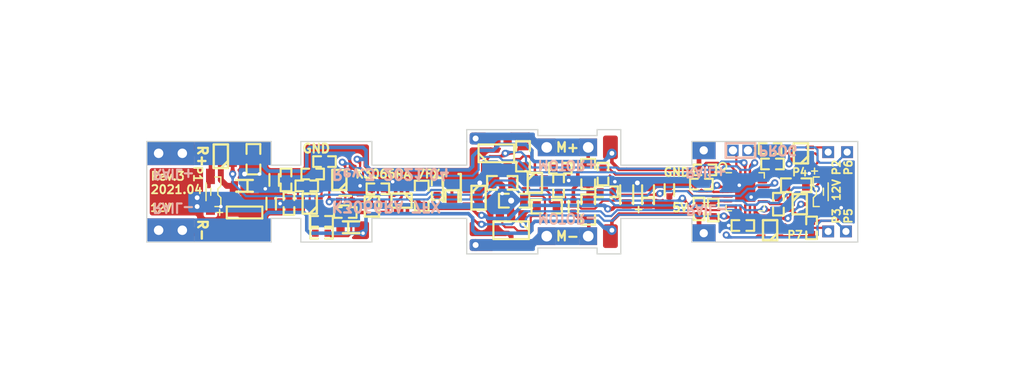
<source format=kicad_pcb>
(kicad_pcb (version 20171130) (host pcbnew "(5.1.9)-1")
  (layers (0 F.Cu signal) (31 B.Cu signal) (34 B.Paste user) (35 F.Paste user) (36 B.SilkS user) (37 F.SilkS user) (38 B.Mask user) (39 F.Mask user) (44 Edge.Cuts user))
  (net 0 "")
  (net 1 MOTOR+)
  (net 2 MOTOR-)
  (net 3 RAIL+)
  (net 4 RAIL-)
  (net 5 +12V)
  (net 6 GND)
  (net 7 +5V)
  (net 8 "Net-(D3-Pad1)")
  (net 9 "Net-(D11-Pad1)")
  (net 10 "Net-(D12-Pad1)")
  (net 11 "Net-(J12-Pad1)")
  (net 12 "Net-(J14-Pad1)")
  (net 13 "Net-(J16-Pad1)")
  (net 14 "Net-(J18-Pad1)")
  (net 15 UPDI)
  (net 16 REV)
  (net 17 "Net-(Q1-Pad3)")
  (net 18 "Net-(Q2-Pad3)")
  (net 19 FWD)
  (net 20 "Net-(Q3-Pad2)")
  (net 21 "Net-(Q3-Pad1)")
  (net 22 "Net-(Q6-Pad3)")
  (net 23 "Net-(Q11-Pad2)")
  (net 24 "Net-(Q13-Pad1)")
  (net 25 "Net-(Q13-Pad4)")
  (net 26 "Net-(Q14-Pad4)")
  (net 27 "Net-(Q14-Pad1)")
  (net 28 "Net-(Q21-Pad3)")
  (net 29 ABC+)
  (net 30 ABC-)
  (net 31 "Net-(R1-Pad2)")
  (net 32 PWM)
  (net 33 BEMF)
  (net 34 TXD)
  (net 35 Func1)
  (net 36 Func2)
  (net 37 Func3)
  (net 38 Func4)
  (net 39 Func7)
  (net 40 Func5)
  (net 41 Func6)
  (net 42 "Net-(Q3-Pad4)")
  (net 43 "Net-(Q6-Pad2)")
  (net 44 "Net-(Q6-Pad5)")
  (net 45 "Net-(Q8-Pad2)")
  (net 46 "Net-(Q21-Pad6)")
  (net 47 "Net-(Q21-Pad5)")
  (net 48 "Net-(Q21-Pad2)")
  (net 49 "Net-(Q22-Pad2)")
  (net 50 "Net-(Q22-Pad5)")
  (net 51 "Net-(J19-Pad1)")
  (net 52 "Net-(Q12-Pad1)")
  (net 53 VRAIL+)
  (net 54 VRAIL-)
  (net 55 "Net-(R10-Pad1)")
  (net 56 DIR_JP)
  (net 57 "Net-(R18-Pad1)")
  (module footprint:SOT-143 (layer F.Cu) (at 126.25 102.5 180)
    (fp_text reference D1 hide)
    (fp_text value BAS3007 hide)
    (pad 1 smd rect (at -0.8 1 180) (size 1.2 0.9) (layers F.Cu F.Paste F.Mask) (net 6 GND))
    (pad 2 smd rect (at 1 1 180) (size 0.8 0.9) (layers F.Cu F.Paste F.Mask) (net 3 RAIL+))
    (pad 3 smd rect (at 1 -1 180) (size 0.8 0.9) (layers F.Cu F.Paste F.Mask) (net 4 RAIL-))
    (pad 4 smd rect (at -1 -1 180) (size 0.8 0.9) (layers F.Cu F.Paste F.Mask) (net 5 +12V))
  )
  (module footprint:SOT-666-nomark (layer F.Cu) (at 150.75 100)
    (fp_text reference Q3 hide)
    (fp_text value PMBT3904VS hide)
    (pad 1 smd rect (at -0.75 -0.5 270) (size 0.3 0.7) (layers F.Cu F.Paste F.Mask) (net 21 "Net-(Q3-Pad1)"))
    (pad 2 smd rect (at -0.75 0 270) (size 0.3 0.7) (layers F.Cu F.Paste F.Mask) (net 20 "Net-(Q3-Pad2)"))
    (pad 3 smd rect (at -0.75 0.5 270) (size 0.3 0.7) (layers F.Cu F.Paste F.Mask) (net 18 "Net-(Q2-Pad3)"))
    (pad 4 smd rect (at 0.75 0.5 270) (size 0.3 0.7) (layers F.Cu F.Paste F.Mask) (net 42 "Net-(Q3-Pad4)"))
    (pad 5 smd rect (at 0.75 0 270) (size 0.3 0.7) (layers F.Cu F.Paste F.Mask) (net 20 "Net-(Q3-Pad2)"))
    (pad 6 smd rect (at 0.75 -0.5 270) (size 0.3 0.7) (layers F.Cu F.Paste F.Mask) (net 17 "Net-(Q1-Pad3)"))
  )
  (module footprint:SC-70_v2 (layer F.Cu) (at 146 101.25 270)
    (fp_text reference Q5 hide)
    (fp_text value 2SC4116 hide)
    (pad 3 smd rect (at 0 -0.95 270) (size 0.5 0.8) (layers F.Cu F.Paste F.Mask) (net 5 +12V))
    (pad 2 smd rect (at 0.65 0.95 270) (size 0.5 0.8) (layers F.Cu F.Paste F.Mask) (net 7 +5V))
    (pad 1 smd rect (at -0.65 0.95 270) (size 0.5 0.8) (layers F.Cu F.Paste F.Mask) (net 8 "Net-(D3-Pad1)"))
  )
  (module footprint:R_1608_v2 (layer F.Cu) (at 127 98 270)
    (fp_text reference R21 hide)
    (fp_text value 151 hide)
    (pad 1 smd rect (at -0.825 0 270) (size 0.65 0.9) (layers F.Cu F.Paste F.Mask) (net 23 "Net-(Q11-Pad2)"))
    (pad 2 smd rect (at 0.825 0 270) (size 0.65 0.9) (layers F.Cu F.Paste F.Mask) (net 6 GND))
  )
  (module footprint:C_1608 (layer F.Cu) (at 158.5 101 90)
    (fp_text reference C3 hide)
    (fp_text value 226 hide)
    (pad 1 smd rect (at -0.775 0 90) (size 0.8 0.8) (layers F.Cu F.Paste F.Mask) (net 7 +5V))
    (pad 2 smd rect (at 0.775 0 90) (size 0.8 0.8) (layers F.Cu F.Paste F.Mask) (net 6 GND))
  )
  (module footprint:UMD2 (layer F.Cu) (at 143.75 100.25 270)
    (fp_text reference D3 hide)
    (fp_text value UDZV5.6B hide)
    (pad 2 smd rect (at -1.05 0 270) (size 0.8 0.9) (layers F.Cu F.Paste F.Mask) (net 6 GND))
    (pad 1 smd rect (at 1.05 0 270) (size 0.8 0.9) (layers F.Cu F.Paste F.Mask) (net 8 "Net-(D3-Pad1)"))
  )
  (module footprint:LED_1224_1005_SIDE (layer F.Cu) (at 123 100.75 270)
    (fp_text reference D11 hide)
    (fp_text value LED hide)
    (pad 2 smd rect (at 0.55 -0.25 270) (size 0.5 0.3) (layers F.Cu F.Paste F.Mask) (net 5 +12V))
    (pad 1 smd rect (at -0.55 -0.25 270) (size 0.5 0.3) (layers F.Cu F.Paste F.Mask) (net 9 "Net-(D11-Pad1)"))
    (pad 2 smd rect (at 1.3 -0.375 270) (size 1.3 0.75) (layers F.Cu F.Paste F.Mask) (net 5 +12V))
    (pad 1 smd rect (at -1.3 -0.375 270) (size 1.3 0.75) (layers F.Cu F.Paste F.Mask) (net 9 "Net-(D11-Pad1)"))
  )
  (module footprint:LED_1224_1005_SIDE (layer F.Cu) (at 175.5 100.75 90)
    (fp_text reference D12 hide)
    (fp_text value LED hide)
    (pad 1 smd rect (at -1.3 -0.375 90) (size 1.3 0.75) (layers F.Cu F.Paste F.Mask) (net 10 "Net-(D12-Pad1)"))
    (pad 2 smd rect (at 1.3 -0.375 90) (size 1.3 0.75) (layers F.Cu F.Paste F.Mask) (net 5 +12V))
    (pad 1 smd rect (at -0.55 -0.25 90) (size 0.5 0.3) (layers F.Cu F.Paste F.Mask) (net 10 "Net-(D12-Pad1)"))
    (pad 2 smd rect (at 0.55 -0.25 90) (size 0.5 0.3) (layers F.Cu F.Paste F.Mask) (net 5 +12V))
  )
  (module footprint:EMD2 (layer F.Cu) (at 135.25 103.75 180)
    (fp_text reference D22 hide)
    (fp_text value BAT43XV2 hide)
    (pad 1 smd rect (at 0.9 0 180) (size 0.7 0.8) (layers F.Cu F.Paste F.Mask) (net 54 VRAIL-))
    (pad 2 smd rect (at -0.9 0 180) (size 0.7 0.8) (layers F.Cu F.Paste F.Mask) (net 4 RAIL-))
  )
  (module footprint:PAD_1.0x1.8_SMD (layer F.Cu) (at 177.2 100.6)
    (fp_text reference J11 hide)
    (fp_text value PAD hide)
    (pad 1 smd rect (at 0 0) (size 1 1.8) (layers F.Cu F.Mask) (net 5 +12V))
  )
  (module footprint:KATO_MOTORPAD_3066 (layer F.Cu) (at 153.5 97)
    (fp_text reference P5 hide)
    (fp_text value PAD hide)
    (pad 1 thru_hole rect (at -1.75 0) (size 1.5 1.5) (drill 0.9) (layers *.Cu *.Mask) (net 1 MOTOR+))
    (pad 1 thru_hole rect (at 1.75 0) (size 1.5 1.5) (drill 0.9) (layers *.Cu *.Mask) (net 1 MOTOR+))
    (pad 1 smd rect (at 0 0) (size 2 1.5) (layers B.Cu B.Paste B.Mask) (net 1 MOTOR+))
  )
  (module footprint:KATO_MOTORPAD_3066 (layer F.Cu) (at 153.5 104.5)
    (fp_text reference P6 hide)
    (fp_text value PAD hide)
    (pad 1 smd rect (at 0 0) (size 2 1.5) (layers B.Cu B.Paste B.Mask) (net 2 MOTOR-))
    (pad 1 thru_hole rect (at 1.75 0) (size 1.5 1.5) (drill 0.9) (layers *.Cu *.Mask) (net 2 MOTOR-))
    (pad 1 thru_hole rect (at -1.75 0) (size 1.5 1.5) (drill 0.9) (layers *.Cu *.Mask) (net 2 MOTOR-))
  )
  (module footprint:PAD_1.0x1.8_SMD (layer F.Cu) (at 121.2 101.75 90)
    (fp_text reference P7 hide)
    (fp_text value PAD hide)
    (pad 1 smd rect (at 0 0 90) (size 1 1.8) (layers F.Cu F.Mask) (net 5 +12V))
  )
  (module footprint:PAD_PROG_2PIN_HOLE0.7 (layer F.Cu) (at 168.1 97.25)
    (fp_text reference P9 hide)
    (fp_text value PROG hide)
    (pad 1 thru_hole rect (at -0.635 0) (size 0.95 0.95) (drill 0.7) (layers *.Cu *.Mask) (net 15 UPDI))
    (pad 2 thru_hole rect (at 0.635 0) (size 0.95 0.95) (drill 0.7) (layers *.Cu *.Mask) (net 6 GND))
  )
  (module footprint:SOT-23-6 (layer F.Cu) (at 147.5 97.5)
    (fp_text reference Q1 hide)
    (fp_text value DMG6601LVT hide)
    (pad 1 smd rect (at -0.95 1.2) (size 0.7 1) (layers F.Cu F.Paste F.Mask) (net 16 REV))
    (pad 2 smd rect (at 0 1.2) (size 0.7 1) (layers F.Cu F.Paste F.Mask) (net 5 +12V))
    (pad 3 smd rect (at 0.95 1.2) (size 0.7 1) (layers F.Cu F.Paste F.Mask) (net 17 "Net-(Q1-Pad3)"))
    (pad 4 smd rect (at 0.95 -1.2) (size 0.7 1) (layers F.Cu F.Paste F.Mask) (net 1 MOTOR+))
    (pad 5 smd rect (at 0 -1.2) (size 0.7 1) (layers F.Cu F.Paste F.Mask) (net 6 GND))
    (pad 6 smd rect (at -0.95 -1.2) (size 0.7 1) (layers F.Cu F.Paste F.Mask) (net 1 MOTOR+))
  )
  (module footprint:SOT-23-6 (layer F.Cu) (at 148.75 104 180)
    (fp_text reference Q2 hide)
    (fp_text value DMG6601LVT hide)
    (pad 6 smd rect (at -0.95 -1.2 180) (size 0.7 1) (layers F.Cu F.Paste F.Mask) (net 2 MOTOR-))
    (pad 5 smd rect (at 0 -1.2 180) (size 0.7 1) (layers F.Cu F.Paste F.Mask) (net 6 GND))
    (pad 4 smd rect (at 0.95 -1.2 180) (size 0.7 1) (layers F.Cu F.Paste F.Mask) (net 2 MOTOR-))
    (pad 3 smd rect (at 0.95 1.2 180) (size 0.7 1) (layers F.Cu F.Paste F.Mask) (net 18 "Net-(Q2-Pad3)"))
    (pad 2 smd rect (at 0 1.2 180) (size 0.7 1) (layers F.Cu F.Paste F.Mask) (net 5 +12V))
    (pad 1 smd rect (at -0.95 1.2 180) (size 0.7 1) (layers F.Cu F.Paste F.Mask) (net 19 FWD))
  )
  (module footprint:SC-70_v2 (layer F.Cu) (at 124.25 97.75 90)
    (fp_text reference Q11 hide)
    (fp_text value SSM3K7002BFU hide)
    (pad 3 smd rect (at 0 -0.95 90) (size 0.5 0.8) (layers F.Cu F.Paste F.Mask) (net 9 "Net-(D11-Pad1)"))
    (pad 2 smd rect (at 0.65 0.95 90) (size 0.5 0.8) (layers F.Cu F.Paste F.Mask) (net 23 "Net-(Q11-Pad2)"))
    (pad 1 smd rect (at -0.65 0.95 90) (size 0.5 0.8) (layers F.Cu F.Paste F.Mask) (net 35 Func1))
  )
  (module footprint:VQFN-20-1EP_3x3mm_P0.4mm_EP1.7x1.7mm (layer F.Cu) (at 168.5 100.75)
    (fp_text reference U2 hide)
    (fp_text value ATtiny1606-M hide)
    (pad 1 smd custom (at -1.45 -0.8) (size 0.143431 0.143431) (layers F.Cu F.Paste F.Mask) (net 31 "Net-(R1-Pad2)") (options (clearance outline) (anchor circle)) (primitives (gr_poly (pts (xy -0.35 -0.05) (xy 0.299289 -0.05) (xy 0.35 0.000711) (xy 0.35 0.05) (xy -0.35 0.05)) (width 0.1))))
    (pad 2 smd roundrect (at -1.45 -0.4) (size 0.8 0.2) (layers F.Cu F.Paste F.Mask) (net 35 Func1))
    (pad 3 smd roundrect (at -1.45 0) (size 0.8 0.2) (layers F.Cu F.Paste F.Mask) (net 6 GND))
    (pad 4 smd roundrect (at -1.45 0.4) (size 0.8 0.2) (layers F.Cu F.Paste F.Mask) (net 7 +5V))
    (pad 5 smd custom (at -1.45 0.8) (size 0.143431 0.143431) (layers F.Cu F.Paste F.Mask) (net 57 "Net-(R18-Pad1)") (options (clearance outline) (anchor circle)) (primitives (gr_poly (pts (xy -0.35 -0.05) (xy 0.35 -0.05) (xy 0.35 -0.000711) (xy 0.299289 0.05) (xy -0.35 0.05)) (width 0.1))))
    (pad 6 smd custom (at -0.8 1.45) (size 0.143431 0.143431) (layers F.Cu F.Paste F.Mask) (net 29 ABC+) (options (clearance outline) (anchor circle)) (primitives (gr_poly (pts (xy -0.05 -0.299289) (xy 0.000711 -0.35) (xy 0.05 -0.35) (xy 0.05 0.35) (xy -0.05 0.35)) (width 0.1))))
    (pad 7 smd roundrect (at -0.4 1.45) (size 0.2 0.8) (layers F.Cu F.Paste F.Mask) (net 19 FWD))
    (pad 8 smd roundrect (at 0 1.45) (size 0.2 0.8) (layers F.Cu F.Paste F.Mask) (net 37 Func3))
    (pad 9 smd roundrect (at 0.4 1.45) (size 0.2 0.8) (layers F.Cu F.Paste F.Mask) (net 40 Func5))
    (pad 10 smd custom (at 0.8 1.45) (size 0.143431 0.143431) (layers F.Cu F.Paste F.Mask) (net 39 Func7) (options (clearance outline) (anchor circle)) (primitives (gr_poly (pts (xy -0.05 -0.35) (xy -0.000711 -0.35) (xy 0.05 -0.299289) (xy 0.05 0.35) (xy -0.05 0.35)) (width 0.1))))
    (pad 11 smd custom (at 1.45 0.8) (size 0.143431 0.143431) (layers F.Cu F.Paste F.Mask) (net 38 Func4) (options (clearance outline) (anchor circle)) (primitives (gr_poly (pts (xy -0.35 -0.05) (xy 0.35 -0.05) (xy 0.35 0.05) (xy -0.299289 0.05) (xy -0.35 -0.000711)) (width 0.1))))
    (pad 12 smd roundrect (at 1.45 0.4) (size 0.8 0.2) (layers F.Cu F.Paste F.Mask) (net 34 TXD))
    (pad 13 smd roundrect (at 1.45 0) (size 0.8 0.2) (layers F.Cu F.Paste F.Mask) (net 56 DIR_JP))
    (pad 14 smd roundrect (at 1.45 -0.4) (size 0.8 0.2) (layers F.Cu F.Paste F.Mask) (net 32 PWM))
    (pad 15 smd custom (at 1.45 -0.8) (size 0.143431 0.143431) (layers F.Cu F.Paste F.Mask) (net 41 Func6) (options (clearance outline) (anchor circle)) (primitives (gr_poly (pts (xy -0.35 0.000711) (xy -0.299289 -0.05) (xy 0.35 -0.05) (xy 0.35 0.05) (xy -0.35 0.05)) (width 0.1))))
    (pad 16 smd custom (at 0.8 -1.45) (size 0.143431 0.143431) (layers F.Cu F.Paste F.Mask) (net 36 Func2) (options (clearance outline) (anchor circle)) (primitives (gr_poly (pts (xy -0.05 -0.35) (xy 0.05 -0.35) (xy 0.05 0.299289) (xy -0.000711 0.35) (xy -0.05 0.35)) (width 0.1))))
    (pad 17 smd roundrect (at 0.4 -1.45) (size 0.2 0.8) (layers F.Cu F.Paste F.Mask) (net 30 ABC-))
    (pad 18 smd roundrect (at 0 -1.45) (size 0.2 0.8) (layers F.Cu F.Paste F.Mask) (net 16 REV))
    (pad 19 smd roundrect (at -0.4 -1.45) (size 0.2 0.8) (layers F.Cu F.Paste F.Mask) (net 15 UPDI))
    (pad 20 smd custom (at -0.8 -1.45) (size 0.143431 0.143431) (layers F.Cu F.Paste F.Mask) (net 33 BEMF) (options (clearance outline) (anchor circle)) (primitives (gr_poly (pts (xy -0.05 -0.35) (xy 0.05 -0.35) (xy 0.05 0.35) (xy 0.000711 0.35) (xy -0.05 0.299289)) (width 0.1))))
    (pad 21 smd rect (at 0 0) (size 1.7 1.7) (layers F.Cu F.Mask) (net 6 GND))
  )
  (module footprint:SOT-666-nomark (layer F.Cu) (at 139.5 101.5 270)
    (fp_text reference Q6 hide)
    (fp_text value PMBT3906VS hide)
    (pad 6 smd rect (at 0.75 -0.5 180) (size 0.3 0.7) (layers F.Cu F.Paste F.Mask) (net 44 "Net-(Q6-Pad5)"))
    (pad 5 smd rect (at 0.75 0 180) (size 0.3 0.7) (layers F.Cu F.Paste F.Mask) (net 44 "Net-(Q6-Pad5)"))
    (pad 4 smd rect (at 0.75 0.5 180) (size 0.3 0.7) (layers F.Cu F.Paste F.Mask) (net 43 "Net-(Q6-Pad2)"))
    (pad 3 smd rect (at -0.75 0.5 180) (size 0.3 0.7) (layers F.Cu F.Paste F.Mask) (net 22 "Net-(Q6-Pad3)"))
    (pad 2 smd rect (at -0.75 0 180) (size 0.3 0.7) (layers F.Cu F.Paste F.Mask) (net 43 "Net-(Q6-Pad2)"))
    (pad 1 smd rect (at -0.75 -0.5 180) (size 0.3 0.7) (layers F.Cu F.Paste F.Mask) (net 7 +5V))
  )
  (module footprint:SOT-666-nomark (layer F.Cu) (at 137 102)
    (fp_text reference Q8 hide)
    (fp_text value PMBT3904VS hide)
    (pad 1 smd rect (at -0.75 -0.5 270) (size 0.3 0.7) (layers F.Cu F.Paste F.Mask) (net 6 GND))
    (pad 2 smd rect (at -0.75 0 270) (size 0.3 0.7) (layers F.Cu F.Paste F.Mask) (net 45 "Net-(Q8-Pad2)"))
    (pad 3 smd rect (at -0.75 0.5 270) (size 0.3 0.7) (layers F.Cu F.Paste F.Mask) (net 4 RAIL-))
    (pad 4 smd rect (at 0.75 0.5 270) (size 0.3 0.7) (layers F.Cu F.Paste F.Mask) (net 22 "Net-(Q6-Pad3)"))
    (pad 5 smd rect (at 0.75 0 270) (size 0.3 0.7) (layers F.Cu F.Paste F.Mask) (net 22 "Net-(Q6-Pad3)"))
    (pad 6 smd rect (at 0.75 -0.5 270) (size 0.3 0.7) (layers F.Cu F.Paste F.Mask) (net 3 RAIL+))
  )
  (module footprint:SOT-666-nomark (layer F.Cu) (at 131.75 101.75 180)
    (fp_text reference Q21 hide)
    (fp_text value PMBT3906VS hide)
    (pad 1 smd rect (at -0.75 -0.5 90) (size 0.3 0.7) (layers F.Cu F.Paste F.Mask) (net 54 VRAIL-))
    (pad 2 smd rect (at -0.75 0 90) (size 0.3 0.7) (layers F.Cu F.Paste F.Mask) (net 48 "Net-(Q21-Pad2)"))
    (pad 3 smd rect (at -0.75 0.5 90) (size 0.3 0.7) (layers F.Cu F.Paste F.Mask) (net 28 "Net-(Q21-Pad3)"))
    (pad 4 smd rect (at 0.75 0.5 90) (size 0.3 0.7) (layers F.Cu F.Paste F.Mask) (net 53 VRAIL+))
    (pad 5 smd rect (at 0.75 0 90) (size 0.3 0.7) (layers F.Cu F.Paste F.Mask) (net 47 "Net-(Q21-Pad5)"))
    (pad 6 smd rect (at 0.75 -0.5 90) (size 0.3 0.7) (layers F.Cu F.Paste F.Mask) (net 46 "Net-(Q21-Pad6)"))
  )
  (module footprint:R_1608_v2 (layer F.Cu) (at 148 100)
    (fp_text reference R3 hide)
    (fp_text value 102 hide)
    (pad 2 smd rect (at 0.825 0) (size 0.65 0.9) (layers F.Cu F.Paste F.Mask) (net 17 "Net-(Q1-Pad3)"))
    (pad 1 smd rect (at -0.825 0) (size 0.65 0.9) (layers F.Cu F.Paste F.Mask) (net 5 +12V))
  )
  (module footprint:R_1608_v2 (layer F.Cu) (at 149 101.5)
    (fp_text reference R4 hide)
    (fp_text value 102 hide)
    (pad 2 smd rect (at 0.825 0) (size 0.65 0.9) (layers F.Cu F.Paste F.Mask) (net 18 "Net-(Q2-Pad3)"))
    (pad 1 smd rect (at -0.825 0) (size 0.65 0.9) (layers F.Cu F.Paste F.Mask) (net 5 +12V))
  )
  (module footprint:R_1608_v2 (layer F.Cu) (at 149.75 97.75 90)
    (fp_text reference R5 hide)
    (fp_text value 331 hide)
    (pad 2 smd rect (at 0.825 0 90) (size 0.65 0.9) (layers F.Cu F.Paste F.Mask) (net 16 REV))
    (pad 1 smd rect (at -0.825 0 90) (size 0.65 0.9) (layers F.Cu F.Paste F.Mask) (net 21 "Net-(Q3-Pad1)"))
  )
  (module footprint:R_1608_v2 (layer F.Cu) (at 151.75 102 180)
    (fp_text reference R6 hide)
    (fp_text value 331 hide)
    (pad 1 smd rect (at -0.825 0 180) (size 0.65 0.9) (layers F.Cu F.Paste F.Mask) (net 42 "Net-(Q3-Pad4)"))
    (pad 2 smd rect (at 0.825 0 180) (size 0.65 0.9) (layers F.Cu F.Paste F.Mask) (net 19 FWD))
  )
  (module footprint:R_1608_v2 (layer F.Cu) (at 141.2 101.1 270)
    (fp_text reference R14 hide)
    (fp_text value 220 hide)
    (pad 1 smd rect (at -0.825 0 270) (size 0.65 0.9) (layers F.Cu F.Paste F.Mask) (net 43 "Net-(Q6-Pad2)"))
    (pad 2 smd rect (at 0.825 0 270) (size 0.65 0.9) (layers F.Cu F.Paste F.Mask) (net 7 +5V))
  )
  (module footprint:R_1608_v2 (layer F.Cu) (at 172.8 100.2)
    (fp_text reference R22 hide)
    (fp_text value 151 hide)
    (pad 2 smd rect (at 0.825 0) (size 0.65 0.9) (layers F.Cu F.Paste F.Mask) (net 6 GND))
    (pad 1 smd rect (at -0.825 0) (size 0.65 0.9) (layers F.Cu F.Paste F.Mask) (net 52 "Net-(Q12-Pad1)"))
  )
  (module footprint:R_1005 (layer F.Cu) (at 131.5 100.25 180)
    (fp_text reference R31 hide)
    (fp_text value 102 hide)
    (pad 2 smd rect (at 0.525 0 180) (size 0.55 0.6) (layers F.Cu F.Paste F.Mask) (net 53 VRAIL+))
    (pad 1 smd rect (at -0.525 0 180) (size 0.55 0.6) (layers F.Cu F.Paste F.Mask) (net 48 "Net-(Q21-Pad2)"))
  )
  (module footprint:R_1005 (layer F.Cu) (at 129.75 99.75 90)
    (fp_text reference R32 hide)
    (fp_text value 103 hide)
    (pad 1 smd rect (at -0.525 0 90) (size 0.55 0.6) (layers F.Cu F.Paste F.Mask) (net 53 VRAIL+))
    (pad 2 smd rect (at 0.525 0 90) (size 0.55 0.6) (layers F.Cu F.Paste F.Mask) (net 6 GND))
  )
  (module footprint:R_1005 (layer F.Cu) (at 130 101.75 90)
    (fp_text reference R33 hide)
    (fp_text value 472 hide)
    (pad 2 smd rect (at 0.525 0 90) (size 0.55 0.6) (layers F.Cu F.Paste F.Mask) (net 6 GND))
    (pad 1 smd rect (at -0.525 0 90) (size 0.55 0.6) (layers F.Cu F.Paste F.Mask) (net 46 "Net-(Q21-Pad6)"))
  )
  (module footprint:R_1005 (layer F.Cu) (at 132.75 104.25 180)
    (fp_text reference R34 hide)
    (fp_text value 103 hide)
    (pad 1 smd rect (at -0.525 0 180) (size 0.55 0.6) (layers F.Cu F.Paste F.Mask) (net 49 "Net-(Q22-Pad2)"))
    (pad 2 smd rect (at 0.525 0 180) (size 0.55 0.6) (layers F.Cu F.Paste F.Mask) (net 46 "Net-(Q21-Pad6)"))
  )
  (module footprint:R_1005 (layer F.Cu) (at 132.75 103.25)
    (fp_text reference R35 hide)
    (fp_text value 102 hide)
    (pad 1 smd rect (at -0.525 0) (size 0.55 0.6) (layers F.Cu F.Paste F.Mask) (net 47 "Net-(Q21-Pad5)"))
    (pad 2 smd rect (at 0.525 0) (size 0.55 0.6) (layers F.Cu F.Paste F.Mask) (net 54 VRAIL-))
  )
  (module footprint:R_1005 (layer F.Cu) (at 134.75 102.5)
    (fp_text reference R36 hide)
    (fp_text value 103 hide)
    (pad 1 smd rect (at -0.525 0) (size 0.55 0.6) (layers F.Cu F.Paste F.Mask) (net 54 VRAIL-))
    (pad 2 smd rect (at 0.525 0) (size 0.55 0.6) (layers F.Cu F.Paste F.Mask) (net 6 GND))
  )
  (module footprint:R_1005 (layer F.Cu) (at 132 99.25 180)
    (fp_text reference R37 hide)
    (fp_text value 472 hide)
    (pad 2 smd rect (at 0.525 0 180) (size 0.55 0.6) (layers F.Cu F.Paste F.Mask) (net 6 GND))
    (pad 1 smd rect (at -0.525 0 180) (size 0.55 0.6) (layers F.Cu F.Paste F.Mask) (net 28 "Net-(Q21-Pad3)"))
  )
  (module footprint:R_1005 (layer F.Cu) (at 133 98.2 180)
    (fp_text reference R38 hide)
    (fp_text value 103 hide)
    (pad 2 smd rect (at 0.525 0 180) (size 0.55 0.6) (layers F.Cu F.Paste F.Mask) (net 28 "Net-(Q21-Pad3)"))
    (pad 1 smd rect (at -0.525 0 180) (size 0.55 0.6) (layers F.Cu F.Paste F.Mask) (net 50 "Net-(Q22-Pad5)"))
  )
  (module footprint:R_1005 (layer F.Cu) (at 171.3 101.8 90)
    (fp_text reference R13 hide)
    (fp_text value 103 hide)
    (pad 1 smd rect (at -0.525 0 90) (size 0.55 0.6) (layers F.Cu F.Paste F.Mask) (net 44 "Net-(Q6-Pad5)"))
    (pad 2 smd rect (at 0.525 0 90) (size 0.55 0.6) (layers F.Cu F.Paste F.Mask) (net 34 TXD))
  )
  (module footprint:R_1005 (layer F.Cu) (at 152.75 100.25 90)
    (fp_text reference R7 hide)
    (fp_text value 102 hide)
    (pad 2 smd rect (at 0.525 0 90) (size 0.55 0.6) (layers F.Cu F.Paste F.Mask) (net 20 "Net-(Q3-Pad2)"))
    (pad 1 smd rect (at -0.525 0 90) (size 0.55 0.6) (layers F.Cu F.Paste F.Mask) (net 32 PWM))
  )
  (module footprint:R_1005 (layer F.Cu) (at 152.9 98.75)
    (fp_text reference R8 hide)
    (fp_text value 102 hide)
    (pad 1 smd rect (at -0.525 0) (size 0.55 0.6) (layers F.Cu F.Paste F.Mask) (net 20 "Net-(Q3-Pad2)"))
    (pad 2 smd rect (at 0.525 0) (size 0.55 0.6) (layers F.Cu F.Paste F.Mask) (net 6 GND))
  )
  (module footprint:R_1005 (layer F.Cu) (at 156.5 99.25 270)
    (fp_text reference R11 hide)
    (fp_text value 102 hide)
    (pad 1 smd rect (at -0.525 0 270) (size 0.55 0.6) (layers F.Cu F.Paste F.Mask) (net 33 BEMF))
    (pad 2 smd rect (at 0.525 0 270) (size 0.55 0.6) (layers F.Cu F.Paste F.Mask) (net 55 "Net-(R10-Pad1)"))
  )
  (module footprint:R_1608_v2 (layer F.Cu) (at 155.25 99.25 90)
    (fp_text reference R9 hide)
    (fp_text value 103 hide)
    (pad 2 smd rect (at 0.825 0 90) (size 0.65 0.9) (layers F.Cu F.Paste F.Mask) (net 1 MOTOR+))
    (pad 1 smd rect (at -0.825 0 90) (size 0.65 0.9) (layers F.Cu F.Paste F.Mask) (net 55 "Net-(R10-Pad1)"))
  )
  (module footprint:R_1608_v2 (layer F.Cu) (at 155.25 102.25 270)
    (fp_text reference R10 hide)
    (fp_text value 103 hide)
    (pad 1 smd rect (at -0.825 0 270) (size 0.65 0.9) (layers F.Cu F.Paste F.Mask) (net 55 "Net-(R10-Pad1)"))
    (pad 2 smd rect (at 0.825 0 270) (size 0.65 0.9) (layers F.Cu F.Paste F.Mask) (net 2 MOTOR-))
  )
  (module footprint:KATO_FRAMEPAD_3066_2 (layer F.Cu) (at 165 97.25)
    (fp_text reference P2 hide)
    (fp_text value PAD)
    (pad 1 thru_hole rect (at 0 0) (size 2 1.5) (drill 0.7) (layers *.Cu *.Mask) (net 3 RAIL+))
  )
  (module footprint:KATO_FRAMEPAD_3066_2 (layer F.Cu) (at 165 104.25)
    (fp_text reference P4 hide)
    (fp_text value PAD)
    (pad 1 thru_hole rect (at 0 0) (size 2 1.5) (drill 0.7) (layers *.Cu *.Mask) (net 4 RAIL-))
  )
  (module footprint:C_1005_v2 (layer F.Cu) (at 128.5 101.75 90)
    (fp_text reference C1 hide)
    (fp_text value 104 hide)
    (pad 2 smd rect (at 0.525 0 90) (size 0.55 0.5) (layers F.Cu F.Paste F.Mask) (net 6 GND))
    (pad 1 smd rect (at -0.525 0 90) (size 0.5 0.5) (layers F.Cu F.Paste F.Mask) (net 5 +12V))
  )
  (module footprint:C_1005_v2 (layer F.Cu) (at 162.1 100.6 90)
    (fp_text reference C5 hide)
    (fp_text value 104 hide)
    (pad 2 smd rect (at 0.525 0 90) (size 0.55 0.5) (layers F.Cu F.Paste F.Mask) (net 6 GND))
    (pad 1 smd rect (at -0.525 0 90) (size 0.5 0.5) (layers F.Cu F.Paste F.Mask) (net 7 +5V))
  )
  (module footprint:C_1005_v2 (layer F.Cu) (at 154 102 270)
    (fp_text reference C7 hide)
    (fp_text value 182 hide)
    (pad 2 smd rect (at 0.525 0 270) (size 0.55 0.5) (layers F.Cu F.Paste F.Mask) (net 2 MOTOR-))
    (pad 1 smd rect (at -0.525 0 270) (size 0.5 0.5) (layers F.Cu F.Paste F.Mask) (net 1 MOTOR+))
  )
  (module footprint:C_1005_v2 (layer F.Cu) (at 128.75 99.75 90)
    (fp_text reference C11 hide)
    (fp_text value 105 hide)
    (pad 1 smd rect (at -0.525 0 90) (size 0.5 0.5) (layers F.Cu F.Paste F.Mask) (net 53 VRAIL+))
    (pad 2 smd rect (at 0.525 0 90) (size 0.55 0.5) (layers F.Cu F.Paste F.Mask) (net 6 GND))
  )
  (module footprint:C_1005_v2 (layer F.Cu) (at 134.75 101.5)
    (fp_text reference C12 hide)
    (fp_text value 105 hide)
    (pad 1 smd rect (at -0.525 0) (size 0.5 0.5) (layers F.Cu F.Paste F.Mask) (net 54 VRAIL-))
    (pad 2 smd rect (at 0.525 0) (size 0.55 0.5) (layers F.Cu F.Paste F.Mask) (net 6 GND))
  )
  (module footprint:R_1005 (layer F.Cu) (at 137.5 100.5 180)
    (fp_text reference R15 hide)
    (fp_text value 682 hide)
    (pad 1 smd rect (at -0.525 0 180) (size 0.55 0.6) (layers F.Cu F.Paste F.Mask) (net 22 "Net-(Q6-Pad3)"))
    (pad 2 smd rect (at 0.525 0 180) (size 0.55 0.6) (layers F.Cu F.Paste F.Mask) (net 45 "Net-(Q8-Pad2)"))
  )
  (module footprint:R_1005 (layer F.Cu) (at 142.5 100.5 90)
    (fp_text reference R12 hide)
    (fp_text value 472 hide)
    (pad 1 smd rect (at -0.525 0 90) (size 0.55 0.6) (layers F.Cu F.Paste F.Mask) (net 5 +12V))
    (pad 2 smd rect (at 0.525 0 90) (size 0.55 0.6) (layers F.Cu F.Paste F.Mask) (net 8 "Net-(D3-Pad1)"))
  )
  (module footprint:R_1005 (layer F.Cu) (at 165.1 98.9)
    (fp_text reference R1 hide)
    (fp_text value 104 hide)
    (pad 1 smd rect (at -0.525 0) (size 0.55 0.6) (layers F.Cu F.Paste F.Mask) (net 3 RAIL+))
    (pad 2 smd rect (at 0.525 0) (size 0.55 0.6) (layers F.Cu F.Paste F.Mask) (net 31 "Net-(R1-Pad2)"))
  )
  (module footprint:R_1005 (layer F.Cu) (at 164.6 102.2 90)
    (fp_text reference R2 hide)
    (fp_text value 104 hide)
    (pad 2 smd rect (at 0.525 0 90) (size 0.55 0.6) (layers F.Cu F.Paste F.Mask) (net 57 "Net-(R18-Pad1)"))
    (pad 1 smd rect (at -0.525 0 90) (size 0.55 0.6) (layers F.Cu F.Paste F.Mask) (net 4 RAIL-))
  )
  (module footprint:SOT-666-nomark (layer F.Cu) (at 170.6 104 180)
    (fp_text reference Q13 hide)
    (fp_text value SSM6N7002BFE hide)
    (pad 6 smd rect (at 0.75 -0.5 90) (size 0.3 0.7) (layers F.Cu F.Paste F.Mask) (net 11 "Net-(J12-Pad1)"))
    (pad 5 smd rect (at 0.75 0 90) (size 0.3 0.7) (layers F.Cu F.Paste F.Mask) (net 37 Func3))
    (pad 4 smd rect (at 0.75 0.5 90) (size 0.3 0.7) (layers F.Cu F.Paste F.Mask) (net 25 "Net-(Q13-Pad4)"))
    (pad 3 smd rect (at -0.75 0.5 90) (size 0.3 0.7) (layers F.Cu F.Paste F.Mask) (net 12 "Net-(J14-Pad1)"))
    (pad 2 smd rect (at -0.75 0 90) (size 0.3 0.7) (layers F.Cu F.Paste F.Mask) (net 40 Func5))
    (pad 1 smd rect (at -0.75 -0.5 90) (size 0.3 0.7) (layers F.Cu F.Paste F.Mask) (net 24 "Net-(Q13-Pad1)"))
  )
  (module footprint:SOT-666-nomark (layer F.Cu) (at 173.2 97.5 180)
    (fp_text reference Q14 hide)
    (fp_text value SSM6N7002BFE hide)
    (pad 1 smd rect (at -0.75 -0.5 90) (size 0.3 0.7) (layers F.Cu F.Paste F.Mask) (net 27 "Net-(Q14-Pad1)"))
    (pad 2 smd rect (at -0.75 0 90) (size 0.3 0.7) (layers F.Cu F.Paste F.Mask) (net 41 Func6))
    (pad 3 smd rect (at -0.75 0.5 90) (size 0.3 0.7) (layers F.Cu F.Paste F.Mask) (net 14 "Net-(J18-Pad1)"))
    (pad 4 smd rect (at 0.75 0.5 90) (size 0.3 0.7) (layers F.Cu F.Paste F.Mask) (net 26 "Net-(Q14-Pad4)"))
    (pad 5 smd rect (at 0.75 0 90) (size 0.3 0.7) (layers F.Cu F.Paste F.Mask) (net 36 Func2))
    (pad 6 smd rect (at 0.75 -0.5 90) (size 0.3 0.7) (layers F.Cu F.Paste F.Mask) (net 13 "Net-(J16-Pad1)"))
  )
  (module footprint:R_1005 (layer F.Cu) (at 174.1 103.8 90)
    (fp_text reference R23 hide)
    (fp_text value 472 hide)
    (pad 2 smd rect (at 0.525 0 90) (size 0.55 0.6) (layers F.Cu F.Paste F.Mask) (net 6 GND))
    (pad 1 smd rect (at -0.525 0 90) (size 0.55 0.6) (layers F.Cu F.Paste F.Mask) (net 24 "Net-(Q13-Pad1)"))
  )
  (module footprint:R_1005 (layer F.Cu) (at 168.3 103.6 180)
    (fp_text reference R24 hide)
    (fp_text value 472 hide)
    (pad 1 smd rect (at -0.525 0 180) (size 0.55 0.6) (layers F.Cu F.Paste F.Mask) (net 25 "Net-(Q13-Pad4)"))
    (pad 2 smd rect (at 0.525 0 180) (size 0.55 0.6) (layers F.Cu F.Paste F.Mask) (net 6 GND))
  )
  (module footprint:R_1005 (layer F.Cu) (at 170.8 98.4 180)
    (fp_text reference R25 hide)
    (fp_text value 472 hide)
    (pad 2 smd rect (at 0.525 0 180) (size 0.55 0.6) (layers F.Cu F.Paste F.Mask) (net 6 GND))
    (pad 1 smd rect (at -0.525 0 180) (size 0.55 0.6) (layers F.Cu F.Paste F.Mask) (net 27 "Net-(Q14-Pad1)"))
  )
  (module footprint:R_1005 (layer F.Cu) (at 170.6 97.1 180)
    (fp_text reference R26 hide)
    (fp_text value 472 hide)
    (pad 1 smd rect (at -0.525 0 180) (size 0.55 0.6) (layers F.Cu F.Paste F.Mask) (net 26 "Net-(Q14-Pad4)"))
    (pad 2 smd rect (at 0.525 0 180) (size 0.55 0.6) (layers F.Cu F.Paste F.Mask) (net 6 GND))
  )
  (module footprint:PAD_1.0x1.0_Hole0.6 (layer F.Cu) (at 177 104.1 90)
    (fp_text reference J12 hide)
    (fp_text value PAD hide)
    (pad 1 thru_hole rect (at 0 0 90) (size 1 1) (drill 0.6) (layers *.Cu *.Mask) (net 11 "Net-(J12-Pad1)"))
  )
  (module footprint:PAD_1.0x1.0_Hole0.6 (layer F.Cu) (at 175.5 104.1 90)
    (fp_text reference J14 hide)
    (fp_text value PAD hide)
    (pad 1 thru_hole rect (at 0 0 90) (size 1 1) (drill 0.6) (layers *.Cu *.Mask) (net 12 "Net-(J14-Pad1)"))
  )
  (module footprint:PAD_1.0x1.0_Hole0.6 (layer F.Cu) (at 177.1 97.4 270)
    (fp_text reference J16 hide)
    (fp_text value PAD hide)
    (pad 1 thru_hole rect (at 0 0 270) (size 1 1) (drill 0.6) (layers *.Cu *.Mask) (net 13 "Net-(J16-Pad1)"))
  )
  (module footprint:PAD_1.0x1.0_Hole0.6 (layer F.Cu) (at 175.5 97.4)
    (fp_text reference J18 hide)
    (fp_text value PAD hide)
    (pad 1 thru_hole rect (at 0 0) (size 1 1) (drill 0.6) (layers *.Cu *.Mask) (net 14 "Net-(J18-Pad1)"))
  )
  (module footprint:SOT-666-nomark (layer F.Cu) (at 173.1 101.8)
    (fp_text reference Q12 hide)
    (fp_text value SSM6N7002BFE hide)
    (pad 1 smd rect (at -0.75 -0.5 270) (size 0.3 0.7) (layers F.Cu F.Paste F.Mask) (net 52 "Net-(Q12-Pad1)"))
    (pad 2 smd rect (at -0.75 0 270) (size 0.3 0.7) (layers F.Cu F.Paste F.Mask) (net 38 Func4))
    (pad 3 smd rect (at -0.75 0.5 270) (size 0.3 0.7) (layers F.Cu F.Paste F.Mask) (net 51 "Net-(J19-Pad1)"))
    (pad 4 smd rect (at 0.75 0.5 270) (size 0.3 0.7) (layers F.Cu F.Paste F.Mask) (net 6 GND))
    (pad 5 smd rect (at 0.75 0 270) (size 0.3 0.7) (layers F.Cu F.Paste F.Mask) (net 39 Func7))
    (pad 6 smd rect (at 0.75 -0.5 270) (size 0.3 0.7) (layers F.Cu F.Paste F.Mask) (net 10 "Net-(D12-Pad1)"))
  )
  (module footprint:PAD_0.6x1.0_SMD (layer F.Cu) (at 172.9 103.3)
    (fp_text reference J19 hide)
    (fp_text value PAD hide)
    (pad 1 smd rect (at 0 0) (size 0.6 1) (layers F.Cu F.Paste F.Mask) (net 51 "Net-(J19-Pad1)"))
  )
  (module footprint:CP_1608 (layer F.Cu) (at 160.3 101 90)
    (fp_text reference C4 hide)
    (fp_text value 476 hide)
    (pad 1 smd rect (at -0.775 0 90) (size 0.8 0.7) (layers F.Cu F.Paste F.Mask) (net 7 +5V))
    (pad 2 smd rect (at 0.775 0 90) (size 0.8 0.7) (layers F.Cu F.Paste F.Mask) (net 6 GND))
  )
  (module footprint:KATO_FRAMEPAD_3066_v2 (layer F.Cu) (at 120 97.5 180)
    (fp_text reference P1 hide)
    (fp_text value PAD hide)
    (pad 1 smd rect (at -5.25 0 180) (size 6.5 2) (layers B.Cu B.Paste B.Mask) (net 3 RAIL+))
    (pad 1 thru_hole rect (at 1 0 180) (size 2 2) (drill 0.8) (layers *.Cu *.Mask) (net 3 RAIL+))
    (pad 1 thru_hole rect (at -1 0 180) (size 2 2) (drill 0.8) (layers *.Cu *.Mask) (net 3 RAIL+))
  )
  (module footprint:KATO_FRAMEPAD_3066_v2 (layer F.Cu) (at 120 104 180)
    (fp_text reference P3 hide)
    (fp_text value PAD hide)
    (pad 1 thru_hole rect (at -1 0 180) (size 2 2) (drill 0.8) (layers *.Cu *.Mask) (net 4 RAIL-))
    (pad 1 thru_hole rect (at 1 0 180) (size 2 2) (drill 0.8) (layers *.Cu *.Mask) (net 4 RAIL-))
    (pad 1 smd rect (at -5.25 0 180) (size 6.5 2) (layers B.Cu B.Paste B.Mask) (net 4 RAIL-))
  )
  (module footprint:EMD2_small (layer F.Cu) (at 126.25 100.25)
    (fp_text reference D21 hide)
    (fp_text value BAT43XV2 hide)
    (pad 2 smd rect (at -0.85 0) (size 0.6 0.8) (layers F.Cu F.Paste F.Mask) (net 3 RAIL+))
    (pad 1 smd rect (at 0.85 0) (size 0.6 0.8) (layers F.Cu F.Paste F.Mask) (net 53 VRAIL+))
  )
  (module footprint:PAD_0.6x1.0_SMD (layer F.Cu) (at 161.7 101.9 90)
    (fp_text reference P10 hide)
    (fp_text value PAD hide)
    (pad 1 smd rect (at 0 0 90) (size 0.6 1) (layers F.Cu F.Paste F.Mask) (net 7 +5V))
  )
  (module footprint:SOT-666-nomark (layer F.Cu) (at 134.25 99.75 180)
    (fp_text reference Q22 hide)
    (fp_text value SSM6N7002BFE hide)
    (pad 1 smd rect (at -0.75 -0.5 90) (size 0.3 0.7) (layers F.Cu F.Paste F.Mask) (net 6 GND))
    (pad 2 smd rect (at -0.75 0 90) (size 0.3 0.7) (layers F.Cu F.Paste F.Mask) (net 49 "Net-(Q22-Pad2)"))
    (pad 3 smd rect (at -0.75 0.5 90) (size 0.3 0.7) (layers F.Cu F.Paste F.Mask) (net 30 ABC-))
    (pad 4 smd rect (at 0.75 0.5 90) (size 0.3 0.7) (layers F.Cu F.Paste F.Mask) (net 6 GND))
    (pad 5 smd rect (at 0.75 0 90) (size 0.3 0.7) (layers F.Cu F.Paste F.Mask) (net 50 "Net-(Q22-Pad5)"))
    (pad 6 smd rect (at 0.75 -0.5 90) (size 0.3 0.7) (layers F.Cu F.Paste F.Mask) (net 29 ABC+))
  )
  (module footprint:PAD_0.6x1.0_SMD (layer F.Cu) (at 134.75 97.25 90)
    (fp_text reference P8 hide)
    (fp_text value PAD hide)
    (pad 1 smd rect (at 0 0 90) (size 0.6 1) (layers F.Cu F.Paste F.Mask) (net 6 GND))
  )
  (module footprint:R_1005 (layer F.Cu) (at 156.8 100.75)
    (fp_text reference R16 hide)
    (fp_text value 103 hide)
    (pad 1 smd rect (at -0.525 0) (size 0.55 0.6) (layers F.Cu F.Paste F.Mask) (net 55 "Net-(R10-Pad1)"))
    (pad 2 smd rect (at 0.525 0) (size 0.55 0.6) (layers F.Cu F.Paste F.Mask) (net 6 GND))
  )
  (module footprint:R_1005 (layer F.Cu) (at 164.8 100.1 180)
    (fp_text reference R17 hide)
    (fp_text value 104 hide)
    (pad 1 smd rect (at -0.525 0 180) (size 0.55 0.6) (layers F.Cu F.Paste F.Mask) (net 31 "Net-(R1-Pad2)"))
    (pad 2 smd rect (at 0.525 0 180) (size 0.55 0.6) (layers F.Cu F.Paste F.Mask) (net 6 GND))
  )
  (module footprint:R_1005 (layer F.Cu) (at 165.8 102.3 270)
    (fp_text reference R18 hide)
    (fp_text value 104 hide)
    (pad 2 smd rect (at 0.525 0 270) (size 0.55 0.6) (layers F.Cu F.Paste F.Mask) (net 6 GND))
    (pad 1 smd rect (at -0.525 0 270) (size 0.55 0.6) (layers F.Cu F.Paste F.Mask) (net 57 "Net-(R18-Pad1)"))
  )
  (module footprint:PAD_0.7x0.9_SMD (layer F.Cu) (at 163.1 100 90)
    (fp_text reference P11 hide)
    (fp_text value PAD hide)
    (pad 1 smd rect (at 0 0 90) (size 0.7 0.9) (layers F.Cu F.Mask) (net 6 GND))
  )
  (gr_text PROG (at 171.25 97.25 180) (layer B.SilkS) (effects (font (size 0.8 0.8) (thickness 0.2)) (justify mirror)))
  (gr_text "Rev.3 2021.04" (at 133.5 99.25 180) (layer B.SilkS) (effects (font (size 0.9 0.9) (thickness 0.2)) (justify left mirror)))
  (gr_text "K3066RA 7FX" (at 133.5 102 180) (layer B.SilkS) (effects (font (size 0.9 0.9) (thickness 0.2)) (justify left mirror)))
  (gr_text MOTOR- (at 153.5 103 180) (layer B.SilkS) (effects (font (size 0.8 0.8) (thickness 0.18)) (justify mirror)))
  (gr_text MOTOR+ (at 153.5 98.5 180) (layer B.SilkS) (effects (font (size 0.8 0.8) (thickness 0.18)) (justify mirror)))
  (gr_text RAIL- (at 165.25 102.25 180) (layer B.SilkS) (effects (font (size 0.8 0.8) (thickness 0.18)) (justify mirror)))
  (gr_text RAIL+ (at 165.2 99.1 180) (layer B.SilkS) (effects (font (size 0.8 0.8) (thickness 0.18)) (justify mirror)))
  (gr_text RAIL- (at 120.25 102.1 180) (layer B.SilkS) (effects (font (size 0.8 0.8) (thickness 0.18)) (justify mirror)))
  (gr_text RAIL+ (at 120.25 99.25 180) (layer B.SilkS) (effects (font (size 0.8 0.8) (thickness 0.18)) (justify mirror)))
  (gr_text GND (at 162.7 99.1) (layer F.SilkS) (effects (font (size 0.7 0.7) (thickness 0.17))))
  (gr_text 5V (at 163 102.1) (layer F.SilkS) (effects (font (size 0.7 0.7) (thickness 0.17))))
  (gr_line (start 159.5 102) (end 159.5 102.5) (layer F.SilkS) (width 0.15))
  (gr_line (start 159.25 102.25) (end 159.75 102.25) (layer F.SilkS) (width 0.15))
  (gr_circle (center 166.6 98.6) (end 166.9 98.7) (layer F.SilkS) (width 0.15))
  (gr_text P7 (at 172.7 104.4) (layer F.SilkS) (effects (font (size 0.65 0.65))))
  (gr_text P4 (at 173.1 99.1) (layer F.SilkS) (effects (font (size 0.65 0.65))))
  (gr_text P5 (at 177.2 102.8 90) (layer F.SilkS) (effects (font (size 0.65 0.65))))
  (gr_text P3 (at 176.2 102.8 90) (layer F.SilkS) (effects (font (size 0.65 0.65))))
  (gr_text P6 (at 177.2 98.7 90) (layer F.SilkS) (effects (font (size 0.65 0.65))))
  (gr_text P2 (at 176.2 98.7 90) (layer F.SilkS) (effects (font (size 0.65 0.65))))
  (gr_text 12V (at 119.2 102.1) (layer F.SilkS) (effects (font (size 0.65 0.65) (thickness 0.14))))
  (gr_line (start 137 105) (end 137 103) (layer Edge.Cuts) (width 0.1))
  (gr_line (start 131 105) (end 137 105) (layer Edge.Cuts) (width 0.1))
  (gr_line (start 131 103) (end 131 105) (layer Edge.Cuts) (width 0.1))
  (gr_line (start 137 96.5) (end 137 98.5) (layer Edge.Cuts) (width 0.1))
  (gr_line (start 131 96.5) (end 137 96.5) (layer Edge.Cuts) (width 0.1))
  (gr_line (start 131 98.5) (end 131 96.5) (layer Edge.Cuts) (width 0.1))
  (gr_line (start 145 98.5) (end 145 96.5) (layer Edge.Cuts) (width 0.1))
  (gr_line (start 137 98.5) (end 145 98.5) (layer Edge.Cuts) (width 0.1))
  (gr_line (start 145 103) (end 145 105) (layer Edge.Cuts) (width 0.1))
  (gr_line (start 137 103) (end 145 103) (layer Edge.Cuts) (width 0.1))
  (gr_text "Rev.3\n2021.04" (at 118.25 100) (layer F.SilkS) (effects (font (size 0.7 0.7)) (justify left)))
  (gr_text 12V (at 176.2 100.6 90) (layer F.SilkS) (effects (font (size 0.65 0.65))))
  (gr_text R- (at 122.7 104 -90) (layer F.SilkS) (effects (font (size 0.8 0.8) (thickness 0.2))))
  (gr_text R+ (at 122.7 97.75 -90) (layer F.SilkS) (effects (font (size 0.8 0.8) (thickness 0.2))))
  (gr_text P1 (at 122.3 99.25 -90) (layer F.SilkS) (effects (font (size 0.7 0.7))))
  (gr_text GND (at 132.3 97.1) (layer F.SilkS) (effects (font (size 0.75 0.75) (thickness 0.18))))
  (gr_text M- (at 153.5 104.5) (layer F.SilkS) (effects (font (size 0.8 0.8) (thickness 0.18))))
  (gr_text M+ (at 153.5 97) (layer F.SilkS) (effects (font (size 0.8 0.8) (thickness 0.18))))
  (gr_text "K3066RA 7FX" (at 135.5 99.25) (layer F.SilkS) (effects (font (size 0.7 0.7) (thickness 0.17)) (justify left)))
  (gr_line (start 131 103) (end 128.5 103) (layer Edge.Cuts) (width 0.1))
  (gr_line (start 128.5 98.5) (end 131 98.5) (layer Edge.Cuts) (width 0.1))
  (gr_line (start 151 95.5) (end 145 95.5) (layer Edge.Cuts) (width 0.1))
  (gr_line (start 158 95.5) (end 156 95.5) (layer Edge.Cuts) (width 0.1))
  (gr_line (start 151 106) (end 145 106) (layer Edge.Cuts) (width 0.1))
  (gr_line (start 158 106) (end 156 106) (layer Edge.Cuts) (width 0.1))
  (gr_line (start 151 105.5) (end 151 106) (layer Edge.Cuts) (width 0.1))
  (gr_line (start 156 105.5) (end 156 106) (layer Edge.Cuts) (width 0.1))
  (gr_line (start 156 96) (end 156 95.5) (layer Edge.Cuts) (width 0.1))
  (gr_line (start 151 96) (end 151 95.5) (layer Edge.Cuts) (width 0.1))
  (gr_line (start 156 96) (end 151 96) (layer Edge.Cuts) (width 0.1))
  (gr_line (start 156 105.5) (end 151 105.5) (layer Edge.Cuts) (width 0.1))
  (gr_line (start 118 96.5) (end 118 105) (layer Edge.Cuts) (width 0.1))
  (gr_line (start 128.5 98.5) (end 128.5 96.5) (layer Edge.Cuts) (width 0.1))
  (gr_line (start 178 96.5) (end 178 105) (layer Edge.Cuts) (width 0.1))
  (gr_line (start 164 98.5) (end 164 96.5) (layer Edge.Cuts) (width 0.1))
  (gr_line (start 164 105) (end 164 103) (layer Edge.Cuts) (width 0.1))
  (gr_line (start 128.5 96.5) (end 118 96.5) (layer Edge.Cuts) (width 0.1))
  (gr_line (start 128.5 105) (end 118 105) (layer Edge.Cuts) (width 0.1))
  (gr_line (start 128.5 103) (end 128.5 105) (layer Edge.Cuts) (width 0.1))
  (gr_line (start 145 106) (end 145 105) (layer Edge.Cuts) (width 0.1))
  (gr_line (start 158 103) (end 158 106) (layer Edge.Cuts) (width 0.1))
  (gr_line (start 145 95.5) (end 145 96.5) (layer Edge.Cuts) (width 0.1))
  (gr_line (start 158 98.5) (end 158 95.5) (layer Edge.Cuts) (width 0.1))
  (gr_line (start 178 96.5) (end 164 96.5) (layer Edge.Cuts) (width 0.1))
  (gr_line (start 178 105) (end 164 105) (layer Edge.Cuts) (width 0.1))
  (gr_line (start 164 98.5) (end 158 98.5) (layer Edge.Cuts) (width 0.1))
  (gr_line (start 164 103) (end 158 103) (layer Edge.Cuts) (width 0.1))
  (segment (start 154.5 97) (end 154.25 97) (width 0.5) (layer F.Cu) (net 1))
  (segment (start 152.75 97) (end 151.75 97) (width 0.5) (layer F.Cu) (net 1))
  (segment (start 153 97) (end 152.75 97) (width 0.5) (layer F.Cu) (net 1))
  (segment (start 153.25 97) (end 153 97) (width 0.5) (layer F.Cu) (net 1))
  (segment (start 153.5 97) (end 155.25 97) (width 0.5) (layer B.Cu) (net 1))
  (segment (start 151.75 97) (end 153.5 97) (width 0.5) (layer B.Cu) (net 1))
  (segment (start 155.25 97) (end 154.5 97) (width 0.5) (layer F.Cu) (net 1))
  (segment (start 151.25 96.5) (end 151.75 97) (width 0.4) (layer F.Cu) (net 1))
  (segment (start 151.25 96.5) (end 151.75 97) (width 0.4) (layer B.Cu) (net 1))
  (segment (start 154.75 97.5) (end 155.25 97) (width 0.3) (layer F.Cu) (net 1))
  (segment (start 153.75 97) (end 153.25 97) (width 0.5) (layer F.Cu) (net 1))
  (segment (start 154.25 97) (end 153.75 97) (width 0.5) (layer F.Cu) (net 1))
  (segment (start 155.75 97.5) (end 155.25 97) (width 0.3) (layer F.Cu) (net 1))
  (segment (start 150.75 96.5) (end 151.25 96.5) (width 0.4) (layer B.Cu) (net 1))
  (segment (start 150.75 96.5) (end 151.25 96.5) (width 0.4) (layer F.Cu) (net 1))
  (segment (start 151.25 97) (end 151.75 97) (width 0.4) (layer B.Cu) (net 1))
  (segment (start 145.75 96.25) (end 146 96) (width 0.4) (layer B.Cu) (net 1))
  (segment (start 146 96) (end 150.25 96) (width 0.4) (layer B.Cu) (net 1))
  (segment (start 150.25 96) (end 151.25 97) (width 0.4) (layer B.Cu) (net 1))
  (segment (start 145.8 96.3) (end 145.75 96.25) (width 0.4) (layer F.Cu) (net 1))
  (via (at 145.75 96.25) (size 1) (drill 0.5) (layers F.Cu B.Cu) (net 1))
  (segment (start 146.5 96.25) (end 146.55 96.3) (width 0.5) (layer F.Cu) (net 1))
  (segment (start 145.75 96.25) (end 146.5 96.25) (width 0.5) (layer F.Cu) (net 1))
  (segment (start 151.25 97) (end 151.75 97) (width 0.5) (layer F.Cu) (net 1))
  (segment (start 150.25 96) (end 151.25 97) (width 0.5) (layer F.Cu) (net 1))
  (segment (start 148.75 96) (end 150.25 96) (width 0.5) (layer F.Cu) (net 1))
  (segment (start 148.45 96.3) (end 148.75 96) (width 0.5) (layer F.Cu) (net 1))
  (segment (start 154.375 99.125) (end 154.5 99) (width 0.3) (layer F.Cu) (net 1))
  (segment (start 154.375 100.125) (end 154.375 99.125) (width 0.3) (layer F.Cu) (net 1))
  (segment (start 154.375 100.125) (end 154 100.5) (width 0.3) (layer F.Cu) (net 1))
  (segment (start 154 100.5) (end 154 101.25) (width 0.3) (layer F.Cu) (net 1))
  (segment (start 154 101.25) (end 154 101.475) (width 0.3) (layer F.Cu) (net 1))
  (segment (start 155.075 98.425) (end 155.25 98.425) (width 0.3) (layer F.Cu) (net 1))
  (segment (start 154.5 99) (end 155.075 98.425) (width 0.3) (layer F.Cu) (net 1))
  (segment (start 155.25 98.425) (end 155.25 97) (width 0.3) (layer F.Cu) (net 1))
  (segment (start 150.7 105) (end 151.3 105) (width 0.3) (layer B.Cu) (net 2))
  (segment (start 155.25 104.5) (end 151.75 104.5) (width 0.5) (layer F.Cu) (net 2))
  (segment (start 153.5 104.5) (end 155.25 104.5) (width 0.4) (layer B.Cu) (net 2))
  (segment (start 151.75 104.5) (end 153.5 104.5) (width 0.4) (layer B.Cu) (net 2))
  (segment (start 151.2 103.95) (end 151.75 104.5) (width 0.4) (layer F.Cu) (net 2))
  (segment (start 151.5 104.25) (end 151.75 104.5) (width 0.4) (layer F.Cu) (net 2))
  (segment (start 153.5 104.5) (end 151.25 104.5) (width 0.4) (layer B.Cu) (net 2))
  (segment (start 151.75 104.5) (end 151.25 105) (width 0.5) (layer F.Cu) (net 2))
  (segment (start 155.8 105.05) (end 155.25 104.5) (width 0.3) (layer F.Cu) (net 2))
  (segment (start 155.25 104.5) (end 154.75 104) (width 0.4) (layer F.Cu) (net 2))
  (segment (start 155.25 104.5) (end 155.75 105) (width 0.3) (layer F.Cu) (net 2))
  (segment (start 155.75 104) (end 155.25 104.5) (width 0.3) (layer F.Cu) (net 2))
  (segment (start 146 105.5) (end 145.75 105.25) (width 0.4) (layer B.Cu) (net 2))
  (segment (start 150.25 105.5) (end 146 105.5) (width 0.4) (layer B.Cu) (net 2))
  (via (at 145.75 105.25) (size 1) (drill 0.5) (layers F.Cu B.Cu) (net 2))
  (segment (start 151.25 105) (end 150.75 105) (width 0.5) (layer F.Cu) (net 2))
  (segment (start 151.25 104.5) (end 150.25 105.5) (width 0.4) (layer B.Cu) (net 2))
  (segment (start 150.75 105) (end 150.5 105.25) (width 0.5) (layer F.Cu) (net 2))
  (segment (start 147.75 105.25) (end 147.8 105.2) (width 0.5) (layer F.Cu) (net 2))
  (segment (start 145.75 105.25) (end 147.75 105.25) (width 0.5) (layer F.Cu) (net 2))
  (segment (start 149.75 105.25) (end 149.7 105.2) (width 0.5) (layer F.Cu) (net 2))
  (segment (start 150.5 105.25) (end 149.75 105.25) (width 0.5) (layer F.Cu) (net 2))
  (segment (start 155.5 104.25) (end 155.25 104.5) (width 0.3) (layer F.Cu) (net 2))
  (segment (start 155.3 104.45) (end 155.25 104.5) (width 0.3) (layer F.Cu) (net 2))
  (segment (start 155.3 103.05) (end 155.3 104.45) (width 0.3) (layer F.Cu) (net 2))
  (segment (start 155.25 103) (end 155.3 103.05) (width 0.3) (layer F.Cu) (net 2))
  (segment (start 154.5 103) (end 155.25 103) (width 0.3) (layer F.Cu) (net 2))
  (segment (start 154.025 102.525) (end 154.5 103) (width 0.3) (layer F.Cu) (net 2))
  (segment (start 154 102.525) (end 154.025 102.525) (width 0.3) (layer F.Cu) (net 2))
  (segment (start 128 98.75) (end 128 98.5) (width 0.3) (layer B.Cu) (net 3))
  (segment (start 121 97.5) (end 119 97.5) (width 0.5) (layer F.Cu) (net 3))
  (segment (start 121 97.5) (end 125.5 97.5) (width 0.5) (layer B.Cu) (net 3))
  (segment (start 121.25 97.25) (end 121 97.5) (width 0.5) (layer F.Cu) (net 3))
  (segment (start 125.5 97.5) (end 127.490869 97.5) (width 0.3) (layer B.Cu) (net 3))
  (via (at 135.75 98) (size 0.6) (drill 0.3) (layers F.Cu B.Cu) (net 3))
  (segment (start 136.490869 98.5) (end 136.5 98.509131) (width 0.3) (layer B.Cu) (net 3))
  (segment (start 135.75 98) (end 136.490869 98) (width 0.3) (layer B.Cu) (net 3))
  (segment (start 145.5 98.6) (end 145.2 98.9) (width 0.3) (layer B.Cu) (net 3))
  (segment (start 145.5 97.75) (end 145.5 98.6) (width 0.3) (layer B.Cu) (net 3))
  (segment (start 146 97.25) (end 145.5 97.75) (width 0.3) (layer B.Cu) (net 3))
  (segment (start 145.2 98.9) (end 136.890869 98.9) (width 0.3) (layer B.Cu) (net 3))
  (segment (start 147.75 96.75) (end 147.25 97.25) (width 0.3) (layer B.Cu) (net 3))
  (segment (start 150 96.75) (end 147.75 96.75) (width 0.3) (layer B.Cu) (net 3))
  (segment (start 150.5 97.25) (end 150 96.75) (width 0.3) (layer B.Cu) (net 3))
  (segment (start 150.5 98) (end 150.5 97.25) (width 0.3) (layer B.Cu) (net 3))
  (segment (start 136.890869 98.9) (end 136.5 98.509131) (width 0.3) (layer B.Cu) (net 3))
  (segment (start 147.25 97.25) (end 146 97.25) (width 0.3) (layer B.Cu) (net 3))
  (segment (start 150.7 98.2) (end 150.5 98) (width 0.3) (layer B.Cu) (net 3))
  (via (at 157.25 97.5) (size 0.8) (drill 0.4) (layers F.Cu B.Cu) (net 3))
  (segment (start 156.2 98.2) (end 150.7 98.2) (width 0.3) (layer B.Cu) (net 3))
  (segment (start 164.6 97.65) (end 165 97.25) (width 0.4) (layer F.Cu) (net 3))
  (segment (start 164.6 98.775) (end 164.6 97.65) (width 0.4) (layer F.Cu) (net 3))
  (segment (start 156.55 98.2) (end 157.25 97.5) (width 0.3) (layer B.Cu) (net 3))
  (segment (start 156.2 98.2) (end 156.55 98.2) (width 0.3) (layer B.Cu) (net 3))
  (segment (start 157.25 98.259131) (end 157.25 97.5) (width 0.3) (layer F.Cu) (net 3))
  (segment (start 157.850879 98.86001) (end 157.25 98.259131) (width 0.3) (layer F.Cu) (net 3))
  (segment (start 164.51499 98.86001) (end 157.850879 98.86001) (width 0.3) (layer F.Cu) (net 3))
  (segment (start 164.6 98.775) (end 164.51499 98.86001) (width 0.3) (layer F.Cu) (net 3))
  (segment (start 136.25 97) (end 136.5 97.25) (width 0.3) (layer B.Cu) (net 3))
  (segment (start 131.75 97) (end 136.25 97) (width 0.3) (layer B.Cu) (net 3))
  (segment (start 131.5 97.25) (end 131.75 97) (width 0.3) (layer B.Cu) (net 3))
  (segment (start 131.5 98.75) (end 131.5 97.25) (width 0.3) (layer B.Cu) (net 3))
  (segment (start 131.25 99) (end 131.5 98.75) (width 0.3) (layer B.Cu) (net 3))
  (segment (start 136.5 97.25) (end 136.5 98.509131) (width 0.3) (layer B.Cu) (net 3))
  (segment (start 128.25 99) (end 131.25 99) (width 0.3) (layer B.Cu) (net 3))
  (segment (start 126.75 97.5) (end 128.25 99) (width 0.3) (layer B.Cu) (net 3))
  (segment (start 125.25 100.4) (end 125.4 100.25) (width 0.5) (layer F.Cu) (net 3))
  (segment (start 125.25 101.5) (end 125.25 100.4) (width 0.5) (layer F.Cu) (net 3))
  (segment (start 124 97) (end 121.5 97) (width 0.5) (layer F.Cu) (net 3))
  (segment (start 124.25 97.25) (end 124 97) (width 0.5) (layer F.Cu) (net 3))
  (segment (start 121.5 97) (end 121 97.5) (width 0.5) (layer F.Cu) (net 3))
  (segment (start 124.75 100.25) (end 124.25 99.75) (width 0.5) (layer F.Cu) (net 3))
  (segment (start 124.25 99.75) (end 124.25 97.25) (width 0.5) (layer F.Cu) (net 3))
  (segment (start 125.4 100.25) (end 124.75 100.25) (width 0.5) (layer F.Cu) (net 3))
  (segment (start 136 98.75) (end 136 98.25) (width 0.18) (layer F.Cu) (net 3))
  (segment (start 136.25 99) (end 136 98.75) (width 0.18) (layer F.Cu) (net 3))
  (segment (start 137.75 101.5) (end 137.5 101.5) (width 0.18) (layer F.Cu) (net 3))
  (segment (start 137.5 101.5) (end 137.5 100) (width 0.18) (layer F.Cu) (net 3))
  (segment (start 137.5 100) (end 137.25 99.75) (width 0.18) (layer F.Cu) (net 3))
  (segment (start 137.25 99.75) (end 136.5 99.75) (width 0.18) (layer F.Cu) (net 3))
  (segment (start 136.25 99.5) (end 136.25 99) (width 0.18) (layer F.Cu) (net 3))
  (segment (start 136.5 99.75) (end 136.25 99.5) (width 0.18) (layer F.Cu) (net 3))
  (segment (start 136 98.25) (end 135.75 98) (width 0.18) (layer F.Cu) (net 3))
  (segment (start 128 102.75) (end 128 103) (width 0.3) (layer B.Cu) (net 4))
  (segment (start 121 104) (end 125.5 104) (width 0.5) (layer B.Cu) (net 4))
  (segment (start 121 104) (end 119 104) (width 0.5) (layer F.Cu) (net 4))
  (segment (start 121 104.25) (end 121.25 104.5) (width 0.5) (layer F.Cu) (net 4))
  (segment (start 121 104) (end 121 104.25) (width 0.5) (layer F.Cu) (net 4))
  (segment (start 136.5 103) (end 136.5 103.25) (width 0.2) (layer F.Cu) (net 4))
  (segment (start 136.5 103.25) (end 136.5 104.25) (width 0.2) (layer F.Cu) (net 4))
  (segment (start 156.05 103.25) (end 156.2 103.4) (width 0.3) (layer B.Cu) (net 4))
  (segment (start 125.5 104) (end 127.25 104) (width 0.3) (layer B.Cu) (net 4))
  (via (at 157.25 104) (size 0.8) (drill 0.4) (layers F.Cu B.Cu) (net 4))
  (segment (start 164.6 103.85) (end 165 104.25) (width 0.4) (layer F.Cu) (net 4))
  (segment (start 128.25 102.5) (end 131.25 102.5) (width 0.3) (layer B.Cu) (net 4))
  (segment (start 145.5 102.95) (end 145.5 104) (width 0.3) (layer B.Cu) (net 4))
  (segment (start 136.25 104.25) (end 136.5 104) (width 0.3) (layer B.Cu) (net 4))
  (segment (start 131.75 104.25) (end 136.25 104.25) (width 0.3) (layer B.Cu) (net 4))
  (segment (start 145.5 104) (end 145.75 104.25) (width 0.3) (layer B.Cu) (net 4))
  (segment (start 136.5 104) (end 136.5 102.9) (width 0.3) (layer B.Cu) (net 4))
  (segment (start 145.15 102.6) (end 145.5 102.95) (width 0.3) (layer B.Cu) (net 4))
  (segment (start 131.25 102.5) (end 131.5 102.75) (width 0.3) (layer B.Cu) (net 4))
  (segment (start 131.5 102.75) (end 131.5 104) (width 0.3) (layer B.Cu) (net 4))
  (segment (start 136.8 102.6) (end 145.15 102.6) (width 0.3) (layer B.Cu) (net 4))
  (segment (start 150.5 104) (end 150.5 103.5) (width 0.3) (layer B.Cu) (net 4))
  (segment (start 150.75 103.25) (end 156.05 103.25) (width 0.3) (layer B.Cu) (net 4))
  (segment (start 136.5 102.9) (end 136.8 102.6) (width 0.3) (layer B.Cu) (net 4))
  (segment (start 126.75 104) (end 128.25 102.5) (width 0.3) (layer B.Cu) (net 4))
  (segment (start 145.75 104.25) (end 150.25 104.25) (width 0.3) (layer B.Cu) (net 4))
  (segment (start 150.25 104.25) (end 150.5 104) (width 0.3) (layer B.Cu) (net 4))
  (segment (start 150.5 103.5) (end 150.75 103.25) (width 0.3) (layer B.Cu) (net 4))
  (via (at 136.25 104.25) (size 0.6) (drill 0.3) (layers F.Cu B.Cu) (net 4))
  (segment (start 131.5 104) (end 131.75 104.25) (width 0.3) (layer B.Cu) (net 4))
  (segment (start 125.25 103.75) (end 125.25 103.5) (width 0.5) (layer F.Cu) (net 4))
  (segment (start 121.25 104.25) (end 124.75 104.25) (width 0.5) (layer F.Cu) (net 4))
  (segment (start 124.75 104.25) (end 125.25 103.75) (width 0.5) (layer F.Cu) (net 4))
  (segment (start 121 104) (end 121.25 104.25) (width 0.5) (layer F.Cu) (net 4))
  (segment (start 136.5 102.5) (end 136.25 102.5) (width 0.2) (layer F.Cu) (net 4))
  (segment (start 136.5 103.75) (end 136.5 102.5) (width 0.2) (layer F.Cu) (net 4))
  (segment (start 136.15 103.75) (end 136.5 103.75) (width 0.18) (layer F.Cu) (net 4))
  (segment (start 136.5 104.25) (end 136.5 103.75) (width 0.2) (layer F.Cu) (net 4))
  (segment (start 164.6 102.8) (end 164.6 103.925) (width 0.4) (layer F.Cu) (net 4))
  (segment (start 164.425 102.825) (end 164.7 102.825) (width 0.3) (layer F.Cu) (net 4))
  (segment (start 157.850879 102.63999) (end 164.23999 102.63999) (width 0.3) (layer F.Cu) (net 4))
  (segment (start 157.25 103.24087) (end 157.850879 102.63999) (width 0.3) (layer F.Cu) (net 4))
  (segment (start 157.25 104) (end 157.25 103.24087) (width 0.3) (layer F.Cu) (net 4))
  (segment (start 164.51499 102.63999) (end 164.6 102.725) (width 0.3) (layer F.Cu) (net 4))
  (segment (start 164.23999 102.63999) (end 164.51499 102.63999) (width 0.3) (layer F.Cu) (net 4))
  (segment (start 157 103.75) (end 157.25 104) (width 0.3) (layer B.Cu) (net 4))
  (segment (start 156.55 103.75) (end 157 103.75) (width 0.3) (layer B.Cu) (net 4))
  (segment (start 156.05 103.25) (end 156.55 103.75) (width 0.3) (layer B.Cu) (net 4))
  (via (at 129.25 101.75) (size 0.6) (drill 0.3) (layers F.Cu B.Cu) (net 5))
  (segment (start 123.25 101.925) (end 123.375 102.05) (width 0.2) (layer F.Cu) (net 5))
  (segment (start 123.25 101.3) (end 123.25 101.925) (width 0.2) (layer F.Cu) (net 5))
  (segment (start 123.55 102.225) (end 123.375 102.05) (width 0.3) (layer F.Cu) (net 5))
  (via (at 122.25 102) (size 0.8) (drill 0.4) (layers F.Cu B.Cu) (net 5))
  (segment (start 123.325 102) (end 123.375 102.05) (width 0.4) (layer F.Cu) (net 5))
  (segment (start 122.25 102) (end 123.325 102) (width 0.4) (layer F.Cu) (net 5))
  (segment (start 123.375 102.05) (end 123.375 101.625) (width 0.4) (layer F.Cu) (net 5))
  (segment (start 123.425 102) (end 123.375 102.05) (width 0.4) (layer F.Cu) (net 5))
  (via (at 122.25 101.25) (size 0.8) (drill 0.4) (layers F.Cu B.Cu) (net 5))
  (via (at 124.25 102) (size 0.6) (drill 0.3) (layers F.Cu B.Cu) (net 5))
  (segment (start 134.75 102) (end 134.8 101.95) (width 0.5) (layer B.Cu) (net 5))
  (segment (start 147.5 101.5) (end 147.15 101.5) (width 0.5) (layer B.Cu) (net 5))
  (segment (start 147.15 101.5) (end 146.7 101.95) (width 0.5) (layer B.Cu) (net 5))
  (segment (start 148.75 101.575) (end 148.675 101.5) (width 0.5) (layer F.Cu) (net 5))
  (segment (start 148.75 102.8) (end 148.75 101.575) (width 0.5) (layer F.Cu) (net 5))
  (segment (start 148.675 101.5) (end 148 101.5) (width 0.5) (layer F.Cu) (net 5))
  (segment (start 148.25 101.575) (end 148.175 101.5) (width 0.5) (layer F.Cu) (net 5))
  (segment (start 148.175 101.425) (end 148.175 101.5) (width 0.5) (layer F.Cu) (net 5))
  (segment (start 147.75 101.25) (end 148 101.5) (width 0.4) (layer F.Cu) (net 5))
  (segment (start 147.75 101.25) (end 148 101) (width 0.4) (layer F.Cu) (net 5))
  (segment (start 147.5 101.25) (end 147.75 101.25) (width 0.4) (layer F.Cu) (net 5))
  (segment (start 148 101) (end 148 101.5) (width 0.5) (layer F.Cu) (net 5))
  (segment (start 146.95 101.25) (end 147.5 101.25) (width 0.4) (layer F.Cu) (net 5))
  (via (at 142.5 101.56) (size 0.6) (drill 0.3) (layers F.Cu B.Cu) (net 5))
  (segment (start 142.5 101.025) (end 142.5 101.56) (width 0.2) (layer F.Cu) (net 5))
  (segment (start 142.5 101.75) (end 142.7 101.95) (width 0.25) (layer B.Cu) (net 5))
  (segment (start 142.5 101.56) (end 142.5 101.75) (width 0.25) (layer B.Cu) (net 5))
  (segment (start 142.2 101.95) (end 142.7 101.95) (width 0.5) (layer B.Cu) (net 5))
  (via (at 148.75 101.5) (size 1) (drill 0.5) (layers F.Cu B.Cu) (net 5))
  (segment (start 149.1 101.5) (end 148 101.5) (width 0.2) (layer B.Cu) (net 5))
  (segment (start 149.4 101.5) (end 149.1 101.5) (width 0.2) (layer B.Cu) (net 5))
  (segment (start 149.5 101.4) (end 149.4 101.5) (width 0.2) (layer B.Cu) (net 5))
  (segment (start 147.5 98.7) (end 147.5 100) (width 0.5) (layer F.Cu) (net 5))
  (segment (start 147.175 100) (end 147.5 100) (width 0.5) (layer F.Cu) (net 5))
  (segment (start 147.75 100) (end 148 100.25) (width 0.5) (layer F.Cu) (net 5))
  (segment (start 147.175 100) (end 147.75 100) (width 0.5) (layer F.Cu) (net 5))
  (segment (start 148 100.25) (end 148 101) (width 0.5) (layer F.Cu) (net 5))
  (segment (start 148.85 101.4) (end 148.75 101.5) (width 0.2) (layer B.Cu) (net 5))
  (segment (start 149.5 101.4) (end 148.85 101.4) (width 0.2) (layer B.Cu) (net 5))
  (via (at 148 100.9) (size 0.6) (drill 0.3) (layers F.Cu B.Cu) (net 5))
  (segment (start 148 101) (end 148 100.75) (width 0.18) (layer F.Cu) (net 5))
  (segment (start 148 101.3) (end 148.2 101.5) (width 0.2) (layer B.Cu) (net 5))
  (segment (start 148 100.9) (end 148 101.3) (width 0.2) (layer B.Cu) (net 5))
  (segment (start 148.2 101.5) (end 148.75 101.5) (width 0.5) (layer B.Cu) (net 5))
  (segment (start 147.5 101.5) (end 148.2 101.5) (width 0.5) (layer B.Cu) (net 5))
  (segment (start 157 101.4) (end 149.5 101.4) (width 0.2) (layer B.Cu) (net 5))
  (segment (start 157.5 101.9) (end 157 101.4) (width 0.2) (layer B.Cu) (net 5))
  (segment (start 161.5 101.9) (end 161.8 101.9) (width 0.18) (layer B.Cu) (net 5))
  (segment (start 161.8 101.9) (end 161.4 101.9) (width 0.2) (layer B.Cu) (net 5))
  (segment (start 161.4 101.9) (end 157.5 101.9) (width 0.2) (layer B.Cu) (net 5))
  (segment (start 161.5 101.9) (end 161.4 101.9) (width 0.2) (layer B.Cu) (net 5))
  (via (at 174.5 100.5) (size 0.6) (drill 0.3) (layers F.Cu B.Cu) (net 5))
  (segment (start 175.075 99.5) (end 175.125 99.45) (width 0.2) (layer F.Cu) (net 5))
  (segment (start 174.5 100.5) (end 174.5 100.25) (width 0.2) (layer F.Cu) (net 5))
  (segment (start 175.125 99.625) (end 175.125 99.45) (width 0.2) (layer F.Cu) (net 5))
  (segment (start 174.5 100.25) (end 175.125 99.625) (width 0.2) (layer F.Cu) (net 5))
  (segment (start 175.25 99.575) (end 175.125 99.45) (width 0.2) (layer F.Cu) (net 5))
  (segment (start 175.25 100.2) (end 175.25 99.575) (width 0.2) (layer F.Cu) (net 5))
  (segment (start 177 100.2) (end 177.2 100.4) (width 0.3) (layer F.Cu) (net 5))
  (segment (start 175.25 100.2) (end 177 100.2) (width 0.3) (layer F.Cu) (net 5))
  (segment (start 121.45 102) (end 121.2 101.75) (width 0.3) (layer F.Cu) (net 5))
  (segment (start 122.25 102) (end 121.45 102) (width 0.3) (layer F.Cu) (net 5))
  (segment (start 121.2 101.75) (end 119.25 101.75) (width 0.3) (layer F.Cu) (net 5))
  (segment (start 121.2 101.75) (end 121.2 99.8) (width 0.3) (layer F.Cu) (net 5))
  (segment (start 127.75 101.75) (end 127.5 102) (width 0.2) (layer B.Cu) (net 5))
  (segment (start 132 102) (end 131.75 101.75) (width 0.2) (layer B.Cu) (net 5))
  (segment (start 174.2 100.4) (end 174.4 100.6) (width 0.18) (layer B.Cu) (net 5))
  (segment (start 131.75 101.75) (end 128.75 101.75) (width 0.2) (layer B.Cu) (net 5))
  (segment (start 128.75 101.75) (end 127.75 101.75) (width 0.2) (layer B.Cu) (net 5))
  (segment (start 123.375 102.05) (end 124.3 102.05) (width 0.4) (layer F.Cu) (net 5))
  (segment (start 124.3 102.05) (end 124.75 102.5) (width 0.4) (layer F.Cu) (net 5))
  (segment (start 124.75 102.5) (end 125.5 102.5) (width 0.4) (layer F.Cu) (net 5))
  (segment (start 125.5 102.5) (end 126.5 102.5) (width 0.4) (layer F.Cu) (net 5))
  (segment (start 121.5 102.05) (end 121.2 101.75) (width 0.4) (layer F.Cu) (net 5))
  (segment (start 123.375 102.05) (end 121.5 102.05) (width 0.4) (layer F.Cu) (net 5))
  (segment (start 122.25 102) (end 122.25 101.25) (width 0.4) (layer F.Cu) (net 5))
  (segment (start 126.5 102.5) (end 127.25 102.5) (width 0.3) (layer F.Cu) (net 5))
  (segment (start 127.25 102.5) (end 127.25 103.5) (width 0.3) (layer F.Cu) (net 5))
  (segment (start 172.6 100.4) (end 174.4 100.4) (width 0.2) (layer B.Cu) (net 5))
  (segment (start 171.3 101.7) (end 172.6 100.4) (width 0.2) (layer B.Cu) (net 5))
  (segment (start 170.6 101.7) (end 171.3 101.7) (width 0.2) (layer B.Cu) (net 5))
  (segment (start 174.4 100.4) (end 174.5 100.5) (width 0.2) (layer B.Cu) (net 5))
  (segment (start 170.5 101.6) (end 170.6 101.7) (width 0.2) (layer B.Cu) (net 5))
  (segment (start 169.7 101.6) (end 170.5 101.6) (width 0.2) (layer B.Cu) (net 5))
  (segment (start 169.45 101.85) (end 169.7 101.6) (width 0.2) (layer B.Cu) (net 5))
  (segment (start 168.65 101.85) (end 169.45 101.85) (width 0.2) (layer B.Cu) (net 5))
  (segment (start 164.1 101.5) (end 168.3 101.5) (width 0.2) (layer B.Cu) (net 5))
  (segment (start 168.3 101.5) (end 168.65 101.85) (width 0.2) (layer B.Cu) (net 5))
  (segment (start 163.7 101.9) (end 164.1 101.5) (width 0.2) (layer B.Cu) (net 5))
  (segment (start 161.8 101.9) (end 163.7 101.9) (width 0.2) (layer B.Cu) (net 5))
  (segment (start 142.89 101.95) (end 143.05 101.95) (width 0.4) (layer B.Cu) (net 5))
  (segment (start 142.5 101.56) (end 142.89 101.95) (width 0.4) (layer B.Cu) (net 5))
  (segment (start 143.05 101.95) (end 146.7 101.95) (width 0.5) (layer B.Cu) (net 5))
  (segment (start 142.7 101.95) (end 143.05 101.95) (width 0.5) (layer B.Cu) (net 5))
  (segment (start 142.11 101.95) (end 141.95 101.95) (width 0.4) (layer B.Cu) (net 5))
  (segment (start 142.5 101.56) (end 142.11 101.95) (width 0.4) (layer B.Cu) (net 5))
  (segment (start 141.95 101.95) (end 142.2 101.95) (width 0.5) (layer B.Cu) (net 5))
  (segment (start 134.8 101.95) (end 141.95 101.95) (width 0.5) (layer B.Cu) (net 5))
  (via (at 136 100.25) (size 0.6) (drill 0.3) (layers F.Cu B.Cu) (net 6))
  (via (at 128 100.5) (size 0.6) (drill 0.3) (layers F.Cu B.Cu) (net 6))
  (segment (start 134.25 97) (end 135 97) (width 0.25) (layer F.Cu) (net 6))
  (segment (start 136.25 97) (end 136.5 97.25) (width 0.25) (layer F.Cu) (net 6))
  (segment (start 135 97) (end 136.25 97) (width 0.25) (layer F.Cu) (net 6))
  (segment (start 131.5 97.25) (end 131.75 97) (width 0.25) (layer F.Cu) (net 6))
  (via (at 138.75 99.9) (size 0.6) (drill 0.3) (layers F.Cu B.Cu) (net 6))
  (segment (start 139 99) (end 139 99.75) (width 0.2) (layer F.Cu) (net 6))
  (segment (start 141.75 99) (end 140 99) (width 0.5) (layer F.Cu) (net 6))
  (segment (start 145.5 99) (end 141.75 99) (width 0.5) (layer F.Cu) (net 6))
  (segment (start 143.75 99.2) (end 143.75 100) (width 0.25) (layer F.Cu) (net 6))
  (via (at 146.1 100) (size 0.8) (drill 0.4) (layers F.Cu B.Cu) (net 6))
  (segment (start 146 99.5) (end 145.75 99.5) (width 0.25) (layer F.Cu) (net 6))
  (segment (start 146 100) (end 145.75 99.75) (width 0.4) (layer F.Cu) (net 6))
  (segment (start 146 101.75) (end 146 100) (width 0.4) (layer F.Cu) (net 6))
  (segment (start 146.25 102) (end 146 101.75) (width 0.4) (layer F.Cu) (net 6))
  (segment (start 146.5 102) (end 146.25 102) (width 0.4) (layer F.Cu) (net 6))
  (segment (start 147 104) (end 147 102.5) (width 0.4) (layer F.Cu) (net 6))
  (segment (start 147.25 104.25) (end 147 104) (width 0.4) (layer F.Cu) (net 6))
  (segment (start 148.5 104.25) (end 147.25 104.25) (width 0.4) (layer F.Cu) (net 6))
  (segment (start 148.75 104.5) (end 148.5 104.25) (width 0.4) (layer F.Cu) (net 6))
  (segment (start 148.75 105.2) (end 148.75 104.5) (width 0.4) (layer F.Cu) (net 6))
  (segment (start 145.5 99) (end 145.75 99) (width 0.4) (layer F.Cu) (net 6))
  (segment (start 145.75 99.75) (end 145.75 99) (width 0.4) (layer F.Cu) (net 6))
  (segment (start 145.75 97.5) (end 145.75 99) (width 0.4) (layer F.Cu) (net 6))
  (segment (start 146 97.25) (end 145.75 97.5) (width 0.4) (layer F.Cu) (net 6))
  (segment (start 147.5 97.25) (end 146 97.25) (width 0.4) (layer F.Cu) (net 6))
  (segment (start 147.5 96.3) (end 147.5 97.25) (width 0.4) (layer F.Cu) (net 6))
  (segment (start 148.65 104.4) (end 148.5 104.25) (width 0.18) (layer F.Cu) (net 6))
  (segment (start 153.525 98.75) (end 153.525 98.775) (width 0.18) (layer F.Cu) (net 6))
  (via (at 153.6 99.8) (size 0.6) (drill 0.3) (layers F.Cu B.Cu) (net 6))
  (segment (start 146.5 102) (end 147 102) (width 0.25) (layer F.Cu) (net 6))
  (segment (start 147 102) (end 147 102.5) (width 0.25) (layer F.Cu) (net 6))
  (segment (start 153.6 98.925) (end 153.425 98.75) (width 0.3) (layer F.Cu) (net 6))
  (segment (start 153.6 99.8) (end 153.6 98.925) (width 0.3) (layer F.Cu) (net 6))
  (via (at 157.5 99.9) (size 0.6) (drill 0.3) (layers F.Cu B.Cu) (net 6))
  (segment (start 157.325 100.175) (end 157.5 100) (width 0.25) (layer F.Cu) (net 6))
  (segment (start 157.325 100.75) (end 157.325 100.175) (width 0.25) (layer F.Cu) (net 6))
  (segment (start 153.8 100) (end 153.6 99.8) (width 0.25) (layer B.Cu) (net 6))
  (segment (start 157.5 100) (end 153.8 100) (width 0.25) (layer B.Cu) (net 6))
  (segment (start 168.735 97.25) (end 169.5 97.25) (width 0.3) (layer B.Cu) (net 6))
  (segment (start 158.725 100) (end 158.5 100.225) (width 0.3) (layer F.Cu) (net 6))
  (segment (start 160.25 100.225) (end 160.025 100) (width 0.3) (layer F.Cu) (net 6))
  (segment (start 159.25 100) (end 157.5 100) (width 0.3) (layer F.Cu) (net 6))
  (segment (start 160.025 100) (end 159.25 100) (width 0.3) (layer F.Cu) (net 6))
  (segment (start 159.25 100) (end 158.725 100) (width 0.3) (layer F.Cu) (net 6))
  (via (at 159.4 100) (size 0.8) (drill 0.4) (layers F.Cu B.Cu) (net 6))
  (segment (start 167.05 100.75) (end 168.5 100.75) (width 0.18) (layer F.Cu) (net 6))
  (via (at 168 100.2) (size 0.6) (drill 0.3) (layers F.Cu B.Cu) (net 6))
  (segment (start 168.5 100.7) (end 168.1 100.3) (width 0.2) (layer F.Cu) (net 6))
  (segment (start 168.5 100.75) (end 168.5 100.7) (width 0.2) (layer F.Cu) (net 6))
  (segment (start 160.525 100) (end 160.3 100.225) (width 0.3) (layer F.Cu) (net 6))
  (segment (start 163.5 100.175) (end 163.325 100) (width 0.3) (layer F.Cu) (net 6))
  (via (at 169 101.2) (size 0.6) (drill 0.3) (layers F.Cu B.Cu) (net 6))
  (segment (start 168.55 100.75) (end 169 101.2) (width 0.2) (layer F.Cu) (net 6))
  (segment (start 168.5 100.75) (end 168.55 100.75) (width 0.2) (layer F.Cu) (net 6))
  (segment (start 168.885 97.1) (end 168.735 97.25) (width 0.25) (layer F.Cu) (net 6))
  (segment (start 170.075 97.1) (end 168.885 97.1) (width 0.25) (layer F.Cu) (net 6))
  (segment (start 170.075 98.2) (end 170.275 98.4) (width 0.25) (layer F.Cu) (net 6))
  (segment (start 170.075 97.1) (end 170.075 98.2) (width 0.25) (layer F.Cu) (net 6))
  (via (at 126.25 99.25) (size 0.8) (drill 0.4) (layers F.Cu B.Cu) (net 6))
  (segment (start 161.5 100) (end 161.75 99.75) (width 0.18) (layer F.Cu) (net 6))
  (segment (start 163.325 100) (end 161.5 100) (width 0.3) (layer F.Cu) (net 6))
  (segment (start 161.5 100) (end 160.525 100) (width 0.3) (layer F.Cu) (net 6))
  (segment (start 168.1 100.2) (end 168.8 99.5) (width 0.2) (layer B.Cu) (net 6))
  (segment (start 168.8 99.5) (end 169.75 99.5) (width 0.2) (layer B.Cu) (net 6))
  (segment (start 169.75 99.5) (end 170.25 99) (width 0.2) (layer B.Cu) (net 6))
  (segment (start 170.25 99) (end 171.5 99) (width 0.2) (layer B.Cu) (net 6))
  (segment (start 171.5 99) (end 171.75 99.25) (width 0.2) (layer B.Cu) (net 6))
  (segment (start 164.75 99.75) (end 159.65 99.75) (width 0.2) (layer B.Cu) (net 6))
  (segment (start 159.65 99.75) (end 159.4 100) (width 0.2) (layer B.Cu) (net 6))
  (segment (start 165 99.5) (end 164.75 99.75) (width 0.2) (layer B.Cu) (net 6))
  (segment (start 167.4 99.5) (end 165 99.5) (width 0.2) (layer B.Cu) (net 6))
  (segment (start 168.1 100.2) (end 167.4 99.5) (width 0.2) (layer B.Cu) (net 6))
  (via (at 173.9 99.2) (size 0.6) (drill 0.3) (layers F.Cu B.Cu) (net 6))
  (via (at 167.1 103.6) (size 0.6) (drill 0.3) (layers F.Cu B.Cu) (net 6))
  (segment (start 173.9 102.35) (end 173.85 102.3) (width 0.18) (layer F.Cu) (net 6))
  (segment (start 174.1 103.275) (end 174.1 102.5) (width 0.18) (layer F.Cu) (net 6))
  (segment (start 173.9 102.3) (end 173.85 102.3) (width 0.18) (layer F.Cu) (net 6))
  (segment (start 174.1 102.5) (end 173.9 102.3) (width 0.18) (layer F.Cu) (net 6))
  (via (at 176.6 102.1) (size 0.6) (drill 0.3) (layers F.Cu B.Cu) (net 6))
  (segment (start 176.6 102.8) (end 176.6 102.1) (width 0.2) (layer F.Cu) (net 6))
  (segment (start 176.2 103.2) (end 176.6 102.8) (width 0.2) (layer F.Cu) (net 6))
  (segment (start 174.175 103.2) (end 176.2 103.2) (width 0.2) (layer F.Cu) (net 6))
  (segment (start 174.1 103.275) (end 174.175 103.2) (width 0.2) (layer F.Cu) (net 6))
  (segment (start 127.05 101.5) (end 126.75 101.5) (width 0.5) (layer F.Cu) (net 6))
  (segment (start 126.75 101.5) (end 126.25 101) (width 0.5) (layer F.Cu) (net 6))
  (segment (start 126.25 101) (end 126.25 99.75) (width 0.5) (layer F.Cu) (net 6))
  (segment (start 126.25 99.75) (end 126.25 99.5) (width 0.5) (layer F.Cu) (net 6))
  (segment (start 127.5 98.825) (end 127.5 99.25) (width 0.2) (layer F.Cu) (net 6))
  (segment (start 127.5 99.25) (end 126.25 99.25) (width 0.2) (layer F.Cu) (net 6))
  (segment (start 127.5 99.25) (end 127.75 99.25) (width 0.2) (layer F.Cu) (net 6))
  (segment (start 127.75 99.25) (end 128.5 99.25) (width 0.2) (layer F.Cu) (net 6))
  (via (at 127.5 99.25) (size 0.6) (drill 0.3) (layers F.Cu B.Cu) (net 6))
  (segment (start 128.5 101.225) (end 128.525 101.225) (width 0.2) (layer F.Cu) (net 6))
  (segment (start 128.525 101.225) (end 128.75 101) (width 0.2) (layer F.Cu) (net 6))
  (segment (start 129.775 101) (end 130 101.225) (width 0.2) (layer F.Cu) (net 6))
  (segment (start 128.75 101) (end 129.775 101) (width 0.2) (layer F.Cu) (net 6))
  (segment (start 127.325 101.225) (end 127.05 101.5) (width 0.18) (layer F.Cu) (net 6))
  (segment (start 128.5 101.225) (end 127.975 101.225) (width 0.18) (layer F.Cu) (net 6))
  (segment (start 127.975 101.225) (end 127.325 101.225) (width 0.18) (layer F.Cu) (net 6))
  (segment (start 128.5 101.225) (end 128.225 101.225) (width 0.18) (layer F.Cu) (net 6))
  (segment (start 128.225 101.225) (end 128 101) (width 0.18) (layer F.Cu) (net 6))
  (segment (start 128 101) (end 128 100.5) (width 0.18) (layer F.Cu) (net 6))
  (segment (start 129.775 99.25) (end 129.75 99.225) (width 0.18) (layer F.Cu) (net 6))
  (segment (start 128.775 99.25) (end 128.75 99.225) (width 0.18) (layer F.Cu) (net 6))
  (segment (start 130.5 99.25) (end 128.775 99.25) (width 0.18) (layer F.Cu) (net 6))
  (segment (start 130.5 99.25) (end 129.775 99.25) (width 0.18) (layer F.Cu) (net 6))
  (segment (start 135.275 102.5) (end 135.275 101.5) (width 0.25) (layer F.Cu) (net 6))
  (segment (start 135.275 101.5) (end 135.275 100.975) (width 0.25) (layer F.Cu) (net 6))
  (segment (start 135.275 100.975) (end 135.25 100.95) (width 0.25) (layer F.Cu) (net 6))
  (segment (start 135.25 100.95) (end 135.25 100.75) (width 0.25) (layer F.Cu) (net 6))
  (segment (start 135.75 100.25) (end 135.75 100.75) (width 0.2) (layer F.Cu) (net 6))
  (segment (start 135 100.25) (end 135.75 100.25) (width 0.2) (layer F.Cu) (net 6))
  (segment (start 135.75 100.75) (end 135.25 100.75) (width 0.2) (layer F.Cu) (net 6))
  (segment (start 139.9 98.9) (end 140 99) (width 0.2) (layer F.Cu) (net 6))
  (segment (start 139 99) (end 139.1 98.9) (width 0.2) (layer F.Cu) (net 6))
  (segment (start 139.1 98.9) (end 139.9 98.9) (width 0.2) (layer F.Cu) (net 6))
  (segment (start 137.7 98.9) (end 137.8 98.9) (width 0.2) (layer F.Cu) (net 6))
  (segment (start 137.8 98.9) (end 136.65 98.9) (width 0.2) (layer F.Cu) (net 6))
  (segment (start 137.8 98.9) (end 139.1 98.9) (width 0.2) (layer F.Cu) (net 6))
  (segment (start 136.6 98.75) (end 136.6 97.25) (width 0.2) (layer F.Cu) (net 6))
  (segment (start 136.25 101.5) (end 135.275 101.5) (width 0.2) (layer F.Cu) (net 6))
  (segment (start 133 97) (end 134.25 97) (width 0.25) (layer F.Cu) (net 6))
  (segment (start 131.75 97) (end 133 97) (width 0.25) (layer F.Cu) (net 6))
  (segment (start 133.25 99) (end 133.25 99.25) (width 0.18) (layer F.Cu) (net 6))
  (segment (start 133 98.75) (end 133.25 99) (width 0.18) (layer F.Cu) (net 6))
  (segment (start 133.25 99.25) (end 133.5 99.25) (width 0.18) (layer F.Cu) (net 6))
  (segment (start 133 97) (end 133 98.75) (width 0.18) (layer F.Cu) (net 6))
  (segment (start 167.1 103.6) (end 167.775 103.6) (width 0.25) (layer F.Cu) (net 6))
  (segment (start 165.825 102.725) (end 165.7 102.725) (width 0.18) (layer F.Cu) (net 6))
  (segment (start 166.6 103.5) (end 165.825 102.725) (width 0.18) (layer F.Cu) (net 6))
  (segment (start 167 103.5) (end 166.6 103.5) (width 0.18) (layer F.Cu) (net 6))
  (segment (start 167.1 103.6) (end 167 103.5) (width 0.18) (layer F.Cu) (net 6))
  (segment (start 163.425 100.1) (end 163.325 100) (width 0.25) (layer F.Cu) (net 6))
  (segment (start 164.175 100.1) (end 163.425 100.1) (width 0.25) (layer F.Cu) (net 6))
  (segment (start 164.2 100.125) (end 164.175 100.1) (width 0.2) (layer F.Cu) (net 6))
  (segment (start 166.611578 100.75) (end 166.601577 100.760001) (width 0.2) (layer F.Cu) (net 6))
  (segment (start 167.05 100.75) (end 166.611578 100.75) (width 0.2) (layer F.Cu) (net 6))
  (segment (start 164.275 100.1) (end 164.4 100.1) (width 0.2) (layer F.Cu) (net 6))
  (segment (start 164.3 100.1) (end 164.275 100.1) (width 0.2) (layer F.Cu) (net 6))
  (segment (start 165.831199 100.760001) (end 165.839999 100.760001) (width 0.2) (layer F.Cu) (net 6))
  (segment (start 165.771198 100.7) (end 165.831199 100.760001) (width 0.2) (layer F.Cu) (net 6))
  (segment (start 166.601577 100.760001) (end 165.839999 100.760001) (width 0.2) (layer F.Cu) (net 6))
  (segment (start 165.2 100.7) (end 165.3 100.7) (width 0.2) (layer F.Cu) (net 6))
  (segment (start 165.3 100.7) (end 165.771198 100.7) (width 0.2) (layer F.Cu) (net 6))
  (segment (start 164.3 100.125) (end 164.275 100.1) (width 0.2) (layer F.Cu) (net 6))
  (segment (start 164.3 100.6) (end 164.3 100.125) (width 0.2) (layer F.Cu) (net 6))
  (segment (start 164.4 100.7) (end 164.3 100.6) (width 0.2) (layer F.Cu) (net 6))
  (segment (start 165.3 100.7) (end 164.4 100.7) (width 0.2) (layer F.Cu) (net 6))
  (segment (start 173.7625 99.3375) (end 173.7625 99.6625) (width 0.25) (layer F.Cu) (net 6))
  (segment (start 173.9 99.2) (end 173.7625 99.3375) (width 0.25) (layer F.Cu) (net 6))
  (segment (start 173.7625 100.0625) (end 173.625 100.2) (width 0.25) (layer F.Cu) (net 6))
  (segment (start 173.7625 99.6625) (end 173.7625 100.0625) (width 0.25) (layer F.Cu) (net 6))
  (segment (start 162.1 101.2) (end 162.1 101.7) (width 0.3) (layer F.Cu) (net 7))
  (segment (start 145.9 102.6) (end 146.2 102.6) (width 0.2) (layer F.Cu) (net 7))
  (segment (start 145.25 102) (end 145.5 102.25) (width 0.25) (layer F.Cu) (net 7))
  (segment (start 145.5 102.25) (end 145.75 102.5) (width 0.25) (layer F.Cu) (net 7))
  (segment (start 145.75 102.5) (end 146 102.75) (width 0.25) (layer F.Cu) (net 7))
  (via (at 146.25 102.739997) (size 0.6) (drill 0.3) (layers F.Cu B.Cu) (net 7))
  (segment (start 146.239997 102.75) (end 146.25 102.739997) (width 0.25) (layer F.Cu) (net 7))
  (segment (start 146 102.75) (end 146.239997 102.75) (width 0.25) (layer F.Cu) (net 7))
  (segment (start 140 101) (end 140 100.75) (width 0.2) (layer F.Cu) (net 7))
  (segment (start 139.990869 100.75) (end 140 100.740869) (width 0.2) (layer F.Cu) (net 7))
  (segment (start 144.9 101.9) (end 145.05 101.9) (width 0.2) (layer F.Cu) (net 7))
  (segment (start 140 100.75) (end 140 101) (width 0.2) (layer F.Cu) (net 7))
  (segment (start 145.05 101.9) (end 144.95 102) (width 0.2) (layer F.Cu) (net 7))
  (segment (start 144.85 102.1) (end 145.05 101.9) (width 0.2) (layer F.Cu) (net 7))
  (segment (start 140 100.75) (end 140 101.25) (width 0.2) (layer F.Cu) (net 7))
  (segment (start 140 101.25) (end 140.25 101.5) (width 0.2) (layer F.Cu) (net 7))
  (segment (start 140.925 101.5) (end 141.25 101.825) (width 0.2) (layer F.Cu) (net 7))
  (segment (start 140.25 101.5) (end 140.925 101.5) (width 0.2) (layer F.Cu) (net 7))
  (segment (start 141.625 102.2) (end 141.25 101.825) (width 0.2) (layer F.Cu) (net 7))
  (segment (start 145.45 102.2) (end 141.625 102.2) (width 0.2) (layer F.Cu) (net 7))
  (segment (start 145.5 102.25) (end 145.45 102.2) (width 0.2) (layer F.Cu) (net 7))
  (via (at 156.9 102.2) (size 0.6) (drill 0.3) (layers F.Cu B.Cu) (net 7))
  (segment (start 158.275 102) (end 158.5 101.775) (width 0.3) (layer F.Cu) (net 7))
  (segment (start 158 102) (end 158.275 102) (width 0.3) (layer F.Cu) (net 7))
  (segment (start 157.3 102.2) (end 156.9 102.2) (width 0.3) (layer F.Cu) (net 7))
  (segment (start 157.5 102) (end 157.3 102.2) (width 0.3) (layer F.Cu) (net 7))
  (segment (start 158 102) (end 157.5 102) (width 0.3) (layer F.Cu) (net 7))
  (segment (start 149.7 101.9) (end 156.6 101.9) (width 0.3) (layer B.Cu) (net 7))
  (segment (start 148.6 103) (end 149.7 101.9) (width 0.3) (layer B.Cu) (net 7))
  (segment (start 156.6 101.9) (end 156.9 102.2) (width 0.3) (layer B.Cu) (net 7))
  (segment (start 146.8 103) (end 148.6 103) (width 0.3) (layer B.Cu) (net 7))
  (segment (start 146.539997 102.739997) (end 146.8 103) (width 0.3) (layer B.Cu) (net 7))
  (segment (start 146.25 102.739997) (end 146.539997 102.739997) (width 0.3) (layer B.Cu) (net 7))
  (segment (start 160.025 102) (end 160.25 101.775) (width 0.3) (layer F.Cu) (net 7))
  (segment (start 160.475 101.6) (end 160.3 101.775) (width 0.3) (layer F.Cu) (net 7))
  (segment (start 161.6 102) (end 161.7 101.9) (width 0.3) (layer F.Cu) (net 7))
  (segment (start 159.8 102) (end 161.6 102) (width 0.3) (layer F.Cu) (net 7))
  (segment (start 158 102) (end 159.8 102) (width 0.3) (layer F.Cu) (net 7))
  (segment (start 159.8 102) (end 160.025 102) (width 0.3) (layer F.Cu) (net 7))
  (segment (start 161.9 101.9) (end 162.1 101.7) (width 0.3) (layer F.Cu) (net 7))
  (segment (start 161.7 101.9) (end 161.9 101.9) (width 0.3) (layer F.Cu) (net 7))
  (segment (start 162.175 101.125) (end 162.6 100.7) (width 0.18) (layer F.Cu) (net 7))
  (segment (start 162.6 100.7) (end 163.7 100.7) (width 0.18) (layer F.Cu) (net 7))
  (segment (start 162.1 101.125) (end 162.175 101.125) (width 0.18) (layer F.Cu) (net 7))
  (segment (start 163.85 100.85) (end 164 101) (width 0.18) (layer F.Cu) (net 7))
  (segment (start 163.7 100.7) (end 163.85 100.85) (width 0.18) (layer F.Cu) (net 7))
  (segment (start 164.1 101.1) (end 164 101) (width 0.18) (layer F.Cu) (net 7))
  (segment (start 165.7 101.1) (end 164.1 101.1) (width 0.18) (layer F.Cu) (net 7))
  (segment (start 165.75 101.15) (end 165.7 101.1) (width 0.18) (layer F.Cu) (net 7))
  (segment (start 167.05 101.15) (end 165.75 101.15) (width 0.18) (layer F.Cu) (net 7))
  (segment (start 144.95 100.5) (end 145.05 100.6) (width 0.25) (layer F.Cu) (net 8))
  (segment (start 143.75 100.5) (end 144.95 100.5) (width 0.25) (layer F.Cu) (net 8))
  (segment (start 143.75 101.3) (end 143.75 100.5) (width 0.25) (layer F.Cu) (net 8))
  (segment (start 143.75 100.5) (end 143.5 100.5) (width 0.25) (layer F.Cu) (net 8))
  (segment (start 142.975 99.975) (end 142.5 99.975) (width 0.25) (layer F.Cu) (net 8))
  (segment (start 143.5 100.5) (end 142.975 99.975) (width 0.25) (layer F.Cu) (net 8))
  (segment (start 123.25 99.575) (end 123.375 99.45) (width 0.2) (layer F.Cu) (net 9))
  (segment (start 123.25 100.2) (end 123.25 99.575) (width 0.2) (layer F.Cu) (net 9))
  (segment (start 123.375 99.875) (end 123.375 99.45) (width 0.3) (layer F.Cu) (net 9))
  (segment (start 123.375 99.45) (end 123.3 99.45) (width 0.3) (layer F.Cu) (net 9))
  (segment (start 123.375 99.125) (end 123.5 99) (width 0.3) (layer F.Cu) (net 9))
  (segment (start 123.375 99.45) (end 123.375 99.125) (width 0.3) (layer F.Cu) (net 9))
  (segment (start 123.375 99.45) (end 123.375 98.425) (width 0.3) (layer F.Cu) (net 9))
  (segment (start 123.375 97.825) (end 123.3 97.75) (width 0.3) (layer F.Cu) (net 9))
  (segment (start 123.375 98.425) (end 123.375 97.825) (width 0.3) (layer F.Cu) (net 9))
  (segment (start 175.125 101.825) (end 175.125 102.05) (width 0.2) (layer F.Cu) (net 10))
  (segment (start 174.6 101.3) (end 175.125 101.825) (width 0.2) (layer F.Cu) (net 10))
  (segment (start 173.85 101.3) (end 174.6 101.3) (width 0.2) (layer F.Cu) (net 10))
  (segment (start 175.25 101.925) (end 175.125 102.05) (width 0.2) (layer F.Cu) (net 10))
  (segment (start 175.25 101.3) (end 175.25 101.925) (width 0.2) (layer F.Cu) (net 10))
  (via (at 166.9 104.4) (size 0.6) (drill 0.3) (layers F.Cu B.Cu) (net 11))
  (segment (start 167.1 104.6) (end 166.9 104.4) (width 0.18) (layer F.Cu) (net 11))
  (segment (start 169.4 104.6) (end 167.1 104.6) (width 0.18) (layer F.Cu) (net 11))
  (segment (start 169.5 104.5) (end 169.4 104.6) (width 0.18) (layer F.Cu) (net 11))
  (segment (start 169.85 104.5) (end 169.5 104.5) (width 0.18) (layer F.Cu) (net 11))
  (segment (start 166.9 104.4) (end 167.1 104.6) (width 0.2) (layer B.Cu) (net 11))
  (segment (start 167.1 104.6) (end 173.9 104.6) (width 0.2) (layer B.Cu) (net 11))
  (segment (start 174.9 103.2) (end 176.1 103.2) (width 0.2) (layer B.Cu) (net 11))
  (segment (start 174.6 103.5) (end 174.9 103.2) (width 0.2) (layer B.Cu) (net 11))
  (segment (start 176.1 103.2) (end 177 104.1) (width 0.2) (layer B.Cu) (net 11))
  (segment (start 174.6 104.4) (end 174.6 103.5) (width 0.2) (layer B.Cu) (net 11))
  (segment (start 174.4 104.6) (end 174.6 104.4) (width 0.2) (layer B.Cu) (net 11))
  (segment (start 173.9 104.6) (end 174.4 104.6) (width 0.2) (layer B.Cu) (net 11))
  (segment (start 173.599996 103.8) (end 175.2 103.8) (width 0.18) (layer F.Cu) (net 12))
  (segment (start 173.299998 104.099998) (end 173.599996 103.8) (width 0.18) (layer F.Cu) (net 12))
  (segment (start 172.500002 104.099998) (end 173.299998 104.099998) (width 0.18) (layer F.Cu) (net 12))
  (segment (start 172.5 104.1) (end 172.500002 104.099998) (width 0.18) (layer F.Cu) (net 12))
  (segment (start 172.1 104.1) (end 172.5 104.1) (width 0.18) (layer F.Cu) (net 12))
  (segment (start 175.2 103.8) (end 175.5 104.1) (width 0.18) (layer F.Cu) (net 12))
  (segment (start 172 103.62) (end 172 104) (width 0.18) (layer F.Cu) (net 12))
  (segment (start 171.88 103.5) (end 172 103.62) (width 0.18) (layer F.Cu) (net 12))
  (segment (start 172 104) (end 172.1 104.1) (width 0.18) (layer F.Cu) (net 12))
  (segment (start 171.35 103.5) (end 171.88 103.5) (width 0.18) (layer F.Cu) (net 12))
  (segment (start 176.5 98) (end 177.1 97.4) (width 0.18) (layer B.Cu) (net 13))
  (segment (start 176.2 98.3) (end 176.5 98) (width 0.18) (layer B.Cu) (net 13))
  (segment (start 174.8 98.3) (end 176.2 98.3) (width 0.18) (layer B.Cu) (net 13))
  (segment (start 174.6 97.2) (end 174.6 98.1) (width 0.18) (layer B.Cu) (net 13))
  (segment (start 174.4 97) (end 174.6 97.2) (width 0.18) (layer B.Cu) (net 13))
  (segment (start 174.6 98.1) (end 174.8 98.3) (width 0.18) (layer B.Cu) (net 13))
  (via (at 172.2 98.4) (size 0.6) (drill 0.3) (layers F.Cu B.Cu) (net 13))
  (segment (start 172.45 98.15) (end 172.2 98.4) (width 0.18) (layer F.Cu) (net 13))
  (segment (start 172.45 98) (end 172.45 98.15) (width 0.18) (layer F.Cu) (net 13))
  (segment (start 172.2 97.5) (end 172.7 97) (width 0.18) (layer B.Cu) (net 13))
  (segment (start 172.2 98.4) (end 172.2 97.5) (width 0.18) (layer B.Cu) (net 13))
  (segment (start 172.7 97) (end 174.4 97) (width 0.18) (layer B.Cu) (net 13))
  (segment (start 175.1 97) (end 175.5 97.4) (width 0.18) (layer F.Cu) (net 14))
  (segment (start 174.05 97) (end 175.1 97) (width 0.18) (layer F.Cu) (net 14))
  (segment (start 167.75 97.535) (end 167.465 97.25) (width 0.18) (layer F.Cu) (net 15))
  (segment (start 167.75 98.364002) (end 167.75 97.535) (width 0.18) (layer F.Cu) (net 15))
  (segment (start 168.1 98.85) (end 168.1 99.3) (width 0.18) (layer F.Cu) (net 15))
  (segment (start 167.75 98.5) (end 168.1 98.85) (width 0.18) (layer F.Cu) (net 15))
  (segment (start 167.75 98.364002) (end 167.75 98.5) (width 0.18) (layer F.Cu) (net 15))
  (segment (start 146.75 98.7) (end 146.75 97.95) (width 0.18) (layer F.Cu) (net 16))
  (segment (start 146.75 98.5) (end 146.55 98.7) (width 0.2) (layer F.Cu) (net 16))
  (segment (start 146.75 97.95) (end 146.75 98.5) (width 0.2) (layer F.Cu) (net 16))
  (segment (start 149.75 96.925) (end 149.575 96.925) (width 0.2) (layer F.Cu) (net 16))
  (via (at 148.25 97.5) (size 0.6) (drill 0.3) (layers F.Cu B.Cu) (net 16))
  (segment (start 148.25 97.5) (end 149 97.5) (width 0.2) (layer F.Cu) (net 16))
  (segment (start 149.575 96.925) (end 149 97.5) (width 0.2) (layer F.Cu) (net 16))
  (segment (start 148 97.75) (end 148.25 97.5) (width 0.2) (layer F.Cu) (net 16))
  (segment (start 146.95 97.75) (end 148 97.75) (width 0.2) (layer F.Cu) (net 16))
  (segment (start 146.75 97.95) (end 146.95 97.75) (width 0.2) (layer F.Cu) (net 16))
  (via (at 168.4 98.3) (size 0.6) (drill 0.3) (layers F.Cu B.Cu) (net 16))
  (segment (start 168.5 98.4) (end 168.5 98.3) (width 0.18) (layer B.Cu) (net 16))
  (segment (start 168.5 98.3) (end 168.5 99.3) (width 0.18) (layer F.Cu) (net 16))
  (segment (start 166.5 98.2) (end 168.4 98.2) (width 0.18) (layer B.Cu) (net 16))
  (segment (start 157.7 98.7) (end 157.80001 98.80001) (width 0.18) (layer B.Cu) (net 16))
  (segment (start 148.35 97.4) (end 149.6 97.4) (width 0.18) (layer B.Cu) (net 16))
  (segment (start 148.25 97.5) (end 148.35 97.4) (width 0.18) (layer B.Cu) (net 16))
  (segment (start 150 97.8) (end 150 98.2) (width 0.18) (layer B.Cu) (net 16))
  (segment (start 157.80001 98.80001) (end 158.49999 98.80001) (width 0.18) (layer B.Cu) (net 16))
  (segment (start 150 98.2) (end 150.5 98.7) (width 0.18) (layer B.Cu) (net 16))
  (segment (start 158.5 98.8) (end 164.2 98.8) (width 0.18) (layer B.Cu) (net 16))
  (segment (start 166.2 98.5) (end 166.5 98.2) (width 0.18) (layer B.Cu) (net 16))
  (segment (start 150.5 98.7) (end 157.7 98.7) (width 0.18) (layer B.Cu) (net 16))
  (segment (start 149.6 97.4) (end 150 97.8) (width 0.18) (layer B.Cu) (net 16))
  (segment (start 164.2 98.8) (end 164.5 98.5) (width 0.18) (layer B.Cu) (net 16))
  (segment (start 158.49999 98.80001) (end 158.5 98.8) (width 0.18) (layer B.Cu) (net 16))
  (segment (start 168.4 98.2) (end 168.5 98.3) (width 0.18) (layer B.Cu) (net 16))
  (segment (start 164.5 98.5) (end 166.2 98.5) (width 0.18) (layer B.Cu) (net 16))
  (segment (start 148.75 99) (end 148.45 98.7) (width 0.2) (layer F.Cu) (net 17))
  (segment (start 148.75 99.925) (end 148.75 99) (width 0.2) (layer F.Cu) (net 17))
  (segment (start 148.825 100) (end 148.75 99.925) (width 0.2) (layer F.Cu) (net 17))
  (segment (start 151 99.5) (end 151.5 99.5) (width 0.2) (layer F.Cu) (net 17))
  (segment (start 150.75 98.25) (end 150.75 99.25) (width 0.2) (layer F.Cu) (net 17))
  (segment (start 150.25 97.75) (end 150.75 98.25) (width 0.2) (layer F.Cu) (net 17))
  (segment (start 149.510001 97.989999) (end 149.75 97.75) (width 0.2) (layer F.Cu) (net 17))
  (segment (start 149.010001 97.989999) (end 149.510001 97.989999) (width 0.2) (layer F.Cu) (net 17))
  (segment (start 149.75 97.75) (end 150.25 97.75) (width 0.2) (layer F.Cu) (net 17))
  (segment (start 148.45 98.55) (end 149.010001 97.989999) (width 0.2) (layer F.Cu) (net 17))
  (segment (start 150.75 99.25) (end 151 99.5) (width 0.2) (layer F.Cu) (net 17))
  (segment (start 148.45 98.7) (end 148.45 98.55) (width 0.2) (layer F.Cu) (net 17))
  (segment (start 148.25 103.75) (end 149 103.75) (width 0.18) (layer F.Cu) (net 18))
  (segment (start 148 103.5) (end 148.25 103.75) (width 0.18) (layer F.Cu) (net 18))
  (segment (start 148 103) (end 148 103.5) (width 0.18) (layer F.Cu) (net 18))
  (segment (start 147.8 102.8) (end 148 103) (width 0.18) (layer F.Cu) (net 18))
  (segment (start 150 100.5) (end 150.25 100.5) (width 0.2) (layer F.Cu) (net 18))
  (segment (start 149.825 100.675) (end 150 100.5) (width 0.18) (layer F.Cu) (net 18))
  (segment (start 149.825 101.5) (end 149.825 100.675) (width 0.18) (layer F.Cu) (net 18))
  (segment (start 149.30572 104.05572) (end 149.275 104.025) (width 0.18) (layer F.Cu) (net 18))
  (segment (start 149 103.75) (end 149.275 104.025) (width 0.18) (layer F.Cu) (net 18))
  (segment (start 151.6 101.3) (end 151.6 102.6) (width 0.18) (layer F.Cu) (net 18))
  (segment (start 150.4 103.8) (end 150.14428 104.05572) (width 0.18) (layer F.Cu) (net 18))
  (segment (start 149.825 101.5) (end 149.825 101.475) (width 0.18) (layer F.Cu) (net 18))
  (segment (start 150.2 101.1) (end 151.4 101.1) (width 0.18) (layer F.Cu) (net 18))
  (segment (start 151.6 102.6) (end 151.4 102.8) (width 0.18) (layer F.Cu) (net 18))
  (segment (start 150.4 102.9) (end 150.4 103.8) (width 0.18) (layer F.Cu) (net 18))
  (segment (start 149.825 101.475) (end 150.2 101.1) (width 0.18) (layer F.Cu) (net 18))
  (segment (start 150.5 102.8) (end 150.4 102.9) (width 0.18) (layer F.Cu) (net 18))
  (segment (start 150.14428 104.05572) (end 149.30572 104.05572) (width 0.18) (layer F.Cu) (net 18))
  (segment (start 151.4 101.1) (end 151.6 101.3) (width 0.18) (layer F.Cu) (net 18))
  (segment (start 151.4 102.8) (end 150.5 102.8) (width 0.18) (layer F.Cu) (net 18))
  (via (at 149.75 103.505719) (size 0.6) (drill 0.3) (layers F.Cu B.Cu) (net 19))
  (segment (start 149.7 102.8) (end 149.7 103.317157) (width 0.18) (layer F.Cu) (net 19))
  (segment (start 150.25 102.75) (end 150 103) (width 0.18) (layer B.Cu) (net 19))
  (segment (start 150 103.255719) (end 149.75 103.505719) (width 0.18) (layer B.Cu) (net 19))
  (segment (start 150 103) (end 150 103.255719) (width 0.18) (layer B.Cu) (net 19))
  (segment (start 152.5 102.75) (end 152.25 102.75) (width 0.18) (layer B.Cu) (net 19))
  (segment (start 151.75 102.75) (end 150.25 102.75) (width 0.18) (layer B.Cu) (net 19))
  (segment (start 152.5 102.75) (end 151.75 102.75) (width 0.18) (layer B.Cu) (net 19))
  (segment (start 149.7 102.8) (end 149.8 102.8) (width 0.18) (layer F.Cu) (net 19))
  (segment (start 149.8 102.8) (end 150.2 102.4) (width 0.18) (layer F.Cu) (net 19))
  (segment (start 150.525 102.4) (end 150.925 102) (width 0.18) (layer F.Cu) (net 19))
  (segment (start 150.2 102.4) (end 150.525 102.4) (width 0.18) (layer F.Cu) (net 19))
  (via (at 166.7 102.8) (size 0.6) (drill 0.3) (layers F.Cu B.Cu) (net 19))
  (segment (start 166.5 102.8) (end 166.6 102.9) (width 0.18) (layer B.Cu) (net 19))
  (segment (start 164.4 102.8) (end 166.5 102.8) (width 0.18) (layer B.Cu) (net 19))
  (segment (start 157.8 102.7) (end 164.3 102.7) (width 0.18) (layer B.Cu) (net 19))
  (segment (start 157.3 103.2) (end 157.8 102.7) (width 0.18) (layer B.Cu) (net 19))
  (segment (start 156.6 103.2) (end 157.3 103.2) (width 0.18) (layer B.Cu) (net 19))
  (segment (start 156.15 102.75) (end 156.6 103.2) (width 0.18) (layer B.Cu) (net 19))
  (segment (start 164.3 102.7) (end 164.4 102.8) (width 0.18) (layer B.Cu) (net 19))
  (segment (start 152.5 102.75) (end 156.15 102.75) (width 0.18) (layer B.Cu) (net 19))
  (segment (start 166.8 102.9) (end 166.7 102.8) (width 0.18) (layer F.Cu) (net 19))
  (segment (start 168 102.9) (end 166.8 102.9) (width 0.18) (layer F.Cu) (net 19))
  (segment (start 168.1 102.8) (end 168 102.9) (width 0.18) (layer F.Cu) (net 19))
  (segment (start 168.1 102.2) (end 168.1 102.8) (width 0.18) (layer F.Cu) (net 19))
  (segment (start 149.7 103.455719) (end 149.75 103.505719) (width 0.5) (layer F.Cu) (net 19))
  (segment (start 149.7 102.8) (end 149.7 103.455719) (width 0.5) (layer F.Cu) (net 19))
  (segment (start 150 100) (end 151.5 100) (width 0.2) (layer F.Cu) (net 20))
  (segment (start 152.475 100) (end 151.5 100) (width 0.18) (layer F.Cu) (net 20))
  (segment (start 152.475 98.75) (end 152.475 100) (width 0.18) (layer F.Cu) (net 20))
  (segment (start 150 99.5) (end 149.75 99.5) (width 0.2) (layer F.Cu) (net 21))
  (segment (start 149.75 99) (end 149.75 98.575) (width 0.2) (layer F.Cu) (net 21))
  (segment (start 149.75 98.825) (end 149.75 99) (width 0.2) (layer F.Cu) (net 21))
  (segment (start 149.75 99) (end 149.75 99.5) (width 0.2) (layer F.Cu) (net 21))
  (segment (start 138.25 102) (end 137.75 102) (width 0.18) (layer F.Cu) (net 22))
  (segment (start 138.4 102) (end 138.25 102) (width 0.18) (layer F.Cu) (net 22))
  (segment (start 138.4 102.5) (end 138.4 102) (width 0.18) (layer F.Cu) (net 22))
  (segment (start 137.75 102.5) (end 138.4 102.5) (width 0.18) (layer F.Cu) (net 22))
  (segment (start 139 101) (end 139 100.75) (width 0.18) (layer F.Cu) (net 22))
  (segment (start 138.9 101.1) (end 139 101) (width 0.18) (layer F.Cu) (net 22))
  (segment (start 138.4 101.8) (end 138.5 101.7) (width 0.18) (layer F.Cu) (net 22))
  (segment (start 138.4 102) (end 138.4 101.8) (width 0.18) (layer F.Cu) (net 22))
  (segment (start 138.5 101.7) (end 138.5 101.5) (width 0.18) (layer F.Cu) (net 22))
  (segment (start 138.5 101.5) (end 138.5 101.1) (width 0.18) (layer F.Cu) (net 22))
  (segment (start 138.5 101.1) (end 138.9 101.1) (width 0.18) (layer F.Cu) (net 22))
  (segment (start 138.025 100.525) (end 138.025 100.5) (width 0.18) (layer F.Cu) (net 22))
  (segment (start 138.5 101) (end 138.025 100.525) (width 0.18) (layer F.Cu) (net 22))
  (segment (start 138.5 101.1) (end 138.5 101) (width 0.18) (layer F.Cu) (net 22))
  (segment (start 126.925 97.1) (end 127 97.175) (width 0.3) (layer F.Cu) (net 23))
  (segment (start 125.2 97.1) (end 126.925 97.1) (width 0.3) (layer F.Cu) (net 23))
  (segment (start 173.925 104.5) (end 174.1 104.325) (width 0.18) (layer F.Cu) (net 24))
  (segment (start 171.35 104.5) (end 173.925 104.5) (width 0.18) (layer F.Cu) (net 24))
  (segment (start 168.925 103.5) (end 168.825 103.6) (width 0.18) (layer F.Cu) (net 25))
  (segment (start 169.85 103.5) (end 168.925 103.5) (width 0.18) (layer F.Cu) (net 25))
  (segment (start 171.225 97) (end 171.125 97.1) (width 0.18) (layer F.Cu) (net 26))
  (segment (start 172.45 97) (end 171.225 97) (width 0.18) (layer F.Cu) (net 26))
  (segment (start 173.5 98) (end 173.95 98) (width 0.18) (layer F.Cu) (net 27))
  (segment (start 172.5 99) (end 173.5 98) (width 0.18) (layer F.Cu) (net 27))
  (segment (start 171.9 99) (end 172.5 99) (width 0.18) (layer F.Cu) (net 27))
  (segment (start 171.325 98.425) (end 171.9 99) (width 0.18) (layer F.Cu) (net 27))
  (segment (start 171.325 98.4) (end 171.325 98.425) (width 0.18) (layer F.Cu) (net 27))
  (segment (start 132.5 101.25) (end 132.75 101) (width 0.18) (layer F.Cu) (net 28))
  (segment (start 132.75 99.475) (end 132.525 99.25) (width 0.18) (layer F.Cu) (net 28))
  (segment (start 132.75 101.25) (end 132.75 99.475) (width 0.18) (layer F.Cu) (net 28))
  (segment (start 132.525 99.25) (end 132.525 98.05) (width 0.2) (layer F.Cu) (net 28))
  (via (at 163.2 101.3) (size 0.6) (drill 0.3) (layers F.Cu B.Cu) (net 29))
  (via (at 133.4 101.6) (size 0.6) (drill 0.3) (layers F.Cu B.Cu) (net 29))
  (segment (start 133.4 100.35) (end 133.5 100.25) (width 0.18) (layer F.Cu) (net 29))
  (segment (start 133.4 101.6) (end 133.4 100.35) (width 0.18) (layer F.Cu) (net 29))
  (segment (start 167.7 102) (end 167.7 102.2) (width 0.18) (layer F.Cu) (net 29))
  (segment (start 167 102) (end 167.7 102) (width 0.18) (layer F.Cu) (net 29))
  (segment (start 166.8 102.2) (end 167 102) (width 0.18) (layer F.Cu) (net 29))
  (segment (start 166.4 102.2) (end 166.8 102.2) (width 0.18) (layer F.Cu) (net 29))
  (segment (start 166.3 102.3) (end 166.4 102.2) (width 0.18) (layer F.Cu) (net 29))
  (segment (start 165.3 102.3) (end 166.3 102.3) (width 0.18) (layer F.Cu) (net 29))
  (segment (start 165.2 102.2) (end 165.3 102.3) (width 0.18) (layer F.Cu) (net 29))
  (segment (start 164.1 102.2) (end 164.2 102.2) (width 0.18) (layer F.Cu) (net 29))
  (segment (start 163.2 101.3) (end 164.1 102.2) (width 0.18) (layer F.Cu) (net 29))
  (segment (start 164.2 102.2) (end 165.2 102.2) (width 0.18) (layer F.Cu) (net 29))
  (segment (start 163 101.5) (end 163.2 101.3) (width 0.18) (layer B.Cu) (net 29))
  (segment (start 147.5 100.2) (end 148.8 100.2) (width 0.18) (layer B.Cu) (net 29))
  (segment (start 146.3 101.4) (end 147.5 100.2) (width 0.18) (layer B.Cu) (net 29))
  (segment (start 143.2 101.4) (end 146.3 101.4) (width 0.18) (layer B.Cu) (net 29))
  (segment (start 142.8 101) (end 143.2 101.4) (width 0.18) (layer B.Cu) (net 29))
  (segment (start 157.1 101) (end 157.6 101.5) (width 0.18) (layer B.Cu) (net 29))
  (segment (start 149.6 101) (end 157.1 101) (width 0.18) (layer B.Cu) (net 29))
  (segment (start 148.8 100.2) (end 149.6 101) (width 0.18) (layer B.Cu) (net 29))
  (segment (start 141.7 101.4) (end 142.1 101) (width 0.18) (layer B.Cu) (net 29))
  (segment (start 157.6 101.5) (end 163 101.5) (width 0.18) (layer B.Cu) (net 29))
  (segment (start 133.6 101.4) (end 141.7 101.4) (width 0.18) (layer B.Cu) (net 29))
  (segment (start 142.1 101) (end 142.8 101) (width 0.18) (layer B.Cu) (net 29))
  (segment (start 133.4 101.6) (end 133.6 101.4) (width 0.18) (layer B.Cu) (net 29))
  (segment (start 134.75 98.6) (end 134.5 98.35) (width 0.18) (layer F.Cu) (net 30))
  (via (at 134.5 98.25) (size 0.6) (drill 0.3) (layers F.Cu B.Cu) (net 30))
  (via (at 169.3 98.3) (size 0.6) (drill 0.3) (layers F.Cu B.Cu) (net 30))
  (segment (start 168.9 98.7) (end 169.3 98.3) (width 0.18) (layer F.Cu) (net 30))
  (segment (start 168.9 99.3) (end 168.9 98.7) (width 0.18) (layer F.Cu) (net 30))
  (segment (start 134.75 99.25) (end 135 99.25) (width 0.18) (layer F.Cu) (net 30))
  (segment (start 134.75 98.5) (end 134.75 99.25) (width 0.18) (layer F.Cu) (net 30))
  (segment (start 134.5 98.25) (end 134.75 98.5) (width 0.18) (layer F.Cu) (net 30))
  (segment (start 168.8 98.9) (end 169.3 98.4) (width 0.18) (layer B.Cu) (net 30))
  (segment (start 166.7 98.6) (end 167.8 98.6) (width 0.18) (layer B.Cu) (net 30))
  (segment (start 166.4 98.9) (end 166.7 98.6) (width 0.18) (layer B.Cu) (net 30))
  (segment (start 168.1 98.9) (end 168.8 98.9) (width 0.18) (layer B.Cu) (net 30))
  (segment (start 164.7 98.9) (end 166.4 98.9) (width 0.18) (layer B.Cu) (net 30))
  (segment (start 164.4 99.2) (end 164.7 98.9) (width 0.18) (layer B.Cu) (net 30))
  (segment (start 169.3 98.4) (end 169.3 98.3) (width 0.18) (layer B.Cu) (net 30))
  (segment (start 157.6 99.2) (end 164.4 99.2) (width 0.18) (layer B.Cu) (net 30))
  (segment (start 150.4 99.1) (end 157.5 99.1) (width 0.18) (layer B.Cu) (net 30))
  (segment (start 147.735998 97.8) (end 148.035998 98.1) (width 0.18) (layer B.Cu) (net 30))
  (segment (start 146.2 97.8) (end 147.735998 97.8) (width 0.18) (layer B.Cu) (net 30))
  (segment (start 134.625 98.375) (end 135.125 98.375) (width 0.18) (layer B.Cu) (net 30))
  (segment (start 157.5 99.1) (end 157.6 99.2) (width 0.18) (layer B.Cu) (net 30))
  (segment (start 135.125 98.375) (end 135.5 98.75) (width 0.18) (layer B.Cu) (net 30))
  (segment (start 146 98.9) (end 146 98) (width 0.18) (layer B.Cu) (net 30))
  (segment (start 136.05 98.75) (end 136.7 99.4) (width 0.18) (layer B.Cu) (net 30))
  (segment (start 135.5 98.75) (end 136.05 98.75) (width 0.18) (layer B.Cu) (net 30))
  (segment (start 136.7 99.4) (end 138.15 99.4) (width 0.18) (layer B.Cu) (net 30))
  (segment (start 167.8 98.6) (end 168.1 98.9) (width 0.18) (layer B.Cu) (net 30))
  (segment (start 134.5 98.25) (end 134.625 98.375) (width 0.18) (layer B.Cu) (net 30))
  (segment (start 138.15 99.4) (end 138.200001 99.349999) (width 0.18) (layer B.Cu) (net 30))
  (segment (start 139.4 99.4) (end 145.5 99.4) (width 0.18) (layer B.Cu) (net 30))
  (segment (start 138.200001 99.349999) (end 139.349999 99.349999) (width 0.18) (layer B.Cu) (net 30))
  (segment (start 139.349999 99.349999) (end 139.4 99.4) (width 0.18) (layer B.Cu) (net 30))
  (segment (start 145.5 99.4) (end 146 98.9) (width 0.18) (layer B.Cu) (net 30))
  (segment (start 149.4 98.1) (end 150.4 99.1) (width 0.18) (layer B.Cu) (net 30))
  (segment (start 148.035998 98.1) (end 149.4 98.1) (width 0.18) (layer B.Cu) (net 30))
  (segment (start 146 98) (end 146.2 97.8) (width 0.18) (layer B.Cu) (net 30))
  (segment (start 165.625 98.9) (end 166.4 98.9) (width 0.18) (layer F.Cu) (net 31))
  (segment (start 166.4 98.9) (end 166.7 99.2) (width 0.18) (layer F.Cu) (net 31))
  (segment (start 166.7 99.2) (end 166.7 99.9) (width 0.18) (layer F.Cu) (net 31))
  (segment (start 166.75 99.95) (end 166.7 99.9) (width 0.18) (layer F.Cu) (net 31))
  (segment (start 167.05 99.95) (end 166.75 99.95) (width 0.18) (layer F.Cu) (net 31))
  (segment (start 165.225 100.1) (end 165.225 99.975) (width 0.2) (layer F.Cu) (net 31))
  (segment (start 165.5 99.925) (end 165.325 100.1) (width 0.2) (layer F.Cu) (net 31))
  (segment (start 165.5 99.025) (end 165.5 99.925) (width 0.2) (layer F.Cu) (net 31))
  (segment (start 165.625 98.9) (end 165.5 99.025) (width 0.2) (layer F.Cu) (net 31))
  (segment (start 170.7 100.2) (end 170.9 100) (width 0.18) (layer F.Cu) (net 32))
  (segment (start 152.775 100.775) (end 152.75 100.775) (width 0.18) (layer F.Cu) (net 32))
  (via (at 161.3 100.9) (size 0.6) (drill 0.3) (layers F.Cu B.Cu) (net 32))
  (via (at 171 100) (size 0.6) (drill 0.3) (layers F.Cu B.Cu) (net 32))
  (segment (start 171 100.2) (end 171.2 100) (width 0.18) (layer F.Cu) (net 32))
  (segment (start 170.619154 100.2) (end 171 100.2) (width 0.18) (layer F.Cu) (net 32))
  (segment (start 170.469154 100.35) (end 170.619154 100.2) (width 0.18) (layer F.Cu) (net 32))
  (segment (start 169.95 100.35) (end 170.469154 100.35) (width 0.18) (layer F.Cu) (net 32))
  (segment (start 157.55 101.5) (end 158.05 101) (width 0.18) (layer F.Cu) (net 32))
  (segment (start 154.682001 102.182001) (end 155.817999 102.182001) (width 0.18) (layer F.Cu) (net 32))
  (segment (start 155.817999 102.182001) (end 156.5 101.5) (width 0.18) (layer F.Cu) (net 32))
  (segment (start 154.5 102) (end 154.682001 102.182001) (width 0.18) (layer F.Cu) (net 32))
  (segment (start 153.5 102) (end 154.5 102) (width 0.18) (layer F.Cu) (net 32))
  (segment (start 153.3 101.8) (end 153.5 102) (width 0.18) (layer F.Cu) (net 32))
  (segment (start 153.3 101.2) (end 153.3 101.8) (width 0.18) (layer F.Cu) (net 32))
  (segment (start 152.875 100.775) (end 153.3 101.2) (width 0.18) (layer F.Cu) (net 32))
  (segment (start 152.75 100.775) (end 152.875 100.775) (width 0.18) (layer F.Cu) (net 32))
  (segment (start 161.2 101) (end 161.3 100.9) (width 0.18) (layer F.Cu) (net 32))
  (segment (start 168.45 100.75) (end 168.4 100.8) (width 0.18) (layer B.Cu) (net 32))
  (segment (start 170.8 100.2) (end 171 100) (width 0.18) (layer B.Cu) (net 32))
  (segment (start 168.7 100.5) (end 168.45 100.75) (width 0.18) (layer B.Cu) (net 32))
  (segment (start 169.2 100.5) (end 168.7 100.5) (width 0.18) (layer B.Cu) (net 32))
  (segment (start 169.5 100.2) (end 169.2 100.5) (width 0.18) (layer B.Cu) (net 32))
  (segment (start 170.7 100.2) (end 170.9 100) (width 0.18) (layer B.Cu) (net 32))
  (segment (start 171 100.2) (end 170.4 100.2) (width 0.18) (layer B.Cu) (net 32))
  (segment (start 170.4 100.2) (end 169.5 100.2) (width 0.18) (layer B.Cu) (net 32))
  (segment (start 168.3 100.9) (end 168.45 100.75) (width 0.18) (layer B.Cu) (net 32))
  (segment (start 168.1 101.1) (end 168.3 100.9) (width 0.18) (layer B.Cu) (net 32))
  (segment (start 164 101.1) (end 168.1 101.1) (width 0.18) (layer B.Cu) (net 32))
  (segment (start 163.6 100.7) (end 164 101.1) (width 0.18) (layer B.Cu) (net 32))
  (segment (start 161.5 100.7) (end 163.6 100.7) (width 0.18) (layer B.Cu) (net 32))
  (segment (start 161.3 100.9) (end 161.5 100.7) (width 0.18) (layer B.Cu) (net 32))
  (segment (start 157.35 101.5) (end 157.55 101.5) (width 0.18) (layer F.Cu) (net 32))
  (segment (start 156.5 101.5) (end 157.35 101.5) (width 0.18) (layer F.Cu) (net 32))
  (segment (start 157.35 101.5) (end 157.5 101.5) (width 0.18) (layer F.Cu) (net 32))
  (segment (start 158.3 101) (end 158.05 101) (width 0.18) (layer F.Cu) (net 32))
  (segment (start 158.3 101) (end 161.2 101) (width 0.18) (layer F.Cu) (net 32))
  (segment (start 156.5 98.725) (end 156.5 98.75) (width 0.25) (layer F.Cu) (net 33))
  (segment (start 156.975 98.725) (end 156.5 98.725) (width 0.18) (layer F.Cu) (net 33))
  (segment (start 157.55 99.3) (end 157.325 99.075) (width 0.18) (layer F.Cu) (net 33))
  (segment (start 157.325 99.075) (end 156.975 98.725) (width 0.18) (layer F.Cu) (net 33))
  (segment (start 167.7 99) (end 167.1 98.4) (width 0.18) (layer F.Cu) (net 33))
  (segment (start 167.7 99.3) (end 167.7 99) (width 0.18) (layer F.Cu) (net 33))
  (segment (start 166.4 98.4) (end 166.3 98.4) (width 0.18) (layer F.Cu) (net 33))
  (segment (start 167.1 98.4) (end 166.4 98.4) (width 0.18) (layer F.Cu) (net 33))
  (segment (start 166.3 98.4) (end 166.2 98.3) (width 0.18) (layer F.Cu) (net 33))
  (segment (start 165.199998 98.3) (end 165.1 98.399998) (width 0.18) (layer F.Cu) (net 33))
  (segment (start 166.2 98.3) (end 165.199998 98.3) (width 0.18) (layer F.Cu) (net 33))
  (segment (start 165.1 98.399998) (end 165.1 99.2) (width 0.18) (layer F.Cu) (net 33))
  (segment (start 165.1 99.3) (end 165.100001 99.300001) (width 0.18) (layer F.Cu) (net 33))
  (segment (start 165.1 99.2) (end 165.1 99.3) (width 0.18) (layer F.Cu) (net 33))
  (segment (start 163.8 99.3) (end 164 99.3) (width 0.18) (layer F.Cu) (net 33))
  (segment (start 163.8 99.3) (end 157.55 99.3) (width 0.18) (layer F.Cu) (net 33))
  (segment (start 164 99.3) (end 164.2 99.5) (width 0.18) (layer F.Cu) (net 33))
  (segment (start 165.1 99.400002) (end 165.1 99.2) (width 0.18) (layer F.Cu) (net 33))
  (segment (start 165.000002 99.5) (end 165.1 99.400002) (width 0.18) (layer F.Cu) (net 33))
  (segment (start 164.2 99.5) (end 165.000002 99.5) (width 0.18) (layer F.Cu) (net 33))
  (segment (start 171.175 101.15) (end 171.3 101.275) (width 0.18) (layer F.Cu) (net 34))
  (segment (start 169.95 101.15) (end 171.175 101.15) (width 0.18) (layer F.Cu) (net 34))
  (via (at 125.25 99.25) (size 0.6) (drill 0.3) (layers F.Cu B.Cu) (net 35))
  (via (at 166.1 100.2) (size 0.6) (drill 0.3) (layers F.Cu B.Cu) (net 35))
  (segment (start 166.15 100.35) (end 166 100.2) (width 0.18) (layer F.Cu) (net 35))
  (segment (start 125.25 98.45) (end 125.2 98.4) (width 0.3) (layer F.Cu) (net 35))
  (segment (start 125.25 99.25) (end 125.25 98.45) (width 0.3) (layer F.Cu) (net 35))
  (segment (start 166.25 100.35) (end 165.95 100.35) (width 0.18) (layer F.Cu) (net 35))
  (segment (start 166.25 100.35) (end 166.1 100.2) (width 0.18) (layer F.Cu) (net 35))
  (segment (start 167.05 100.35) (end 166.25 100.35) (width 0.18) (layer F.Cu) (net 35))
  (segment (start 164.2 100.7) (end 165.6 100.7) (width 0.18) (layer B.Cu) (net 35))
  (segment (start 160.950001 100.349999) (end 163.849999 100.349999) (width 0.18) (layer B.Cu) (net 35))
  (segment (start 160.2 101.1) (end 160.950001 100.349999) (width 0.18) (layer B.Cu) (net 35))
  (segment (start 157.7 101.1) (end 160.2 101.1) (width 0.18) (layer B.Cu) (net 35))
  (segment (start 157.2 100.6) (end 157.7 101.1) (width 0.18) (layer B.Cu) (net 35))
  (segment (start 125.25 99.25) (end 125.25 100) (width 0.18) (layer B.Cu) (net 35))
  (segment (start 125.25 100) (end 126.375 101.125) (width 0.18) (layer B.Cu) (net 35))
  (segment (start 141.6 101) (end 142 100.6) (width 0.18) (layer B.Cu) (net 35))
  (segment (start 126.375 101.125) (end 132.875 101.125) (width 0.18) (layer B.Cu) (net 35))
  (segment (start 132.875 101.125) (end 133 101) (width 0.18) (layer B.Cu) (net 35))
  (segment (start 133 101) (end 141.6 101) (width 0.18) (layer B.Cu) (net 35))
  (segment (start 142 100.6) (end 143 100.6) (width 0.18) (layer B.Cu) (net 35))
  (segment (start 165.6 100.7) (end 166.1 100.2) (width 0.18) (layer B.Cu) (net 35))
  (segment (start 143.4 101) (end 146.2 101) (width 0.18) (layer B.Cu) (net 35))
  (segment (start 143 100.6) (end 143.4 101) (width 0.18) (layer B.Cu) (net 35))
  (segment (start 146.2 101) (end 147.4 99.8) (width 0.18) (layer B.Cu) (net 35))
  (segment (start 147.4 99.8) (end 148.9 99.8) (width 0.18) (layer B.Cu) (net 35))
  (segment (start 163.849999 100.349999) (end 164.2 100.7) (width 0.18) (layer B.Cu) (net 35))
  (segment (start 148.9 99.8) (end 149.7 100.6) (width 0.18) (layer B.Cu) (net 35))
  (segment (start 149.7 100.6) (end 157.2 100.6) (width 0.18) (layer B.Cu) (net 35))
  (segment (start 170.35 101.55) (end 169.95 101.55) (width 0.18) (layer F.Cu) (net 38))
  (segment (start 170.6 101.8) (end 170.35 101.55) (width 0.18) (layer F.Cu) (net 38))
  (segment (start 172.35 101.8) (end 170.6 101.8) (width 0.18) (layer F.Cu) (net 38))
  (segment (start 168.9 102.8) (end 168.9 102.2) (width 0.18) (layer F.Cu) (net 40))
  (segment (start 169.1 103) (end 168.9 102.8) (width 0.18) (layer F.Cu) (net 40))
  (segment (start 169.4 103) (end 169.1 103) (width 0.18) (layer F.Cu) (net 40))
  (segment (start 169.5 103.1) (end 169.4 103) (width 0.18) (layer F.Cu) (net 40))
  (segment (start 170.400001 103.099999) (end 169.5 103.1) (width 0.18) (layer F.Cu) (net 40))
  (segment (start 170.5 103.199998) (end 170.400001 103.099999) (width 0.18) (layer F.Cu) (net 40))
  (segment (start 170.5 103.9) (end 170.5 103.199998) (width 0.18) (layer F.Cu) (net 40))
  (segment (start 170.6 104) (end 170.5 103.9) (width 0.18) (layer F.Cu) (net 40))
  (segment (start 171.35 104) (end 170.6 104) (width 0.18) (layer F.Cu) (net 40))
  (segment (start 168.5 102.899998) (end 168.5 102.2) (width 0.18) (layer F.Cu) (net 37))
  (segment (start 168.299999 104.100001) (end 168.3 103.9) (width 0.18) (layer F.Cu) (net 37))
  (segment (start 168.3 103.099998) (end 168.5 102.899998) (width 0.18) (layer F.Cu) (net 37))
  (segment (start 168.399998 104.2) (end 168.299999 104.100001) (width 0.18) (layer F.Cu) (net 37))
  (segment (start 169.250002 104.2) (end 168.399998 104.2) (width 0.18) (layer F.Cu) (net 37))
  (segment (start 168.3 103.9) (end 168.3 103.099998) (width 0.18) (layer F.Cu) (net 37))
  (segment (start 169.450002 104) (end 169.250002 104.2) (width 0.18) (layer F.Cu) (net 37))
  (segment (start 169.85 104) (end 169.450002 104) (width 0.18) (layer F.Cu) (net 37))
  (segment (start 169.3 102) (end 169.3 102.5) (width 0.18) (layer F.Cu) (net 39))
  (segment (start 170.9 103) (end 171.7 103) (width 0.18) (layer F.Cu) (net 39))
  (segment (start 170.650001 102.750001) (end 170.9 103) (width 0.18) (layer F.Cu) (net 39))
  (segment (start 169.730847 102.750001) (end 170.650001 102.750001) (width 0.18) (layer F.Cu) (net 39))
  (segment (start 169.3 102.319154) (end 169.730847 102.750001) (width 0.18) (layer F.Cu) (net 39))
  (segment (start 169.3 102.2) (end 169.3 102.319154) (width 0.18) (layer F.Cu) (net 39))
  (via (at 173.201501 101.8) (size 0.6) (drill 0.3) (layers F.Cu B.Cu) (net 39))
  (segment (start 173.85 101.8) (end 173.201501 101.8) (width 0.18) (layer F.Cu) (net 39))
  (via (at 172.101506 102.996576) (size 0.6) (drill 0.3) (layers F.Cu B.Cu) (net 39))
  (segment (start 172.098082 103) (end 172.101506 102.996576) (width 0.18) (layer F.Cu) (net 39))
  (segment (start 171.7 103) (end 172.098082 103) (width 0.18) (layer F.Cu) (net 39))
  (segment (start 173.2 101.8) (end 173.201501 101.8) (width 0.18) (layer B.Cu) (net 39))
  (segment (start 172.101506 102.898494) (end 173.2 101.8) (width 0.18) (layer B.Cu) (net 39))
  (segment (start 172.101506 102.996576) (end 172.101506 102.898494) (width 0.18) (layer B.Cu) (net 39))
  (segment (start 170.15 99.95) (end 169.95 99.95) (width 0.18) (layer F.Cu) (net 41))
  (segment (start 170.3 99.8) (end 170.15 99.95) (width 0.18) (layer F.Cu) (net 41))
  (segment (start 170.3 99.7) (end 170.3 99.8) (width 0.18) (layer F.Cu) (net 41))
  (segment (start 170.6 99.4) (end 170.3 99.7) (width 0.18) (layer F.Cu) (net 41))
  (segment (start 172.7 99.4) (end 170.6 99.4) (width 0.18) (layer F.Cu) (net 41))
  (segment (start 173.6 98.5) (end 172.7 99.4) (width 0.18) (layer F.Cu) (net 41))
  (segment (start 174.6 98.3) (end 174.4 98.5) (width 0.18) (layer F.Cu) (net 41))
  (segment (start 174.6 97.7) (end 174.6 98.3) (width 0.18) (layer F.Cu) (net 41))
  (segment (start 174.4 97.5) (end 174.6 97.7) (width 0.18) (layer F.Cu) (net 41))
  (segment (start 174.4 98.5) (end 173.6 98.5) (width 0.18) (layer F.Cu) (net 41))
  (segment (start 173.95 97.5) (end 174.4 97.5) (width 0.18) (layer F.Cu) (net 41))
  (segment (start 171.8 97.5) (end 172.45 97.5) (width 0.18) (layer F.Cu) (net 36))
  (segment (start 171.5 97.8) (end 171.8 97.5) (width 0.18) (layer F.Cu) (net 36))
  (segment (start 170.899998 97.8) (end 171.5 97.8) (width 0.18) (layer F.Cu) (net 36))
  (segment (start 169.3 99) (end 170.700002 99) (width 0.18) (layer F.Cu) (net 36))
  (segment (start 169.3 99.3) (end 169.3 99) (width 0.18) (layer F.Cu) (net 36))
  (segment (start 170.8 97.9) (end 170.799999 97.899999) (width 0.2) (layer F.Cu) (net 36))
  (segment (start 170.700002 99) (end 170.700002 98.999998) (width 0.18) (layer F.Cu) (net 36))
  (segment (start 170.700002 98.999998) (end 170.8 98.9) (width 0.18) (layer F.Cu) (net 36))
  (segment (start 170.8 97.899998) (end 170.899998 97.8) (width 0.18) (layer F.Cu) (net 36))
  (segment (start 170.8 98.9) (end 170.8 97.899998) (width 0.18) (layer F.Cu) (net 36))
  (segment (start 152.275 101.7) (end 152.575 102) (width 0.18) (layer F.Cu) (net 42))
  (segment (start 152.1 101.7) (end 152.275 101.7) (width 0.18) (layer F.Cu) (net 42))
  (segment (start 152 101.6) (end 152.1 101.7) (width 0.18) (layer F.Cu) (net 42))
  (segment (start 152 100.9) (end 152 101.6) (width 0.18) (layer F.Cu) (net 42))
  (segment (start 151.6 100.5) (end 152 100.9) (width 0.18) (layer F.Cu) (net 42))
  (segment (start 151.5 100.5) (end 151.6 100.5) (width 0.18) (layer F.Cu) (net 42))
  (segment (start 139.5 100.2) (end 139.7 100) (width 0.2) (layer F.Cu) (net 43))
  (segment (start 139.5 100.75) (end 139.5 100.2) (width 0.2) (layer F.Cu) (net 43))
  (segment (start 139.5 101.2) (end 139.5 100.75) (width 0.2) (layer F.Cu) (net 43))
  (segment (start 139 102.25) (end 139 101.7) (width 0.2) (layer F.Cu) (net 43))
  (segment (start 141.075 100) (end 141.25 100.175) (width 0.2) (layer F.Cu) (net 43))
  (segment (start 139.7 100) (end 141.075 100) (width 0.2) (layer F.Cu) (net 43))
  (segment (start 139 101.7) (end 139.5 101.2) (width 0.2) (layer F.Cu) (net 43))
  (via (at 146.25 103.5) (size 0.6) (drill 0.3) (layers F.Cu B.Cu) (net 44))
  (segment (start 140 102.25) (end 140 102.5) (width 0.2) (layer F.Cu) (net 44))
  (segment (start 140 102.25) (end 140 102.5) (width 0.2) (layer F.Cu) (net 44))
  (segment (start 148.8 103.5) (end 148.75 103.5) (width 0.18) (layer B.Cu) (net 44))
  (segment (start 148.8 103.5) (end 146.25 103.5) (width 0.18) (layer B.Cu) (net 44))
  (via (at 170.1 102.2) (size 0.6) (drill 0.3) (layers F.Cu B.Cu) (net 44))
  (segment (start 171.275 102.3) (end 171.3 102.325) (width 0.18) (layer F.Cu) (net 44))
  (segment (start 170 102.3) (end 171.275 102.3) (width 0.18) (layer F.Cu) (net 44))
  (segment (start 170 102.1) (end 169.8 102.3) (width 0.18) (layer B.Cu) (net 44))
  (segment (start 139.5 102.5) (end 139.6 102.6) (width 0.2) (layer F.Cu) (net 44))
  (segment (start 139.5 102.25) (end 139.5 102.5) (width 0.2) (layer F.Cu) (net 44))
  (segment (start 140 102.25) (end 140 102.6) (width 0.2) (layer F.Cu) (net 44))
  (segment (start 139.6 102.6) (end 140 102.6) (width 0.2) (layer F.Cu) (net 44))
  (segment (start 146.15 103.4) (end 146.25 103.5) (width 0.2) (layer F.Cu) (net 44))
  (segment (start 145.9 103.4) (end 146.15 103.4) (width 0.2) (layer F.Cu) (net 44))
  (segment (start 145.1 102.6) (end 145.9 103.4) (width 0.2) (layer F.Cu) (net 44))
  (segment (start 140 102.6) (end 145.1 102.6) (width 0.2) (layer F.Cu) (net 44))
  (segment (start 169.4 102.3) (end 170 102.3) (width 0.18) (layer B.Cu) (net 44))
  (segment (start 168.5 102.3) (end 169.4 102.3) (width 0.18) (layer B.Cu) (net 44))
  (segment (start 164.3 101.9) (end 168.1 101.9) (width 0.18) (layer B.Cu) (net 44))
  (segment (start 157.2 102.8) (end 157.7 102.3) (width 0.18) (layer B.Cu) (net 44))
  (segment (start 156.7 102.8) (end 157.2 102.8) (width 0.18) (layer B.Cu) (net 44))
  (segment (start 157.7 102.3) (end 163.9 102.3) (width 0.18) (layer B.Cu) (net 44))
  (segment (start 156.3 102.4) (end 156.7 102.8) (width 0.18) (layer B.Cu) (net 44))
  (segment (start 168.1 101.9) (end 168.5 102.3) (width 0.18) (layer B.Cu) (net 44))
  (segment (start 149.9 102.4) (end 156.3 102.4) (width 0.18) (layer B.Cu) (net 44))
  (segment (start 163.9 102.3) (end 164.3 101.9) (width 0.18) (layer B.Cu) (net 44))
  (segment (start 148.8 103.5) (end 149.9 102.4) (width 0.18) (layer B.Cu) (net 44))
  (segment (start 137 100.525) (end 136.975 100.5) (width 0.2) (layer F.Cu) (net 45))
  (segment (start 137 101.75) (end 137 100.525) (width 0.2) (layer F.Cu) (net 45))
  (segment (start 136.75 102) (end 137 101.75) (width 0.2) (layer F.Cu) (net 45))
  (segment (start 136.25 102) (end 136.75 102) (width 0.2) (layer F.Cu) (net 45))
  (segment (start 131.25 102.5) (end 131.25 102.25) (width 0.18) (layer F.Cu) (net 46))
  (segment (start 131.5 102.75) (end 131.25 102.5) (width 0.18) (layer F.Cu) (net 46))
  (segment (start 131.5 104) (end 131.5 102.75) (width 0.18) (layer F.Cu) (net 46))
  (segment (start 131.75 104.25) (end 131.5 104) (width 0.18) (layer F.Cu) (net 46))
  (segment (start 131.25 102.25) (end 131 102.25) (width 0.18) (layer F.Cu) (net 46))
  (segment (start 132.225 104.25) (end 131.75 104.25) (width 0.18) (layer F.Cu) (net 46))
  (segment (start 130.025 102.25) (end 130 102.275) (width 0.18) (layer F.Cu) (net 46))
  (segment (start 131 102.25) (end 130.025 102.25) (width 0.18) (layer F.Cu) (net 46))
  (segment (start 131 101.75) (end 131.5 101.75) (width 0.18) (layer F.Cu) (net 47))
  (segment (start 131.5 101.75) (end 131.75 102) (width 0.18) (layer F.Cu) (net 47))
  (segment (start 131.75 102) (end 131.75 102.5) (width 0.18) (layer F.Cu) (net 47))
  (segment (start 131.75 102.5) (end 132 102.75) (width 0.18) (layer F.Cu) (net 47))
  (segment (start 132 102.75) (end 132 103) (width 0.18) (layer F.Cu) (net 47))
  (segment (start 132.225 103.225) (end 132 103) (width 0.18) (layer F.Cu) (net 47))
  (segment (start 132.225 103.25) (end 132.225 103.225) (width 0.18) (layer F.Cu) (net 47))
  (segment (start 132.049998 101.75) (end 131.75 101.450002) (width 0.18) (layer F.Cu) (net 48))
  (segment (start 132.5 101.75) (end 132.049998 101.75) (width 0.18) (layer F.Cu) (net 48))
  (segment (start 131.75 100.525) (end 132.025 100.25) (width 0.18) (layer F.Cu) (net 48))
  (segment (start 131.75 101.450002) (end 131.75 100.525) (width 0.18) (layer F.Cu) (net 48))
  (segment (start 134.25 100) (end 134.5 99.75) (width 0.18) (layer F.Cu) (net 49))
  (segment (start 134.25 100.5) (end 134.25 100) (width 0.18) (layer F.Cu) (net 49))
  (segment (start 134.5 99.75) (end 135 99.75) (width 0.18) (layer F.Cu) (net 49))
  (segment (start 135.25 103.5) (end 134.75 103) (width 0.18) (layer F.Cu) (net 49))
  (segment (start 134.75 103) (end 134.75 101) (width 0.18) (layer F.Cu) (net 49))
  (segment (start 135.25 104.25) (end 135.25 103.5) (width 0.18) (layer F.Cu) (net 49))
  (segment (start 134.75 101) (end 134.25 100.5) (width 0.18) (layer F.Cu) (net 49))
  (segment (start 135 104.5) (end 135.25 104.25) (width 0.18) (layer F.Cu) (net 49))
  (segment (start 133.525 104.5) (end 135 104.5) (width 0.18) (layer F.Cu) (net 49))
  (segment (start 133.275 104.25) (end 133.525 104.5) (width 0.18) (layer F.Cu) (net 49))
  (segment (start 133.950002 99.75) (end 133.5 99.75) (width 0.18) (layer F.Cu) (net 50))
  (segment (start 134.25 99.450002) (end 133.950002 99.75) (width 0.18) (layer F.Cu) (net 50))
  (segment (start 134.25 99) (end 134.25 99.450002) (width 0.18) (layer F.Cu) (net 50))
  (segment (start 133.525 98.275) (end 134.25 99) (width 0.18) (layer F.Cu) (net 50))
  (segment (start 133.525 98.2) (end 133.525 98.275) (width 0.18) (layer F.Cu) (net 50))
  (segment (start 172.35 102.3) (end 172.5 102.3) (width 0.18) (layer F.Cu) (net 51))
  (segment (start 172.9 102.7) (end 172.9 103.2) (width 0.18) (layer F.Cu) (net 51))
  (segment (start 172.5 102.3) (end 172.9 102.7) (width 0.18) (layer F.Cu) (net 51))
  (segment (start 172.3 101.25) (end 172.35 101.3) (width 0.2) (layer F.Cu) (net 52))
  (segment (start 172.3 100.7) (end 172.3 101.25) (width 0.2) (layer F.Cu) (net 52))
  (segment (start 171.975 100.375) (end 172.3 100.7) (width 0.2) (layer F.Cu) (net 52))
  (segment (start 171.975 100.2) (end 171.975 100.375) (width 0.2) (layer F.Cu) (net 52))
  (segment (start 129.525 100.5) (end 129.75 100.275) (width 0.18) (layer F.Cu) (net 53))
  (segment (start 129.25 100.5) (end 129.525 100.5) (width 0.18) (layer F.Cu) (net 53))
  (segment (start 130.725 100.5) (end 130.975 100.25) (width 0.18) (layer F.Cu) (net 53))
  (segment (start 129.25 100.5) (end 130.725 100.5) (width 0.18) (layer F.Cu) (net 53))
  (segment (start 130.75 100.475) (end 130.975 100.25) (width 0.18) (layer F.Cu) (net 53))
  (segment (start 130.75 101.25) (end 130.75 100.475) (width 0.18) (layer F.Cu) (net 53))
  (segment (start 131 101.25) (end 130.75 101.25) (width 0.18) (layer F.Cu) (net 53))
  (segment (start 128.775 100.275) (end 129 100.5) (width 0.18) (layer F.Cu) (net 53))
  (segment (start 128.75 100.275) (end 128.775 100.275) (width 0.18) (layer F.Cu) (net 53))
  (segment (start 129 100.5) (end 129.25 100.5) (width 0.18) (layer F.Cu) (net 53))
  (segment (start 128.337312 99.862312) (end 128.75 100.275) (width 0.2) (layer F.Cu) (net 53))
  (segment (start 127.662312 99.862312) (end 128.337312 99.862312) (width 0.2) (layer F.Cu) (net 53))
  (segment (start 127.662312 99.862312) (end 127.524624 100) (width 0.2) (layer F.Cu) (net 53))
  (segment (start 127.35 100) (end 127.1 100.25) (width 0.2) (layer F.Cu) (net 53))
  (segment (start 127.524624 100) (end 127.35 100) (width 0.2) (layer F.Cu) (net 53))
  (segment (start 134.35 103.75) (end 134.25 103.75) (width 0.18) (layer F.Cu) (net 54))
  (segment (start 134.25 103.75) (end 134 103.5) (width 0.18) (layer F.Cu) (net 54))
  (segment (start 133.525 103.5) (end 133.275 103.25) (width 0.18) (layer F.Cu) (net 54))
  (segment (start 134 103.5) (end 133.525 103.5) (width 0.18) (layer F.Cu) (net 54))
  (segment (start 134.225 102.5) (end 133.975 102.25) (width 0.2) (layer F.Cu) (net 54))
  (segment (start 134.225 102.5) (end 134.225 102.225) (width 0.2) (layer F.Cu) (net 54))
  (segment (start 134.2 102.025) (end 133.975 102.25) (width 0.2) (layer F.Cu) (net 54))
  (segment (start 134.225 102.025) (end 134.2 102.025) (width 0.2) (layer F.Cu) (net 54))
  (segment (start 134.225 102.225) (end 134.225 102.025) (width 0.2) (layer F.Cu) (net 54))
  (segment (start 134.225 102.025) (end 134.225 101.5) (width 0.2) (layer F.Cu) (net 54))
  (segment (start 132.5 102.25) (end 132.85 102.25) (width 0.2) (layer F.Cu) (net 54))
  (segment (start 133.25 102.25) (end 133.15 102.25) (width 0.18) (layer F.Cu) (net 54))
  (segment (start 132.85 102.25) (end 133.25 102.25) (width 0.2) (layer F.Cu) (net 54))
  (segment (start 133.25 103.225) (end 133.275 103.25) (width 0.2) (layer F.Cu) (net 54))
  (segment (start 133.25 102.35) (end 133.15 102.25) (width 0.2) (layer F.Cu) (net 54))
  (segment (start 133.25 102.25) (end 133.25 102.45) (width 0.2) (layer F.Cu) (net 54))
  (segment (start 133.25 102.45) (end 133.25 103.225) (width 0.2) (layer F.Cu) (net 54))
  (segment (start 133.25 102.35) (end 133.35 102.25) (width 0.2) (layer F.Cu) (net 54))
  (segment (start 133.25 102.45) (end 133.25 102.35) (width 0.2) (layer F.Cu) (net 54))
  (segment (start 133.35 102.25) (end 133.975 102.25) (width 0.2) (layer F.Cu) (net 54))
  (segment (start 133.25 102.25) (end 133.35 102.25) (width 0.2) (layer F.Cu) (net 54))
  (segment (start 155.25 100.075) (end 155.25 100) (width 0.2) (layer F.Cu) (net 55))
  (segment (start 155.55 99.775) (end 155.25 100.075) (width 0.25) (layer F.Cu) (net 55))
  (segment (start 156.5 99.775) (end 155.55 99.775) (width 0.25) (layer F.Cu) (net 55))
  (segment (start 156.275 100.75) (end 155.25 100.75) (width 0.25) (layer F.Cu) (net 55))
  (segment (start 155.25 100.75) (end 155.25 101.175) (width 0.3) (layer F.Cu) (net 55))
  (segment (start 155.25 100.075) (end 155.25 100.75) (width 0.3) (layer F.Cu) (net 55))
  (segment (start 165.8 101.725) (end 165.8 101.6) (width 0.18) (layer F.Cu) (net 57))
  (segment (start 164.7 101.775) (end 164.6 101.675) (width 0.18) (layer F.Cu) (net 57))
  (segment (start 165.8 101.775) (end 164.7 101.775) (width 0.18) (layer F.Cu) (net 57))
  (segment (start 167.05 101.55) (end 166.45 101.55) (width 0.18) (layer F.Cu) (net 57))
  (segment (start 166.15 101.55) (end 166.45 101.55) (width 0.18) (layer F.Cu) (net 57))
  (segment (start 165.925 101.775) (end 166.15 101.55) (width 0.18) (layer F.Cu) (net 57))
  (segment (start 165.8 101.775) (end 165.925 101.775) (width 0.18) (layer F.Cu) (net 57))
  (zone (net 5) (net_name +12V) (layer F.Cu) (connect_pads no (clearance 0.2)) (min_thickness 0.2) (fill yes (arc_segments 32) (thermal_gap 0.21) (thermal_bridge_width 0.22) (smoothing fillet) (radius 0.2))
    (polygon (pts (xy 125.75 101.25) (xy 125.75 102) (xy 127.75 102) (xy 128.95 102) (xy 128.95 101.25) (xy 129.75 101.25) (xy 129.75 102.75) (xy 128.25 102.75) (xy 128.25 104.5) (xy 122.25 104.5) (xy 122.25 102.75) (xy 118.25 102.75) (xy 118.25 98.75) (xy 122.75 98.75) (xy 122.75 101.25)))
  )
  (zone (net 6) (net_name GND) (layer B.Cu) (connect_pads no (clearance 0.2)) (min_thickness 0.2) (fill yes (arc_segments 32) (thermal_gap 0.21) (thermal_bridge_width 0.22) (smoothing fillet) (radius 0.2))
    (polygon (pts (xy 136.25 99) (xy 145.75 99) (xy 145.75 97) (xy 150.25 97) (xy 150.25 98.25) (xy 158 98.25) (xy 157.75 98.75) (xy 164.25 98.75) (xy 164.25 98.25) (xy 166.25 98.25) (xy 166.25 96.75) (xy 177.75 96.75) (xy 177.75 104.75) (xy 166.25 104.75) (xy 166.25 103.25) (xy 164.25 103.25) (xy 164.25 101) (xy 157.75 101) (xy 157.25 100.5) (xy 149.5 100.5) (xy 148.997205 100) (xy 147.25 100) (xy 146.25 101) (xy 134.5 101) (xy 134.25 100.75) (xy 133 100.75) (xy 132.75 101) (xy 126.5 101) (xy 125.75 100.25) (xy 125.75 98.75) (xy 128.25 98.75) (xy 128.25 99.25) (xy 131.25 99.25) (xy 131.75 98.75) (xy 131.75 97.25) (xy 136.25 97.25)))
  )
  (zone (net 5) (net_name +12V) (layer B.Cu) (connect_pads no (clearance 0.2)) (min_thickness 0.2) (fill yes (arc_segments 32) (thermal_gap 0.21) (thermal_bridge_width 0.22) (smoothing fillet) (radius 0.2))
    (polygon (pts (xy 149.6 102.7) (xy 147.1 102.7) (xy 146.6 102.2) (xy 146.6 101.1) (xy 147.4 100.25) (xy 148.75 100.25) (xy 149.6 101.1)))
  )
  (zone (net 6) (net_name GND) (layer F.Cu) (connect_pads no (clearance 0.2)) (min_thickness 0.2) (fill yes (arc_segments 32) (thermal_gap 0.21) (thermal_bridge_width 0.22) (smoothing fillet) (radius 0.2))
    (polygon (pts (xy 167.75 101) (xy 156.75 101) (xy 156.75 99.25) (xy 167.75 99.25)))
  )
  (zone (net 4) (net_name RAIL-) (layer F.Cu) (connect_pads no (clearance 0.2)) (min_thickness 0.2) (fill yes (arc_segments 32) (thermal_gap 0.21) (thermal_bridge_width 0.22) (smoothing fillet) (radius 0.2))
    (polygon (pts (xy 157.75 105.5) (xy 156.5 105.5) (xy 156.5 103.5) (xy 157.75 103.5)))
  )
  (zone (net 3) (net_name RAIL+) (layer F.Cu) (connect_pads no (clearance 0.2)) (min_thickness 0.2) (fill yes (arc_segments 32) (thermal_gap 0.21) (thermal_bridge_width 0.22) (smoothing fillet) (radius 0.2))
    (polygon (pts (xy 157.75 98) (xy 156.5 98) (xy 156.5 96) (xy 157.75 96)))
  )
  (zone (net 7) (net_name +5V) (layer F.Cu) (connect_pads no (clearance 0.2)) (min_thickness 0.2) (fill yes (arc_segments 32) (thermal_gap 0.21) (thermal_bridge_width 0.22) (smoothing fillet) (radius 0.2))
    (polygon (pts (xy 162.5 102.25) (xy 160.75 102.25) (xy 160.75 101.25) (xy 162.5 101.25)))
  )
  (zone (net 2) (net_name MOTOR-) (layer B.Cu) (connect_pads no (clearance 0.2)) (min_thickness 0.2) (fill yes (arc_segments 32) (thermal_gap 0.21) (thermal_bridge_width 0.22) (smoothing fillet) (radius 0.2))
    (polygon (pts (xy 151.25 105.25) (xy 151 105.25) (xy 150.75 105.5) (xy 150.75 105.75) (xy 145.25 105.75) (xy 145.25 104.75) (xy 150.5 104.75) (xy 151 104.25) (xy 151 104) (xy 151.25 104)))
  )
  (zone (net 1) (net_name MOTOR+) (layer B.Cu) (connect_pads no (clearance 0.2)) (min_thickness 0.2) (fill yes (arc_segments 32) (thermal_gap 0.21) (thermal_bridge_width 0.22) (smoothing fillet) (radius 0.2))
    (polygon (pts (xy 150.5 96.75) (xy 145.25 96.75) (xy 145.25 95.75) (xy 150.75 95.75) (xy 150.75 96) (xy 151 96.25) (xy 151.25 96.25) (xy 151.25 97.5) (xy 151 97.5) (xy 151 97.25)))
  )
  (zone (net 6) (net_name GND) (layer F.Cu) (connect_pads no (clearance 0.2)) (min_thickness 0.2) (fill yes (arc_segments 32) (thermal_gap 0.21) (thermal_bridge_width 0.22) (smoothing fillet) (radius 0.2))
    (polygon (pts (xy 136.75 98.75) (xy 145.25 98.75) (xy 145.25 97) (xy 147 97) (xy 147.243243 96.75) (xy 148.5 96.75) (xy 148.5 104.5) (xy 145.25 104.5) (xy 145.25 100.25) (xy 136.75 100.25) (xy 136.75 103) (xy 131.25 103) (xy 131.25 102.75) (xy 130.5 102.75) (xy 130.5 101) (xy 128.75 101) (xy 128.75 101.75) (xy 126 101.75) (xy 126 101) (xy 124.75 101) (xy 124.75 96.75) (xy 128.75 96.75) (xy 128.75 98.75) (xy 131.25 98.75) (xy 131.25 96.75) (xy 136.75 96.75)))
  )
  (zone (net 5) (net_name +12V) (layer B.Cu) (connect_pads no (clearance 0.2)) (min_thickness 0.2) (fill yes (arc_segments 32) (thermal_gap 0.21) (thermal_bridge_width 0.22) (smoothing fillet) (radius 0.2))
    (polygon (pts (xy 136 103.75) (xy 131.75 103.75) (xy 131.75 102.5) (xy 121.5 102.5) (xy 121.5 100.75) (xy 125.75 100.75) (xy 126.25 101.25) (xy 134.5 101.25) (xy 134.75 101.5) (xy 136 101.5)))
  )
  (zone (net 2) (net_name MOTOR-) (layer F.Cu) (connect_pads no (clearance 0.2)) (min_thickness 0.2) (fill yes (arc_segments 32) (thermal_gap 0.21) (thermal_bridge_width 0.22) (smoothing fillet) (radius 0.2))
    (polygon (pts (xy 147.75 105.75) (xy 145.25 105.75) (xy 145.25 104.75) (xy 147.75 104.75)))
  )
  (zone (net 1) (net_name MOTOR+) (layer F.Cu) (connect_pads no (clearance 0.2)) (min_thickness 0.2) (fill yes (arc_segments 32) (thermal_gap 0.21) (thermal_bridge_width 0.22) (smoothing fillet) (radius 0.2))
    (polygon (pts (xy 146.75 96.75) (xy 145.25 96.75) (xy 145.25 95.75) (xy 146.75 95.75)))
  )
  (zone (net 4) (net_name RAIL-) (layer F.Cu) (connect_pads no (clearance 0.2)) (min_thickness 0.2) (fill yes (arc_segments 32) (thermal_gap 0.21) (thermal_bridge_width 0.22) (smoothing fillet) (radius 0.2))
    (polygon (pts (xy 136.75 104.75) (xy 135.25 104.75) (xy 135.25 103.25) (xy 136.75 103.25)))
  )
  (zone (net 19) (net_name FWD) (layer F.Cu) (priority 16962) (connect_pads yes (clearance 0.16)) (min_thickness 0.0254) (fill yes (arc_segments 32) (thermal_gap 0.508) (thermal_bridge_width 0.508))
    (polygon (pts (xy 149.61 102.907157) (xy 149.6076 102.980619) (xy 149.60081 103.042234) (xy 149.590244 103.094607) (xy 149.576515 103.140345) (xy 149.560238 103.182052) (xy 149.542027 103.222336) (xy 149.522494 103.2638) (xy 149.502254 103.309053) (xy 149.481922 103.360699) (xy 149.46211 103.421344) (xy 149.774775 103.653658) (xy 149.994692 103.332153) (xy 149.960538 103.286551) (xy 149.928489 103.247276) (xy 149.898897 103.212212) (xy 149.872112 103.179247) (xy 149.848484 103.146267) (xy 149.828366 103.111157) (xy 149.812107 103.071805) (xy 149.800059 103.026097) (xy 149.792573 102.971918) (xy 149.79 102.907157)))
  )
  (zone (net 19) (net_name FWD) (layer F.Cu) (priority 16962) (connect_pads yes (clearance 0.16)) (min_thickness 0.0254) (fill yes (arc_segments 32) (thermal_gap 0.508) (thermal_bridge_width 0.508))
    (polygon (pts (xy 149.5 102.915719) (xy 149.500521 102.982193) (xy 149.501766 103.043792) (xy 149.503253 103.100632) (xy 149.5045 103.152828) (xy 149.505027 103.200496) (xy 149.504351 103.243751) (xy 149.501992 103.282708) (xy 149.497467 103.317484) (xy 149.490297 103.348194) (xy 149.48 103.374953) (xy 149.75 103.655719) (xy 150.02 103.374953) (xy 150.009702 103.348194) (xy 150.002532 103.317484) (xy 149.998007 103.282708) (xy 149.995648 103.243751) (xy 149.994972 103.200496) (xy 149.995499 103.152828) (xy 149.996746 103.100632) (xy 149.998233 103.043792) (xy 149.999478 102.982193) (xy 150 102.915719)))
  )
  (zone (net 19) (net_name FWD) (layer B.Cu) (priority 16962) (connect_pads yes (clearance 0.16)) (min_thickness 0.0254) (fill yes (arc_segments 32) (thermal_gap 0.508) (thermal_bridge_width 0.508))
    (polygon (pts (xy 149.91 103.009273) (xy 149.906424 103.054663) (xy 149.896138 103.091219) (xy 149.879802 103.120247) (xy 149.858077 103.143052) (xy 149.831624 103.16094) (xy 149.801102 103.175218) (xy 149.767173 103.18719) (xy 149.730497 103.198163) (xy 149.691735 103.209442) (xy 149.651548 103.222334) (xy 149.643934 103.611785) (xy 150.033385 103.604171) (xy 150.055393 103.536793) (xy 150.071547 103.478086) (xy 150.082678 103.425456) (xy 150.089622 103.376308) (xy 150.09321 103.328047) (xy 150.094277 103.278081) (xy 150.093656 103.223814) (xy 150.09218 103.162654) (xy 150.090684 103.092004) (xy 150.09 103.009273)))
  )
  (zone (net 7) (net_name +5V) (layer F.Cu) (priority 16962) (connect_pads yes (clearance 0.16)) (min_thickness 0.0254) (fill yes (arc_segments 32) (thermal_gap 0.508) (thermal_bridge_width 0.508))
    (polygon (pts (xy 157.335355 101.952513) (xy 157.303555 101.97956) (xy 157.272767 101.996748) (xy 157.242724 102.005334) (xy 157.213157 102.006573) (xy 157.183798 102.001719) (xy 157.154381 101.992028) (xy 157.124637 101.978755) (xy 157.094298 101.963156) (xy 157.063097 101.946485) (xy 157.030766 101.93) (xy 156.75 102.2) (xy 157.030766 102.47) (xy 157.09201 102.44175) (xy 157.147105 102.418429) (xy 157.197559 102.397999) (xy 157.24488 102.378421) (xy 157.290577 102.357655) (xy 157.336158 102.333663) (xy 157.383131 102.304404) (xy 157.433004 102.267841) (xy 157.487287 102.221934) (xy 157.547487 102.164645)))
  )
  (zone (net 7) (net_name +5V) (layer B.Cu) (priority 16962) (connect_pads yes (clearance 0.16)) (min_thickness 0.0254) (fill yes (arc_segments 32) (thermal_gap 0.508) (thermal_bridge_width 0.508))
    (polygon (pts (xy 156.424265 102.05) (xy 156.466713 102.053751) (xy 156.500637 102.064441) (xy 156.5273 102.081227) (xy 156.547962 102.103262) (xy 156.563886 102.129705) (xy 156.576335 102.159708) (xy 156.58657 102.192429) (xy 156.595854 102.227023) (xy 156.605448 102.262645) (xy 156.616615 102.298452) (xy 157.006066 102.306066) (xy 156.998452 101.916615) (xy 156.935551 101.892878) (xy 156.880687 101.869149) (xy 156.831302 101.846015) (xy 156.784841 101.824062) (xy 156.738745 101.803876) (xy 156.690458 101.786045) (xy 156.637424 101.771155) (xy 156.577085 101.759793) (xy 156.506884 101.752546) (xy 156.424265 101.75)))
  )
  (zone (net 29) (net_name ABC+) (layer F.Cu) (priority 16962) (connect_pads yes (clearance 0.16)) (min_thickness 0.0254) (fill yes (arc_segments 32) (thermal_gap 0.508) (thermal_bridge_width 0.508))
    (polygon (pts (xy 163.680831 101.653552) (xy 163.634799 101.60391) (xy 163.599991 101.558747) (xy 163.574388 101.516753) (xy 163.555973 101.476619) (xy 163.542726 101.437035) (xy 163.532631 101.396692) (xy 163.523667 101.354281) (xy 163.513817 101.308493) (xy 163.501062 101.258018) (xy 163.483385 101.201548) (xy 163.093934 101.193934) (xy 163.101548 101.583385) (xy 163.158018 101.601062) (xy 163.208493 101.613817) (xy 163.254281 101.623667) (xy 163.296692 101.632631) (xy 163.337035 101.642726) (xy 163.376619 101.655973) (xy 163.416753 101.674388) (xy 163.458747 101.699991) (xy 163.50391 101.734799) (xy 163.553552 101.780831)))
  )
  (zone (net 29) (net_name ABC+) (layer B.Cu) (priority 16962) (connect_pads yes (clearance 0.16)) (min_thickness 0.0254) (fill yes (arc_segments 32) (thermal_gap 0.508) (thermal_bridge_width 0.508))
    (polygon (pts (xy 162.67 101.59) (xy 162.754173 101.591829) (xy 162.82595 101.596503) (xy 162.888035 101.602797) (xy 162.943133 101.609491) (xy 162.99395 101.61536) (xy 163.043191 101.619182) (xy 163.09356 101.619735) (xy 163.147763 101.615795) (xy 163.208504 101.606141) (xy 163.27849 101.589549) (xy 163.31319 101.201574) (xy 162.924155 101.182064) (xy 162.90767 101.221137) (xy 162.892022 101.257429) (xy 162.876153 101.290626) (xy 162.859005 101.320414) (xy 162.839519 101.346481) (xy 162.816638 101.368511) (xy 162.789303 101.386192) (xy 162.756457 101.399209) (xy 162.717042 101.40725) (xy 162.67 101.41)))
  )
  (zone (net 32) (net_name PWM) (layer B.Cu) (priority 16962) (connect_pads yes (clearance 0.16)) (min_thickness 0.0254) (fill yes (arc_segments 32) (thermal_gap 0.508) (thermal_bridge_width 0.508))
    (polygon (pts (xy 161.83 100.61) (xy 161.745826 100.60817) (xy 161.674049 100.603496) (xy 161.611964 100.597202) (xy 161.556866 100.590508) (xy 161.506049 100.584639) (xy 161.456808 100.580817) (xy 161.406439 100.580264) (xy 161.352236 100.584204) (xy 161.291495 100.593858) (xy 161.22151 100.610451) (xy 161.18681 100.998426) (xy 161.575845 101.017936) (xy 161.592329 100.978862) (xy 161.607977 100.94257) (xy 161.623846 100.909373) (xy 161.640994 100.879585) (xy 161.66048 100.853518) (xy 161.683361 100.831488) (xy 161.710696 100.813807) (xy 161.743542 100.80079) (xy 161.782957 100.792749) (xy 161.83 100.79)))
  )
  (zone (net 32) (net_name PWM) (layer F.Cu) (priority 16962) (connect_pads yes (clearance 0.16)) (min_thickness 0.0254) (fill yes (arc_segments 32) (thermal_gap 0.508) (thermal_bridge_width 0.508))
    (polygon (pts (xy 160.71 101.09) (xy 160.787656 101.092244) (xy 160.853024 101.098461) (xy 160.908861 101.107872) (xy 160.957923 101.119699) (xy 161.002967 101.133166) (xy 161.046749 101.147494) (xy 161.092026 101.161907) (xy 161.141555 101.175627) (xy 161.198092 101.187877) (xy 161.264394 101.197879) (xy 161.441805 100.851102) (xy 161.088359 100.687379) (xy 161.051289 100.725865) (xy 161.018878 100.761498) (xy 160.989314 100.793997) (xy 160.960788 100.823079) (xy 160.931487 100.848462) (xy 160.899602 100.869862) (xy 160.863322 100.886999) (xy 160.820835 100.899589) (xy 160.770331 100.90735) (xy 160.71 100.91)))
  )
  (zone (net 19) (net_name FWD) (layer B.Cu) (priority 16962) (connect_pads yes (clearance 0.16)) (min_thickness 0.0254) (fill yes (arc_segments 32) (thermal_gap 0.508) (thermal_bridge_width 0.508))
    (polygon (pts (xy 166.1 102.89) (xy 166.168967 102.892505) (xy 166.226684 102.899707) (xy 166.275534 102.911135) (xy 166.317897 102.926321) (xy 166.356155 102.944793) (xy 166.392691 102.966081) (xy 166.429884 102.989716) (xy 166.470118 103.015228) (xy 166.515774 103.042145) (xy 166.569234 103.07) (xy 166.85 102.8) (xy 166.569234 102.53) (xy 166.515774 102.557854) (xy 166.470118 102.584771) (xy 166.429884 102.610283) (xy 166.392691 102.633918) (xy 166.356155 102.655206) (xy 166.317897 102.673678) (xy 166.275534 102.688864) (xy 166.226684 102.700292) (xy 166.168967 102.707494) (xy 166.1 102.71)))
  )
  (zone (net 19) (net_name FWD) (layer F.Cu) (priority 16962) (connect_pads yes (clearance 0.16)) (min_thickness 0.0254) (fill yes (arc_segments 32) (thermal_gap 0.508) (thermal_bridge_width 0.508))
    (polygon (pts (xy 167.29 102.81) (xy 167.229668 102.80735) (xy 167.179164 102.799589) (xy 167.136677 102.786999) (xy 167.100397 102.769862) (xy 167.068512 102.748462) (xy 167.039211 102.723079) (xy 167.010685 102.693997) (xy 166.981121 102.661498) (xy 166.94871 102.625865) (xy 166.911641 102.587379) (xy 166.558195 102.751102) (xy 166.735606 103.097879) (xy 166.801907 103.087877) (xy 166.858444 103.075627) (xy 166.907973 103.061907) (xy 166.95325 103.047494) (xy 166.997032 103.033166) (xy 167.042076 103.019699) (xy 167.091138 103.007872) (xy 167.146975 102.998461) (xy 167.212343 102.992244) (xy 167.29 102.99)))
  )
  (zone (net 6) (net_name GND) (layer F.Cu) (priority 16962) (connect_pads yes (clearance 0.16)) (min_thickness 0.0254) (fill yes (arc_segments 32) (thermal_gap 0.508) (thermal_bridge_width 0.508))
    (polygon (pts (xy 167.69 103.475) (xy 167.623477 103.473288) (xy 167.567013 103.468268) (xy 167.518553 103.460116) (xy 167.476041 103.449005) (xy 167.437421 103.435111) (xy 167.400639 103.418608) (xy 167.363637 103.399671) (xy 167.324361 103.378474) (xy 167.280756 103.355192) (xy 167.230766 103.33) (xy 166.95 103.6) (xy 167.230766 103.87) (xy 167.280756 103.844807) (xy 167.324361 103.821525) (xy 167.363637 103.800328) (xy 167.400639 103.781391) (xy 167.437421 103.764888) (xy 167.476041 103.750994) (xy 167.518553 103.739883) (xy 167.567013 103.731731) (xy 167.623477 103.726711) (xy 167.69 103.725)))
  )
  (zone (net 6) (net_name GND) (layer F.Cu) (priority 16962) (connect_pads yes (clearance 0.16)) (min_thickness 0.0254) (fill yes (arc_segments 32) (thermal_gap 0.508) (thermal_bridge_width 0.508))
    (polygon (pts (xy 166.472721 103.5) (xy 166.524775 103.549189) (xy 166.57139 103.588026) (xy 166.613731 103.618896) (xy 166.652964 103.644191) (xy 166.690254 103.666297) (xy 166.726767 103.687605) (xy 166.763668 103.710502) (xy 166.802123 103.737378) (xy 166.843298 103.770621) (xy 166.888359 103.812621) (xy 167.241805 103.648898) (xy 167.064394 103.302121) (xy 167.007301 103.314387) (xy 166.955282 103.334581) (xy 166.907321 103.359295) (xy 166.862404 103.385123) (xy 166.819516 103.408658) (xy 166.777642 103.426495) (xy 166.735768 103.435226) (xy 166.69288 103.431444) (xy 166.647962 103.411745) (xy 166.6 103.372721)))
  )
  (zone (net 11) (net_name "Net-(J12-Pad1)") (layer F.Cu) (priority 16962) (connect_pads yes (clearance 0.16)) (min_thickness 0.0254) (fill yes (arc_segments 32) (thermal_gap 0.508) (thermal_bridge_width 0.508))
    (polygon (pts (xy 167.43 104.51) (xy 167.382957 104.50725) (xy 167.343542 104.499209) (xy 167.310696 104.486192) (xy 167.283361 104.468511) (xy 167.26048 104.446481) (xy 167.240994 104.420414) (xy 167.223846 104.390626) (xy 167.207977 104.357429) (xy 167.192329 104.321137) (xy 167.175845 104.282064) (xy 166.78681 104.301574) (xy 166.82151 104.689549) (xy 166.891495 104.706141) (xy 166.952236 104.715795) (xy 167.006439 104.719735) (xy 167.056808 104.719182) (xy 167.106049 104.71536) (xy 167.156866 104.709491) (xy 167.211964 104.702797) (xy 167.274049 104.696503) (xy 167.345826 104.691829) (xy 167.43 104.69)))
  )
  (zone (net 11) (net_name "Net-(J12-Pad1)") (layer B.Cu) (priority 16962) (connect_pads yes (clearance 0.16)) (min_thickness 0.0254) (fill yes (arc_segments 32) (thermal_gap 0.508) (thermal_bridge_width 0.508))
    (polygon (pts (xy 167.43 104.5) (xy 167.383715 104.49743) (xy 167.344656 104.489894) (xy 167.311851 104.477653) (xy 167.28433 104.460966) (xy 167.261123 104.440094) (xy 167.241261 104.415297) (xy 167.223772 104.386835) (xy 167.207686 104.354969) (xy 167.192034 104.319958) (xy 167.175845 104.282064) (xy 166.78681 104.301574) (xy 166.82151 104.689549) (xy 166.890993 104.706285) (xy 166.951441 104.716621) (xy 167.005522 104.721649) (xy 167.055905 104.722461) (xy 167.105259 104.72015) (xy 167.156253 104.71581) (xy 167.211555 104.710532) (xy 167.273834 104.705409) (xy 167.34576 104.701534) (xy 167.43 104.7)))
  )
  (zone (net 32) (net_name PWM) (layer F.Cu) (priority 16962) (connect_pads yes (clearance 0.16)) (min_thickness 0.0254) (fill yes (arc_segments 32) (thermal_gap 0.508) (thermal_bridge_width 0.508))
    (polygon (pts (xy 170.76364 100.263639) (xy 170.771348 100.257176) (xy 170.779613 100.252326) (xy 170.788144 100.248889) (xy 170.796651 100.246668) (xy 170.804844 100.245466) (xy 170.812434 100.245086) (xy 170.819129 100.24533) (xy 170.82464 100.246001) (xy 170.828677 100.246901) (xy 170.83095 100.247834) (xy 171.127528 99.921029) (xy 170.7028 100.040888) (xy 170.70234 100.044564) (xy 170.700297 100.050209) (xy 170.696749 100.057573) (xy 170.691773 100.066408) (xy 170.68545 100.076464) (xy 170.677857 100.087493) (xy 170.669073 100.099246) (xy 170.659176 100.111474) (xy 170.648246 100.123928) (xy 170.636361 100.13636)))
  )
  (zone (net 32) (net_name PWM) (layer F.Cu) (priority 16962) (connect_pads yes (clearance 0.16)) (min_thickness 0.0254) (fill yes (arc_segments 32) (thermal_gap 0.508) (thermal_bridge_width 0.508))
    (polygon (pts (xy 170.577326 100.369107) (xy 170.629287 100.324819) (xy 170.678189 100.297402) (xy 170.725025 100.283557) (xy 170.770788 100.279985) (xy 170.816473 100.283387) (xy 170.863073 100.290464) (xy 170.911581 100.297917) (xy 170.962991 100.302448) (xy 171.018296 100.300758) (xy 171.07849 100.289549) (xy 171.11319 99.901574) (xy 170.724155 99.882064) (xy 170.70228 99.931129) (xy 170.681737 99.972568) (xy 170.661565 100.00815) (xy 170.640803 100.039643) (xy 170.61849 100.068816) (xy 170.593667 100.097441) (xy 170.565371 100.127285) (xy 170.532643 100.160117) (xy 170.494522 100.197709) (xy 170.450047 100.241828)))
  )
  (zone (net 32) (net_name PWM) (layer B.Cu) (priority 16962) (connect_pads yes (clearance 0.16)) (min_thickness 0.0254) (fill yes (arc_segments 32) (thermal_gap 0.508) (thermal_bridge_width 0.508))
    (polygon (pts (xy 170.76364 100.263639) (xy 170.771348 100.257176) (xy 170.779613 100.252326) (xy 170.788144 100.248889) (xy 170.796651 100.246668) (xy 170.804844 100.245466) (xy 170.812434 100.245086) (xy 170.819129 100.24533) (xy 170.82464 100.246001) (xy 170.828677 100.246901) (xy 170.83095 100.247834) (xy 171.127528 99.921029) (xy 170.7028 100.040888) (xy 170.70234 100.044564) (xy 170.700297 100.050209) (xy 170.696749 100.057573) (xy 170.691773 100.066408) (xy 170.68545 100.076464) (xy 170.677857 100.087493) (xy 170.669073 100.099246) (xy 170.659176 100.111474) (xy 170.648246 100.123928) (xy 170.636361 100.13636)))
  )
  (zone (net 32) (net_name PWM) (layer B.Cu) (priority 16962) (connect_pads yes (clearance 0.16)) (min_thickness 0.0254) (fill yes (arc_segments 32) (thermal_gap 0.508) (thermal_bridge_width 0.508))
    (polygon (pts (xy 170.47 100.29) (xy 170.554173 100.291829) (xy 170.62595 100.296503) (xy 170.688035 100.302797) (xy 170.743133 100.309491) (xy 170.79395 100.31536) (xy 170.843191 100.319182) (xy 170.89356 100.319735) (xy 170.947763 100.315795) (xy 171.008504 100.306141) (xy 171.07849 100.289549) (xy 171.11319 99.901574) (xy 170.724155 99.882064) (xy 170.70767 99.921137) (xy 170.692022 99.957429) (xy 170.676153 99.990626) (xy 170.659005 100.020414) (xy 170.639519 100.046481) (xy 170.616638 100.068511) (xy 170.589303 100.086192) (xy 170.556457 100.099209) (xy 170.517042 100.10725) (xy 170.47 100.11)))
  )
  (zone (net 6) (net_name GND) (layer F.Cu) (priority 16962) (connect_pads yes (clearance 0.16)) (min_thickness 0.0254) (fill yes (arc_segments 32) (thermal_gap 0.508) (thermal_bridge_width 0.508))
    (polygon (pts (xy 176.7 102.69) (xy 176.70231 102.622701) (xy 176.708971 102.5662) (xy 176.719574 102.518229) (xy 176.733713 102.47652) (xy 176.750981 102.438806) (xy 176.77097 102.402817) (xy 176.793274 102.366286) (xy 176.817485 102.326946) (xy 176.843196 102.282529) (xy 176.87 102.230766) (xy 176.6 101.95) (xy 176.33 102.230766) (xy 176.356803 102.282529) (xy 176.382514 102.326946) (xy 176.406725 102.366286) (xy 176.429029 102.402817) (xy 176.449018 102.438806) (xy 176.466286 102.47652) (xy 176.480425 102.518229) (xy 176.491028 102.5662) (xy 176.497689 102.622701) (xy 176.5 102.69)))
  )
  (zone (net 35) (net_name Func1) (layer F.Cu) (priority 16962) (connect_pads yes (clearance 0.16)) (min_thickness 0.0254) (fill yes (arc_segments 32) (thermal_gap 0.508) (thermal_bridge_width 0.508))
    (polygon (pts (xy 166.66 100.26) (xy 166.606812 100.257302) (xy 166.562282 100.249392) (xy 166.524998 100.236544) (xy 166.493545 100.219035) (xy 166.466512 100.197139) (xy 166.442486 100.17113) (xy 166.420054 100.141285) (xy 166.397803 100.107878) (xy 166.37432 100.071183) (xy 166.348193 100.031478) (xy 165.970073 100.125042) (xy 166.078344 100.499217) (xy 166.147466 100.501954) (xy 166.20674 100.500004) (xy 166.258943 100.494402) (xy 166.306859 100.486186) (xy 166.353266 100.476391) (xy 166.400945 100.466053) (xy 166.452678 100.456209) (xy 166.511244 100.447894) (xy 166.579424 100.442146) (xy 166.66 100.44)))
  )
  (zone (net 35) (net_name Func1) (layer B.Cu) (priority 16962) (connect_pads yes (clearance 0.16)) (min_thickness 0.0254) (fill yes (arc_segments 32) (thermal_gap 0.508) (thermal_bridge_width 0.508))
    (polygon (pts (xy 165.746448 100.680831) (xy 165.796089 100.634799) (xy 165.841252 100.599991) (xy 165.883246 100.574388) (xy 165.92338 100.555973) (xy 165.962964 100.542726) (xy 166.003307 100.532631) (xy 166.045718 100.523667) (xy 166.091506 100.513817) (xy 166.141981 100.501062) (xy 166.198452 100.483385) (xy 166.206066 100.093934) (xy 165.816615 100.101548) (xy 165.798937 100.158018) (xy 165.786182 100.208493) (xy 165.776332 100.254281) (xy 165.767368 100.296692) (xy 165.757273 100.337035) (xy 165.744026 100.376619) (xy 165.725611 100.416753) (xy 165.700008 100.458747) (xy 165.6652 100.50391) (xy 165.619169 100.553552)))
  )
  (zone (net 35) (net_name Func1) (layer F.Cu) (priority 16962) (connect_pads yes (clearance 0.16)) (min_thickness 0.0254) (fill yes (arc_segments 32) (thermal_gap 0.508) (thermal_bridge_width 0.508))
    (polygon (pts (xy 125.1 98.66) (xy 125.098874 98.725915) (xy 125.095464 98.782489) (xy 125.089721 98.83156) (xy 125.081594 98.874963) (xy 125.071034 98.914536) (xy 125.057991 98.952115) (xy 125.042416 98.989538) (xy 125.024259 99.02864) (xy 125.00347 99.07126) (xy 124.98 99.119234) (xy 125.25 99.4) (xy 125.52 99.119234) (xy 125.496529 99.07126) (xy 125.47574 99.02864) (xy 125.457583 98.989538) (xy 125.442008 98.952115) (xy 125.428965 98.914536) (xy 125.418405 98.874963) (xy 125.410278 98.83156) (xy 125.404535 98.782489) (xy 125.401125 98.725915) (xy 125.4 98.66)))
  )
  (zone (net 35) (net_name Func1) (layer B.Cu) (priority 16962) (connect_pads yes (clearance 0.16)) (min_thickness 0.0254) (fill yes (arc_segments 32) (thermal_gap 0.508) (thermal_bridge_width 0.508))
    (polygon (pts (xy 125.34 99.84) (xy 125.342552 99.772348) (xy 125.349874 99.715799) (xy 125.361464 99.668001) (xy 125.376822 99.6266) (xy 125.395446 99.589243) (xy 125.416834 99.553577) (xy 125.440484 99.51725) (xy 125.465896 99.477907) (xy 125.492569 99.433197) (xy 125.52 99.380766) (xy 125.25 99.1) (xy 124.98 99.380766) (xy 125.00743 99.433197) (xy 125.034103 99.477907) (xy 125.059515 99.51725) (xy 125.083165 99.553577) (xy 125.104553 99.589243) (xy 125.123177 99.6266) (xy 125.138535 99.668001) (xy 125.150125 99.715799) (xy 125.157447 99.772348) (xy 125.16 99.84)))
  )
  (zone (net 30) (net_name ABC-) (layer F.Cu) (priority 16962) (connect_pads yes (clearance 0.16)) (min_thickness 0.0254) (fill yes (arc_segments 32) (thermal_gap 0.508) (thermal_bridge_width 0.508))
    (polygon (pts (xy 134.813639 98.536359) (xy 134.797984 98.518461) (xy 134.785741 98.499963) (xy 134.776586 98.481255) (xy 134.770194 98.462724) (xy 134.766242 98.444762) (xy 134.764406 98.427756) (xy 134.764363 98.412097) (xy 134.765789 98.398172) (xy 134.768359 98.386372) (xy 134.771751 98.377087) (xy 134.421029 98.122472) (xy 134.492664 98.54991) (xy 134.505574 98.551185) (xy 134.520403 98.554486) (xy 134.536971 98.559893) (xy 134.555095 98.56749) (xy 134.574594 98.577357) (xy 134.595286 98.589578) (xy 134.61699 98.604235) (xy 134.639524 98.621409) (xy 134.662708 98.641183) (xy 134.686359 98.663639)))
  )
  (zone (net 30) (net_name ABC-) (layer F.Cu) (priority 16962) (connect_pads yes (clearance 0.16)) (min_thickness 0.0254) (fill yes (arc_segments 32) (thermal_gap 0.508) (thermal_bridge_width 0.508))
    (polygon (pts (xy 134.84 98.746446) (xy 134.840684 98.663714) (xy 134.84218 98.593064) (xy 134.843656 98.531904) (xy 134.844277 98.477637) (xy 134.84321 98.427671) (xy 134.839622 98.37941) (xy 134.832678 98.330262) (xy 134.821547 98.277632) (xy 134.805393 98.218925) (xy 134.783385 98.151548) (xy 134.393934 98.143934) (xy 134.401548 98.533385) (xy 134.441735 98.546276) (xy 134.480497 98.557555) (xy 134.517173 98.568528) (xy 134.551102 98.5805) (xy 134.581624 98.594778) (xy 134.608077 98.612666) (xy 134.629802 98.635471) (xy 134.646138 98.664499) (xy 134.656424 98.701055) (xy 134.66 98.746446)))
  )
  (zone (net 30) (net_name ABC-) (layer B.Cu) (priority 16962) (connect_pads yes (clearance 0.16)) (min_thickness 0.0254) (fill yes (arc_segments 32) (thermal_gap 0.508) (thermal_bridge_width 0.508))
    (polygon (pts (xy 135.075 98.285) (xy 135.01833 98.282321) (xy 134.970899 98.274469) (xy 134.931096 98.261716) (xy 134.897309 98.244339) (xy 134.86793 98.222611) (xy 134.841346 98.196807) (xy 134.815949 98.1672) (xy 134.790128 98.134066) (xy 134.762272 98.097679) (xy 134.730772 98.058313) (xy 134.363446 98.18793) (xy 134.507319 98.54991) (xy 134.575224 98.546074) (xy 134.633241 98.538774) (xy 134.684148 98.528922) (xy 134.730726 98.517429) (xy 134.775756 98.505204) (xy 134.822019 98.493159) (xy 134.872294 98.482206) (xy 134.929362 98.473254) (xy 134.996004 98.467215) (xy 135.075 98.465)))
  )
  (zone (net 3) (net_name RAIL+) (layer B.Cu) (priority 16962) (connect_pads yes (clearance 0.16)) (min_thickness 0.0254) (fill yes (arc_segments 32) (thermal_gap 0.508) (thermal_bridge_width 0.508))
    (polygon (pts (xy 136.34 97.85) (xy 136.274084 97.848874) (xy 136.21751 97.845464) (xy 136.168439 97.839721) (xy 136.125036 97.831594) (xy 136.085463 97.821034) (xy 136.047884 97.807991) (xy 136.010461 97.792416) (xy 135.971359 97.774259) (xy 135.928739 97.75347) (xy 135.880766 97.73) (xy 135.6 98) (xy 135.880766 98.27) (xy 135.928739 98.246529) (xy 135.971359 98.22574) (xy 136.010461 98.207583) (xy 136.047884 98.192008) (xy 136.085463 98.178965) (xy 136.125036 98.168405) (xy 136.168439 98.160278) (xy 136.21751 98.154535) (xy 136.274084 98.151125) (xy 136.34 98.15)))
  )
  (zone (net 3) (net_name RAIL+) (layer F.Cu) (priority 16962) (connect_pads yes (clearance 0.16)) (min_thickness 0.0254) (fill yes (arc_segments 32) (thermal_gap 0.508) (thermal_bridge_width 0.508))
    (polygon (pts (xy 136.09 98.496446) (xy 136.090684 98.413714) (xy 136.09218 98.343064) (xy 136.093656 98.281904) (xy 136.094277 98.227637) (xy 136.09321 98.177671) (xy 136.089622 98.12941) (xy 136.082678 98.080262) (xy 136.071547 98.027632) (xy 136.055393 97.968925) (xy 136.033385 97.901548) (xy 135.643934 97.893934) (xy 135.651548 98.283385) (xy 135.691735 98.296276) (xy 135.730497 98.307555) (xy 135.767173 98.318528) (xy 135.801102 98.3305) (xy 135.831624 98.344778) (xy 135.858077 98.362666) (xy 135.879802 98.385471) (xy 135.896138 98.414499) (xy 135.906424 98.451055) (xy 135.91 98.496446)))
  )
  (zone (net 29) (net_name ABC+) (layer F.Cu) (priority 16962) (connect_pads yes (clearance 0.16)) (min_thickness 0.0254) (fill yes (arc_segments 32) (thermal_gap 0.508) (thermal_bridge_width 0.508))
    (polygon (pts (xy 133.31 101.01) (xy 133.307447 101.077651) (xy 133.300125 101.1342) (xy 133.288535 101.181998) (xy 133.273177 101.223399) (xy 133.254553 101.260756) (xy 133.233165 101.296422) (xy 133.209515 101.332749) (xy 133.184103 101.372092) (xy 133.15743 101.416802) (xy 133.13 101.469234) (xy 133.4 101.75) (xy 133.67 101.469234) (xy 133.642569 101.416802) (xy 133.615896 101.372092) (xy 133.590484 101.332749) (xy 133.566834 101.296422) (xy 133.545446 101.260756) (xy 133.526822 101.223399) (xy 133.511464 101.181998) (xy 133.499874 101.1342) (xy 133.492552 101.077651) (xy 133.49 101.01)))
  )
  (zone (net 29) (net_name ABC+) (layer B.Cu) (priority 16962) (connect_pads yes (clearance 0.16)) (min_thickness 0.0254) (fill yes (arc_segments 32) (thermal_gap 0.508) (thermal_bridge_width 0.508))
    (polygon (pts (xy 133.93 101.31) (xy 133.845826 101.30817) (xy 133.774049 101.303496) (xy 133.711964 101.297202) (xy 133.656866 101.290508) (xy 133.606049 101.284639) (xy 133.556808 101.280817) (xy 133.506439 101.280264) (xy 133.452236 101.284204) (xy 133.391495 101.293858) (xy 133.32151 101.310451) (xy 133.28681 101.698426) (xy 133.675845 101.717936) (xy 133.692329 101.678862) (xy 133.707977 101.64257) (xy 133.723846 101.609373) (xy 133.740994 101.579585) (xy 133.76048 101.553518) (xy 133.783361 101.531488) (xy 133.810696 101.513807) (xy 133.843542 101.50079) (xy 133.882957 101.492749) (xy 133.93 101.49)))
  )
  (zone (net 4) (net_name RAIL-) (layer B.Cu) (priority 16962) (connect_pads yes (clearance 0.16)) (min_thickness 0.0254) (fill yes (arc_segments 32) (thermal_gap 0.508) (thermal_bridge_width 0.508))
    (polygon (pts (xy 136.35 103.753554) (xy 136.347413 103.793864) (xy 136.339922 103.827947) (xy 136.327927 103.856553) (xy 136.311829 103.880435) (xy 136.29203 103.900345) (xy 136.26893 103.917033) (xy 136.24293 103.931253) (xy 136.214433 103.943755) (xy 136.183838 103.955292) (xy 136.151548 103.966615) (xy 136.143934 104.356066) (xy 136.533385 104.348452) (xy 136.555987 104.284317) (xy 136.57607 104.227722) (xy 136.593667 104.176227) (xy 136.608811 104.12739) (xy 136.621534 104.078772) (xy 136.63187 104.027932) (xy 136.639851 103.972431) (xy 136.645511 103.909828) (xy 136.648883 103.837682) (xy 136.65 103.753554)))
  )
  (zone (net 4) (net_name RAIL-) (layer B.Cu) (priority 16962) (connect_pads yes (clearance 0.16)) (min_thickness 0.0254) (fill yes (arc_segments 32) (thermal_gap 0.508) (thermal_bridge_width 0.508))
    (polygon (pts (xy 135.66 104.4) (xy 135.725915 104.401125) (xy 135.782489 104.404535) (xy 135.83156 104.410278) (xy 135.874963 104.418405) (xy 135.914536 104.428965) (xy 135.952115 104.442008) (xy 135.989538 104.457583) (xy 136.02864 104.47574) (xy 136.07126 104.496529) (xy 136.119234 104.52) (xy 136.4 104.25) (xy 136.119234 103.98) (xy 136.07126 104.00347) (xy 136.02864 104.024259) (xy 135.989538 104.042416) (xy 135.952115 104.057991) (xy 135.914536 104.071034) (xy 135.874963 104.081594) (xy 135.83156 104.089721) (xy 135.782489 104.095464) (xy 135.725915 104.098874) (xy 135.66 104.1)))
  )
  (zone (net 5) (net_name +12V) (layer F.Cu) (priority 16962) (connect_pads yes (clearance 0.16)) (min_thickness 0.0254) (fill yes (arc_segments 32) (thermal_gap 0.508) (thermal_bridge_width 0.508))
    (polygon (pts (xy 142.4 101.035) (xy 142.398316 101.085827) (xy 142.393423 101.13042) (xy 142.385554 101.169682) (xy 142.374943 101.204519) (xy 142.361825 101.235833) (xy 142.346435 101.264531) (xy 142.329006 101.291515) (xy 142.309773 101.31769) (xy 142.288971 101.343961) (xy 142.266834 101.371233) (xy 142.5 101.71) (xy 142.733166 101.371233) (xy 142.711028 101.343961) (xy 142.690226 101.31769) (xy 142.670993 101.291515) (xy 142.653564 101.264531) (xy 142.638174 101.235833) (xy 142.625056 101.204519) (xy 142.614445 101.169682) (xy 142.606576 101.13042) (xy 142.601683 101.085827) (xy 142.6 101.035)))
  )
  (zone (net 5) (net_name +12V) (layer B.Cu) (priority 16962) (connect_pads yes (clearance 0.16)) (min_thickness 0.0254) (fill yes (arc_segments 32) (thermal_gap 0.508) (thermal_bridge_width 0.508))
    (polygon (pts (xy 142.788387 101.86161) (xy 142.774127 101.845167) (xy 142.763205 101.828147) (xy 142.755303 101.810902) (xy 142.750101 101.793786) (xy 142.74728 101.777152) (xy 142.746521 101.761352) (xy 142.747503 101.746741) (xy 142.749909 101.733671) (xy 142.753418 101.722496) (xy 142.757713 101.713569) (xy 142.451391 101.418095) (xy 142.390576 101.839331) (xy 142.407201 101.847265) (xy 142.424446 101.858155) (xy 142.442536 101.871888) (xy 142.461693 101.888356) (xy 142.482143 101.907447) (xy 142.504108 101.929051) (xy 142.527814 101.953057) (xy 142.553483 101.979355) (xy 142.58134 102.007835) (xy 142.61161 102.038387)))
  )
  (zone (net 5) (net_name +12V) (layer B.Cu) (priority 16962) (connect_pads yes (clearance 0.16)) (min_thickness 0.0254) (fill yes (arc_segments 32) (thermal_gap 0.508) (thermal_bridge_width 0.508))
    (polygon (pts (xy 142.938456 101.75) (xy 142.895339 101.744846) (xy 142.863061 101.730395) (xy 142.839857 101.708158) (xy 142.823965 101.679647) (xy 142.813621 101.646376) (xy 142.807061 101.609857) (xy 142.80252 101.571602) (xy 142.798237 101.533124) (xy 142.792446 101.495935) (xy 142.783385 101.461548) (xy 142.393934 101.453934) (xy 142.401548 101.843385) (xy 142.457907 101.869227) (xy 142.506204 101.902543) (xy 142.549239 101.940932) (xy 142.589813 101.981992) (xy 142.630728 102.023323) (xy 142.674785 102.062524) (xy 142.724785 102.097193) (xy 142.783529 102.124929) (xy 142.853819 102.143332) (xy 142.938456 102.15)))
  )
  (zone (net 5) (net_name +12V) (layer B.Cu) (priority 16962) (connect_pads yes (clearance 0.16)) (min_thickness 0.0254) (fill yes (arc_segments 32) (thermal_gap 0.508) (thermal_bridge_width 0.508))
    (polygon (pts (xy 142.061544 102.15) (xy 142.14618 102.143332) (xy 142.21647 102.124929) (xy 142.275214 102.097193) (xy 142.325214 102.062524) (xy 142.369271 102.023323) (xy 142.410186 101.981992) (xy 142.45076 101.940932) (xy 142.493795 101.902543) (xy 142.542092 101.869227) (xy 142.598452 101.843385) (xy 142.606066 101.453934) (xy 142.216615 101.461548) (xy 142.207553 101.495935) (xy 142.201762 101.533124) (xy 142.197479 101.571602) (xy 142.192938 101.609857) (xy 142.186378 101.646376) (xy 142.176034 101.679647) (xy 142.160142 101.708158) (xy 142.136938 101.730395) (xy 142.10466 101.744846) (xy 142.061544 101.75)))
  )
  (zone (net 16) (net_name REV) (layer F.Cu) (priority 16962) (connect_pads yes (clearance 0.16)) (min_thickness 0.0254) (fill yes (arc_segments 32) (thermal_gap 0.508) (thermal_bridge_width 0.508))
    (polygon (pts (xy 148.84 97.4) (xy 148.772701 97.397689) (xy 148.7162 97.391028) (xy 148.668229 97.380425) (xy 148.62652 97.366286) (xy 148.588806 97.349018) (xy 148.552817 97.329029) (xy 148.516286 97.306725) (xy 148.476946 97.282514) (xy 148.432529 97.256803) (xy 148.380766 97.23) (xy 148.1 97.5) (xy 148.380766 97.77) (xy 148.432529 97.743196) (xy 148.476946 97.717485) (xy 148.516286 97.693274) (xy 148.552817 97.67097) (xy 148.588806 97.650981) (xy 148.62652 97.633713) (xy 148.668229 97.619574) (xy 148.7162 97.608971) (xy 148.772701 97.60231) (xy 148.84 97.6)))
  )
  (zone (net 16) (net_name REV) (layer F.Cu) (priority 16962) (connect_pads yes (clearance 0.16)) (min_thickness 0.0254) (fill yes (arc_segments 32) (thermal_gap 0.508) (thermal_bridge_width 0.508))
    (polygon (pts (xy 147.753554 97.85) (xy 147.836454 97.850389) (xy 147.907286 97.851087) (xy 147.968626 97.85139) (xy 148.023046 97.850596) (xy 148.073122 97.848001) (xy 148.121429 97.842901) (xy 148.170541 97.834593) (xy 148.223032 97.822373) (xy 148.281478 97.805538) (xy 148.348452 97.783385) (xy 148.356066 97.393934) (xy 147.966615 97.401548) (xy 147.953975 97.440434) (xy 147.942637 97.477843) (xy 147.931392 97.513159) (xy 147.919027 97.545766) (xy 147.904334 97.575048) (xy 147.8861 97.600387) (xy 147.863116 97.621168) (xy 147.834171 97.636775) (xy 147.798053 97.646591) (xy 147.753554 97.65)))
  )
  (zone (net 16) (net_name REV) (layer B.Cu) (priority 16962) (connect_pads yes (clearance 0.16)) (min_thickness 0.0254) (fill yes (arc_segments 32) (thermal_gap 0.508) (thermal_bridge_width 0.508))
    (polygon (pts (xy 148.84 97.31) (xy 148.762343 97.307755) (xy 148.696975 97.301538) (xy 148.641138 97.292127) (xy 148.592076 97.2803) (xy 148.547032 97.266833) (xy 148.50325 97.252505) (xy 148.457973 97.238092) (xy 148.408444 97.224372) (xy 148.351907 97.212122) (xy 148.285606 97.202121) (xy 148.108195 97.548898) (xy 148.461641 97.712621) (xy 148.49871 97.674134) (xy 148.531121 97.638501) (xy 148.560685 97.606002) (xy 148.589211 97.57692) (xy 148.618512 97.551537) (xy 148.650397 97.530137) (xy 148.686677 97.513) (xy 148.729164 97.50041) (xy 148.779668 97.492649) (xy 148.84 97.49)))
  )
  (zone (net 3) (net_name RAIL+) (layer B.Cu) (priority 16962) (connect_pads yes (clearance 0.16)) (min_thickness 0.0254) (fill yes (arc_segments 32) (thermal_gap 0.508) (thermal_bridge_width 0.508))
    (polygon (pts (xy 156.797453 98.164679) (xy 156.862716 98.103183) (xy 156.921706 98.055144) (xy 156.976202 98.018248) (xy 157.027983 97.990184) (xy 157.078827 97.968642) (xy 157.130514 97.951309) (xy 157.184823 97.935875) (xy 157.243532 97.920027) (xy 157.308422 97.901454) (xy 157.38127 97.877846) (xy 157.391421 97.358579) (xy 156.872154 97.36873) (xy 156.848545 97.441577) (xy 156.829972 97.506467) (xy 156.814124 97.565176) (xy 156.79869 97.619485) (xy 156.781357 97.671172) (xy 156.759815 97.722016) (xy 156.731751 97.773797) (xy 156.694855 97.828293) (xy 156.646816 97.887283) (xy 156.585321 97.952547)))
  )
  (zone (net 4) (net_name RAIL-) (layer B.Cu) (priority 16962) (connect_pads yes (clearance 0.16)) (min_thickness 0.0254) (fill yes (arc_segments 32) (thermal_gap 0.508) (thermal_bridge_width 0.508))
    (polygon (pts (xy 156.429792 103.841923) (xy 156.488799 103.894431) (xy 156.544969 103.933427) (xy 156.598292 103.962391) (xy 156.648757 103.984799) (xy 156.696354 104.00413) (xy 156.741073 104.023861) (xy 156.782905 104.047471) (xy 156.821839 104.078436) (xy 156.857864 104.120235) (xy 156.890972 104.176347) (xy 157.407604 104.123128) (xy 157.334235 103.608971) (xy 157.252358 103.601279) (xy 157.176541 103.61112) (xy 157.105567 103.632734) (xy 157.038215 103.66036) (xy 156.973267 103.688238) (xy 156.909504 103.710608) (xy 156.845706 103.721708) (xy 156.780657 103.715779) (xy 156.713135 103.68706) (xy 156.641923 103.629792)))
  )
  (zone (net 13) (net_name "Net-(J16-Pad1)") (layer F.Cu) (priority 16962) (connect_pads yes (clearance 0.16)) (min_thickness 0.0254) (fill yes (arc_segments 32) (thermal_gap 0.508) (thermal_bridge_width 0.508))
    (polygon (pts (xy 172.36 98) (xy 172.357603 98.022005) (xy 172.350955 98.041181) (xy 172.340871 98.057615) (xy 172.328164 98.071391) (xy 172.313648 98.082594) (xy 172.298137 98.09131) (xy 172.282445 98.097625) (xy 172.267387 98.101624) (xy 172.253776 98.103393) (xy 172.242426 98.103016) (xy 172.093934 98.506066) (xy 172.496984 98.357574) (xy 172.495536 98.333858) (xy 172.497266 98.308336) (xy 172.501462 98.28068) (xy 172.50741 98.250565) (xy 172.514399 98.217665) (xy 172.521715 98.181655) (xy 172.528645 98.14221) (xy 172.534478 98.099002) (xy 172.5385 98.051707) (xy 172.54 98)))
  )
  (zone (net 13) (net_name "Net-(J16-Pad1)") (layer B.Cu) (priority 16962) (connect_pads yes (clearance 0.16)) (min_thickness 0.0254) (fill yes (arc_segments 32) (thermal_gap 0.508) (thermal_bridge_width 0.508))
    (polygon (pts (xy 172.11 97.81) (xy 172.107447 97.877651) (xy 172.100125 97.9342) (xy 172.088535 97.981998) (xy 172.073177 98.023399) (xy 172.054553 98.060756) (xy 172.033165 98.096422) (xy 172.009515 98.132749) (xy 171.984103 98.172092) (xy 171.95743 98.216802) (xy 171.93 98.269234) (xy 172.2 98.55) (xy 172.47 98.269234) (xy 172.442569 98.216802) (xy 172.415896 98.172092) (xy 172.390484 98.132749) (xy 172.366834 98.096422) (xy 172.345446 98.060756) (xy 172.326822 98.023399) (xy 172.311464 97.981998) (xy 172.299874 97.9342) (xy 172.292552 97.877651) (xy 172.29 97.81)))
  )
  (zone (net 6) (net_name GND) (layer F.Cu) (priority 16962) (connect_pads yes (clearance 0.16)) (min_thickness 0.0254) (fill yes (arc_segments 32) (thermal_gap 0.508) (thermal_bridge_width 0.508))
    (polygon (pts (xy 173.8875 99.7675) (xy 173.8895 99.714674) (xy 173.89547 99.669489) (xy 173.90536 99.630749) (xy 173.919124 99.597261) (xy 173.936713 99.56783) (xy 173.958079 99.541262) (xy 173.983173 99.516363) (xy 174.011949 99.491938) (xy 174.044358 99.466794) (xy 174.080352 99.439735) (xy 173.968574 99.066593) (xy 173.600085 99.192869) (xy 173.599754 99.259139) (xy 173.601798 99.316573) (xy 173.605665 99.367749) (xy 173.610805 99.415248) (xy 173.616665 99.461649) (xy 173.622696 99.509534) (xy 173.628346 99.561481) (xy 173.633064 99.620071) (xy 173.636299 99.687884) (xy 173.6375 99.7675)))
  )
  (zone (net 5) (net_name +12V) (layer B.Cu) (priority 16962) (connect_pads yes (clearance 0.16)) (min_thickness 0.0254) (fill yes (arc_segments 32) (thermal_gap 0.508) (thermal_bridge_width 0.508))
    (polygon (pts (xy 174.136362 100.46364) (xy 174.144851 100.471566) (xy 174.153585 100.478779) (xy 174.162295 100.48526) (xy 174.170715 100.490991) (xy 174.178575 100.495955) (xy 174.185609 100.500133) (xy 174.191549 100.50351) (xy 174.196126 100.506066) (xy 174.199074 100.507785) (xy 174.200125 100.508648) (xy 174.643171 100.544743) (xy 174.258415 100.322134) (xy 174.258665 100.322731) (xy 174.259409 100.324214) (xy 174.260483 100.326318) (xy 174.261726 100.328782) (xy 174.262975 100.331341) (xy 174.264068 100.333733) (xy 174.264843 100.335694) (xy 174.265138 100.336961) (xy 174.264791 100.337271) (xy 174.26364 100.336362)))
  )
  (zone (net 5) (net_name +12V) (layer B.Cu) (priority 16962) (connect_pads yes (clearance 0.16)) (min_thickness 0.0254) (fill yes (arc_segments 32) (thermal_gap 0.508) (thermal_bridge_width 0.508))
    (polygon (pts (xy 173.91 100.5) (xy 173.969796 100.502439) (xy 174.020128 100.50962) (xy 174.062716 100.521332) (xy 174.099278 100.537366) (xy 174.131532 100.557513) (xy 174.161198 100.581563) (xy 174.189995 100.609309) (xy 174.219642 100.640539) (xy 174.251856 100.675046) (xy 174.288359 100.712621) (xy 174.641805 100.548898) (xy 174.464394 100.202121) (xy 174.398741 100.211762) (xy 174.342532 100.223204) (xy 174.293077 100.235786) (xy 174.247684 100.248841) (xy 174.203664 100.261709) (xy 174.158327 100.273724) (xy 174.108982 100.284225) (xy 174.05294 100.292546) (xy 173.987509 100.298026) (xy 173.91 100.3)))
  )
  (zone (net 39) (net_name Func7) (layer F.Cu) (priority 16962) (connect_pads yes (clearance 0.16)) (min_thickness 0.0254) (fill yes (arc_segments 32) (thermal_gap 0.508) (thermal_bridge_width 0.508))
    (polygon (pts (xy 171.498082 103.09) (xy 171.567812 103.092485) (xy 171.626195 103.099629) (xy 171.67564 103.110961) (xy 171.718556 103.126011) (xy 171.757353 103.14431) (xy 171.794442 103.165387) (xy 171.832231 103.188773) (xy 171.87313 103.213998) (xy 171.91955 103.240591) (xy 171.973899 103.268083) (xy 172.251495 102.994826) (xy 171.967598 102.728121) (xy 171.914325 102.756619) (xy 171.868786 102.784023) (xy 171.828607 102.809884) (xy 171.791414 102.833752) (xy 171.754835 102.85518) (xy 171.716497 102.873718) (xy 171.674026 102.888918) (xy 171.625048 102.900331) (xy 171.567191 102.907508) (xy 171.498082 102.91)))
  )
  (zone (net 39) (net_name Func7) (layer B.Cu) (priority 16962) (connect_pads yes (clearance 0.16)) (min_thickness 0.0254) (fill yes (arc_segments 32) (thermal_gap 0.508) (thermal_bridge_width 0.508))
    (polygon (pts (xy 172.412632 102.460089) (xy 172.35763 102.511807) (xy 172.308196 102.552014) (xy 172.2629 102.583071) (xy 172.220313 102.607342) (xy 172.179005 102.627189) (xy 172.137547 102.644972) (xy 172.094511 102.663055) (xy 172.048466 102.6838) (xy 171.997983 102.709569) (xy 171.941634 102.742725) (xy 172.022117 103.123844) (xy 172.399799 103.028527) (xy 172.404437 102.972662) (xy 172.406773 102.922614) (xy 172.40845 102.877181) (xy 172.411114 102.83516) (xy 172.416408 102.795349) (xy 172.425979 102.756546) (xy 172.441469 102.717548) (xy 172.464525 102.677154) (xy 172.496791 102.634161) (xy 172.539911 102.587368)))
  )
  (zone (net 44) (net_name "Net-(Q6-Pad5)") (layer F.Cu) (priority 16962) (connect_pads yes (clearance 0.16)) (min_thickness 0.0254) (fill yes (arc_segments 32) (thermal_gap 0.508) (thermal_bridge_width 0.508))
    (polygon (pts (xy 170.59 102.21) (xy 170.547316 102.207637) (xy 170.511926 102.200765) (xy 170.482579 102.189704) (xy 170.458028 102.174776) (xy 170.437022 102.156301) (xy 170.418314 102.134602) (xy 170.400653 102.109998) (xy 170.382791 102.082812) (xy 170.363479 102.053364) (xy 170.341469 102.021977) (xy 169.967263 102.130139) (xy 170.089967 102.499832) (xy 170.150342 102.498539) (xy 170.201602 102.491227) (xy 170.246299 102.479344) (xy 170.286988 102.464341) (xy 170.326224 102.447667) (xy 170.36656 102.430774) (xy 170.410552 102.41511) (xy 170.460752 102.402126) (xy 170.519717 102.393273) (xy 170.59 102.39)))
  )
  (zone (net 44) (net_name "Net-(Q6-Pad5)") (layer B.Cu) (priority 16962) (connect_pads yes (clearance 0.16)) (min_thickness 0.0254) (fill yes (arc_segments 32) (thermal_gap 0.508) (thermal_bridge_width 0.508))
    (polygon (pts (xy 169.86364 102.363638) (xy 169.864791 102.362728) (xy 169.865138 102.363038) (xy 169.864843 102.364305) (xy 169.864068 102.366266) (xy 169.862975 102.368658) (xy 169.861726 102.371217) (xy 169.860483 102.373681) (xy 169.859409 102.375785) (xy 169.858665 102.377268) (xy 169.858415 102.377866) (xy 170.243171 102.155257) (xy 169.800125 102.191352) (xy 169.799074 102.192214) (xy 169.796126 102.193933) (xy 169.791549 102.196489) (xy 169.785609 102.199866) (xy 169.778575 102.204044) (xy 169.770715 102.209008) (xy 169.762295 102.214739) (xy 169.753585 102.22122) (xy 169.744851 102.228433) (xy 169.736362 102.23636)))
  )
  (zone (net 44) (net_name "Net-(Q6-Pad5)") (layer B.Cu) (priority 16962) (connect_pads yes (clearance 0.16)) (min_thickness 0.0254) (fill yes (arc_segments 32) (thermal_gap 0.508) (thermal_bridge_width 0.508))
    (polygon (pts (xy 169.51 102.39) (xy 169.587656 102.392244) (xy 169.653024 102.398461) (xy 169.708861 102.407872) (xy 169.757923 102.419699) (xy 169.802967 102.433166) (xy 169.846749 102.447494) (xy 169.892026 102.461907) (xy 169.941555 102.475627) (xy 169.998092 102.487877) (xy 170.064394 102.497879) (xy 170.241805 102.151102) (xy 169.888359 101.987379) (xy 169.851289 102.025865) (xy 169.818878 102.061498) (xy 169.789314 102.093997) (xy 169.760788 102.123079) (xy 169.731487 102.148462) (xy 169.699602 102.169862) (xy 169.663322 102.186999) (xy 169.620835 102.199589) (xy 169.570331 102.20735) (xy 169.51 102.21)))
  )
  (zone (net 39) (net_name Func7) (layer F.Cu) (priority 16962) (connect_pads yes (clearance 0.16)) (min_thickness 0.0254) (fill yes (arc_segments 32) (thermal_gap 0.508) (thermal_bridge_width 0.508))
    (polygon (pts (xy 173.791501 101.71) (xy 173.723849 101.707447) (xy 173.6673 101.700125) (xy 173.619502 101.688535) (xy 173.578101 101.673177) (xy 173.540744 101.654553) (xy 173.505078 101.633165) (xy 173.468751 101.609515) (xy 173.429408 101.584103) (xy 173.384698 101.55743) (xy 173.332267 101.53) (xy 173.051501 101.8) (xy 173.332267 102.07) (xy 173.384698 102.042569) (xy 173.429408 102.015896) (xy 173.468751 101.990484) (xy 173.505078 101.966834) (xy 173.540744 101.945446) (xy 173.578101 101.926822) (xy 173.619502 101.911464) (xy 173.6673 101.899874) (xy 173.723849 101.892552) (xy 173.791501 101.89)))
  )
  (zone (net 39) (net_name Func7) (layer B.Cu) (priority 16962) (connect_pads yes (clearance 0.16)) (min_thickness 0.0254) (fill yes (arc_segments 32) (thermal_gap 0.508) (thermal_bridge_width 0.508))
    (polygon (pts (xy 172.846448 102.280831) (xy 172.896116 102.234765) (xy 172.941304 102.199923) (xy 172.983322 102.17429) (xy 173.023482 102.155857) (xy 173.063098 102.142609) (xy 173.10348 102.132535) (xy 173.145941 102.123624) (xy 173.191793 102.113862) (xy 173.242348 102.101239) (xy 173.298919 102.083742) (xy 173.307953 101.694322) (xy 172.918477 101.700515) (xy 172.900528 101.757103) (xy 172.887536 101.807675) (xy 172.877478 101.853548) (xy 172.868329 101.896036) (xy 172.858065 101.936455) (xy 172.844661 101.976121) (xy 172.826094 102.016347) (xy 172.800339 102.058451) (xy 172.765372 102.103747) (xy 172.719169 102.153552)))
  )
  (zone (net 7) (net_name +5V) (layer F.Cu) (priority 16962) (connect_pads yes (clearance 0.16)) (min_thickness 0.0254) (fill yes (arc_segments 32) (thermal_gap 0.508) (thermal_bridge_width 0.508))
    (polygon (pts (xy 145.9 102.7) (xy 145.909846 102.701137) (xy 145.918542 102.704257) (xy 145.926116 102.708924) (xy 145.932597 102.714701) (xy 145.938014 102.721151) (xy 145.942393 102.727837) (xy 145.945764 102.734323) (xy 145.948156 102.740171) (xy 145.949596 102.744946) (xy 145.950113 102.748211) (xy 146.383163 102.809043) (xy 146.08391 102.49017) (xy 146.077023 102.493253) (xy 146.066948 102.495629) (xy 146.053924 102.497389) (xy 146.038185 102.498622) (xy 146.019969 102.499418) (xy 145.999511 102.499867) (xy 145.977049 102.50006) (xy 145.952819 102.500087) (xy 145.927057 102.500036) (xy 145.9 102.5)))
  )
  (zone (net 7) (net_name +5V) (layer F.Cu) (priority 16962) (connect_pads yes (clearance 0.16)) (min_thickness 0.0254) (fill yes (arc_segments 32) (thermal_gap 0.508) (thermal_bridge_width 0.508))
    (polygon (pts (xy 145.649983 102.576758) (xy 145.708141 102.636239) (xy 145.756803 102.688185) (xy 145.798308 102.733915) (xy 145.834997 102.774744) (xy 145.86921 102.811991) (xy 145.903288 102.846971) (xy 145.939571 102.881004) (xy 145.9804 102.915405) (xy 146.028115 102.951492) (xy 146.085057 102.990583) (xy 146.398712 102.759607) (xy 146.155655 102.455219) (xy 146.117758 102.467414) (xy 146.082405 102.477479) (xy 146.049059 102.484735) (xy 146.017182 102.488505) (xy 145.98624 102.488111) (xy 145.955694 102.482877) (xy 145.92501 102.472124) (xy 145.89365 102.455176) (xy 145.861078 102.431355) (xy 145.826758 102.399983)))
  )
  (zone (net 7) (net_name +5V) (layer B.Cu) (priority 16962) (connect_pads yes (clearance 0.16)) (min_thickness 0.0254) (fill yes (arc_segments 32) (thermal_gap 0.508) (thermal_bridge_width 0.508))
    (polygon (pts (xy 146.872337 102.860205) (xy 146.812 102.799874) (xy 146.759868 102.748183) (xy 146.713898 102.703719) (xy 146.67205 102.665072) (xy 146.632281 102.630833) (xy 146.59255 102.599589) (xy 146.550814 102.569931) (xy 146.505033 102.540447) (xy 146.453164 102.509728) (xy 146.393166 102.476363) (xy 146.100162 102.73303) (xy 146.368084 103.015779) (xy 146.400009 103.003138) (xy 146.430379 102.993572) (xy 146.459549 102.987453) (xy 146.487878 102.985152) (xy 146.515724 102.98704) (xy 146.543442 102.99349) (xy 146.571392 103.004873) (xy 146.599931 103.021561) (xy 146.629416 103.043925) (xy 146.660205 103.072337)))
  )
  (zone (net 44) (net_name "Net-(Q6-Pad5)") (layer B.Cu) (priority 16962) (connect_pads yes (clearance 0.16)) (min_thickness 0.0254) (fill yes (arc_segments 32) (thermal_gap 0.508) (thermal_bridge_width 0.508))
    (polygon (pts (xy 146.84 103.41) (xy 146.772348 103.407447) (xy 146.715799 103.400125) (xy 146.668001 103.388535) (xy 146.6266 103.373177) (xy 146.589243 103.354553) (xy 146.553577 103.333165) (xy 146.51725 103.309515) (xy 146.477907 103.284103) (xy 146.433197 103.25743) (xy 146.380766 103.23) (xy 146.1 103.5) (xy 146.380766 103.77) (xy 146.433197 103.742569) (xy 146.477907 103.715896) (xy 146.51725 103.690484) (xy 146.553577 103.666834) (xy 146.589243 103.645446) (xy 146.6266 103.626822) (xy 146.668001 103.611464) (xy 146.715799 103.599874) (xy 146.772348 103.592552) (xy 146.84 103.59)))
  )
  (zone (net 44) (net_name "Net-(Q6-Pad5)") (layer F.Cu) (priority 16962) (connect_pads yes (clearance 0.16)) (min_thickness 0.0254) (fill yes (arc_segments 32) (thermal_gap 0.508) (thermal_bridge_width 0.508))
    (polygon (pts (xy 145.659584 103.301006) (xy 145.713698 103.35606) (xy 145.758744 103.403656) (xy 145.79677 103.445432) (xy 145.829823 103.483028) (xy 145.85995 103.518083) (xy 145.889199 103.552237) (xy 145.919617 103.587128) (xy 145.953251 103.624396) (xy 145.992149 103.665681) (xy 146.038359 103.712621) (xy 146.391805 103.548898) (xy 146.214394 103.202121) (xy 146.164171 103.20999) (xy 146.118164 103.219851) (xy 146.075533 103.229946) (xy 146.035436 103.238518) (xy 145.997034 103.24381) (xy 145.959484 103.244066) (xy 145.921947 103.237528) (xy 145.883582 103.222439) (xy 145.843549 103.197044) (xy 145.801006 103.159584)))
  )
  (zone (net 6) (net_name GND) (layer F.Cu) (priority 16962) (connect_pads yes (clearance 0.16)) (min_thickness 0.0254) (fill yes (arc_segments 32) (thermal_gap 0.508) (thermal_bridge_width 0.508))
    (polygon (pts (xy 153.45 99.21) (xy 153.448874 99.275915) (xy 153.445464 99.332489) (xy 153.439721 99.38156) (xy 153.431594 99.424963) (xy 153.421034 99.464536) (xy 153.407991 99.502115) (xy 153.392416 99.539538) (xy 153.374259 99.57864) (xy 153.35347 99.62126) (xy 153.33 99.669234) (xy 153.6 99.95) (xy 153.87 99.669234) (xy 153.846529 99.62126) (xy 153.82574 99.57864) (xy 153.807583 99.539538) (xy 153.792008 99.502115) (xy 153.778965 99.464536) (xy 153.768405 99.424963) (xy 153.760278 99.38156) (xy 153.754535 99.332489) (xy 153.751125 99.275915) (xy 153.75 99.21)))
  )
  (zone (net 5) (net_name +12V) (layer F.Cu) (priority 16962) (connect_pads yes (clearance 0.16)) (min_thickness 0.0254) (fill yes (arc_segments 32) (thermal_gap 0.508) (thermal_bridge_width 0.508))
    (polygon (pts (xy 147.891421 101.39142) (xy 147.920709 101.361269) (xy 147.947609 101.332147) (xy 147.972249 101.304462) (xy 147.99476 101.278626) (xy 148.015273 101.255049) (xy 148.033917 101.234141) (xy 148.050822 101.216313) (xy 148.066119 101.201975) (xy 148.079938 101.191538) (xy 148.09241 101.185412) (xy 148.078971 100.772472) (xy 147.703314 100.944467) (xy 147.703454 100.953817) (xy 147.701447 100.965475) (xy 147.697299 100.979165) (xy 147.691011 100.994609) (xy 147.682588 101.011529) (xy 147.672034 101.029649) (xy 147.659352 101.048691) (xy 147.644547 101.068378) (xy 147.627621 101.088433) (xy 147.60858 101.108579)))
  )
  (zone (net 5) (net_name +12V) (layer F.Cu) (priority 16962) (connect_pads yes (clearance 0.16)) (min_thickness 0.0254) (fill yes (arc_segments 32) (thermal_gap 0.508) (thermal_bridge_width 0.508))
    (polygon (pts (xy 148.25 101.5) (xy 148.249454 101.43208) (xy 148.248149 101.36914) (xy 148.246581 101.311063) (xy 148.245248 101.25773) (xy 148.244646 101.209023) (xy 148.245272 101.164826) (xy 148.247623 101.125019) (xy 148.252197 101.089485) (xy 148.25949 101.058107) (xy 148.27 101.030766) (xy 148 100.75) (xy 147.73 101.030766) (xy 147.740509 101.058107) (xy 147.747802 101.089485) (xy 147.752376 101.125019) (xy 147.754727 101.164826) (xy 147.755353 101.209023) (xy 147.754751 101.25773) (xy 147.753418 101.311063) (xy 147.75185 101.36914) (xy 147.750545 101.43208) (xy 147.75 101.5)))
  )
  (zone (net 5) (net_name +12V) (layer F.Cu) (priority 16962) (connect_pads yes (clearance 0.16)) (min_thickness 0.0254) (fill yes (arc_segments 32) (thermal_gap 0.508) (thermal_bridge_width 0.508))
    (polygon (pts (xy 147.75 100.41) (xy 147.750286 100.462024) (xy 147.750931 100.510222) (xy 147.751608 100.554688) (xy 147.751993 100.595513) (xy 147.751762 100.632791) (xy 147.750589 100.666616) (xy 147.748152 100.697079) (xy 147.744124 100.724274) (xy 147.738181 100.748295) (xy 147.73 100.769234) (xy 148 101.05) (xy 148.27 100.769234) (xy 148.261818 100.748295) (xy 148.255875 100.724274) (xy 148.251847 100.697079) (xy 148.24941 100.666616) (xy 148.248237 100.632791) (xy 148.248006 100.595513) (xy 148.248391 100.554688) (xy 148.249068 100.510222) (xy 148.249713 100.462024) (xy 148.25 100.41)))
  )
  (zone (net 16) (net_name REV) (layer F.Cu) (priority 16962) (connect_pads yes (clearance 0.16)) (min_thickness 0.0254) (fill yes (arc_segments 32) (thermal_gap 0.508) (thermal_bridge_width 0.508))
    (polygon (pts (xy 168.59 98.89) (xy 168.592244 98.812343) (xy 168.598461 98.746975) (xy 168.607872 98.691138) (xy 168.619699 98.642076) (xy 168.633166 98.597032) (xy 168.647494 98.55325) (xy 168.661907 98.507973) (xy 168.675627 98.458444) (xy 168.687877 98.401907) (xy 168.697879 98.335606) (xy 168.351102 98.158195) (xy 168.187379 98.511641) (xy 168.225865 98.54871) (xy 168.261498 98.581121) (xy 168.293997 98.610685) (xy 168.323079 98.639211) (xy 168.348462 98.668512) (xy 168.369862 98.700397) (xy 168.386999 98.736677) (xy 168.399589 98.779164) (xy 168.40735 98.829668) (xy 168.41 98.89)))
  )
  (zone (net 16) (net_name REV) (layer B.Cu) (priority 16962) (connect_pads yes (clearance 0.16)) (min_thickness 0.0254) (fill yes (arc_segments 32) (thermal_gap 0.508) (thermal_bridge_width 0.508))
    (polygon (pts (xy 167.81 98.29) (xy 167.870331 98.292649) (xy 167.920835 98.30041) (xy 167.963322 98.313) (xy 167.999602 98.330137) (xy 168.031487 98.351537) (xy 168.060788 98.37692) (xy 168.089314 98.406002) (xy 168.118878 98.438501) (xy 168.151289 98.474134) (xy 168.188359 98.512621) (xy 168.541805 98.348898) (xy 168.364394 98.002121) (xy 168.298092 98.012122) (xy 168.241555 98.024372) (xy 168.192026 98.038092) (xy 168.146749 98.052505) (xy 168.102967 98.066833) (xy 168.057923 98.0803) (xy 168.008861 98.092127) (xy 167.953024 98.101538) (xy 167.887656 98.107755) (xy 167.81 98.11)))
  )
  (zone (net 30) (net_name ABC-) (layer F.Cu) (priority 16962) (connect_pads yes (clearance 0.16)) (min_thickness 0.0254) (fill yes (arc_segments 32) (thermal_gap 0.508) (thermal_bridge_width 0.508))
    (polygon (pts (xy 168.99 98.734314) (xy 168.996676 98.678834) (xy 169.015555 98.640891) (xy 169.044907 98.617272) (xy 169.083005 98.604768) (xy 169.128119 98.600169) (xy 169.178522 98.600265) (xy 169.232485 98.601844) (xy 169.28828 98.601697) (xy 169.344178 98.596614) (xy 169.398452 98.583385) (xy 169.406066 98.193934) (xy 169.016615 98.201548) (xy 168.9913 98.264965) (xy 168.964265 98.318359) (xy 168.936543 98.364643) (xy 168.909167 98.406732) (xy 168.883169 98.447538) (xy 168.859582 98.489976) (xy 168.839439 98.536958) (xy 168.823772 98.5914) (xy 168.813615 98.656214) (xy 168.81 98.734314)))
  )
  (zone (net 30) (net_name ABC-) (layer B.Cu) (priority 16962) (connect_pads yes (clearance 0.16)) (min_thickness 0.0254) (fill yes (arc_segments 32) (thermal_gap 0.508) (thermal_bridge_width 0.508))
    (polygon (pts (xy 168.988874 98.838405) (xy 169.04406 98.786478) (xy 169.093635 98.746063) (xy 169.139036 98.714795) (xy 169.181701 98.690307) (xy 169.223066 98.670236) (xy 169.264569 98.652214) (xy 169.307647 98.633877) (xy 169.353738 98.61286) (xy 169.404278 98.586798) (xy 169.460706 98.553324) (xy 169.378971 98.172472) (xy 169.001603 98.269029) (xy 168.997123 98.325017) (xy 168.994903 98.375177) (xy 168.9933 98.420712) (xy 168.990675 98.462826) (xy 168.985388 98.502725) (xy 168.975797 98.541611) (xy 168.960263 98.58069) (xy 168.937145 98.621166) (xy 168.904802 98.664243) (xy 168.861595 98.711126)))
  )
)
</source>
